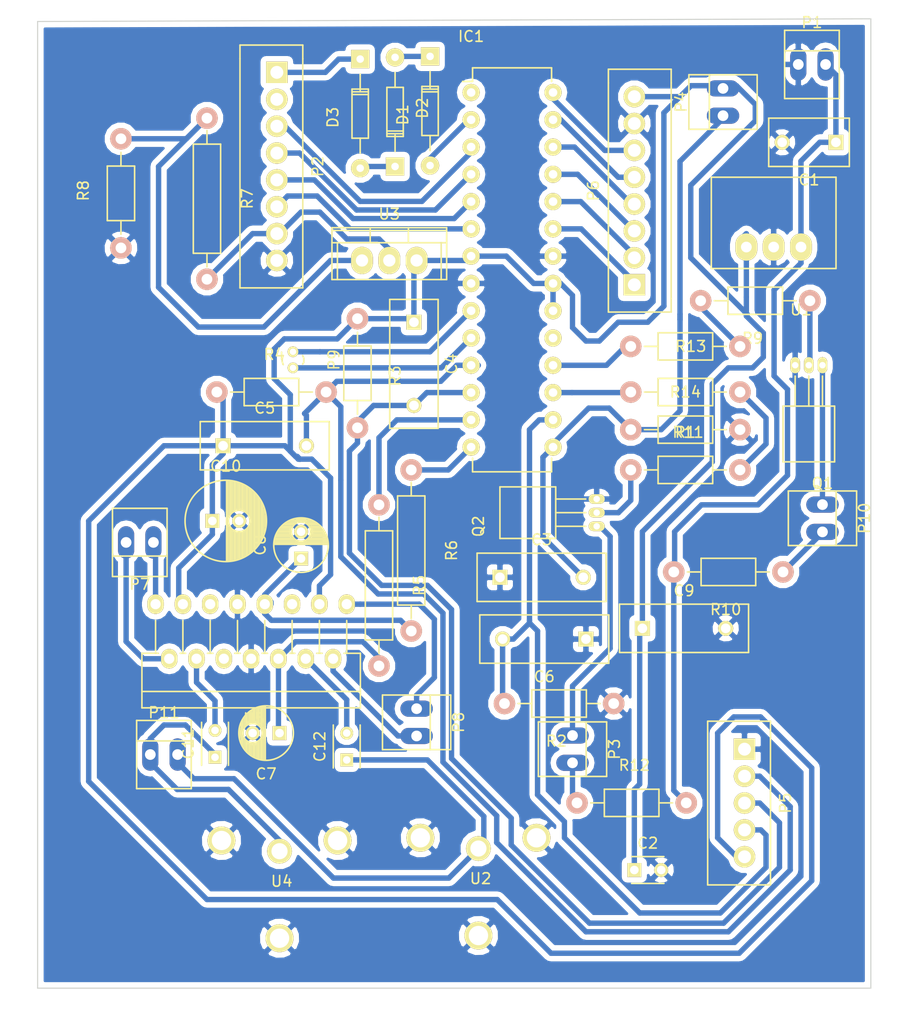
<source format=kicad_pcb>
(kicad_pcb (version 4) (host pcbnew 4.0.0-rc2-stable)

  (general
    (links 105)
    (no_connects 3)
    (area 91.5 48 176.250001 143.250001)
    (thickness 1.6)
    (drawings 4)
    (tracks 357)
    (zones 0)
    (modules 48)
    (nets 51)
  )

  (page A4)
  (layers
    (0 F.Cu signal)
    (31 B.Cu signal)
    (32 B.Adhes user)
    (33 F.Adhes user)
    (34 B.Paste user)
    (35 F.Paste user)
    (36 B.SilkS user)
    (37 F.SilkS user)
    (38 B.Mask user)
    (39 F.Mask user)
    (40 Dwgs.User user)
    (41 Cmts.User user)
    (42 Eco1.User user)
    (43 Eco2.User user)
    (44 Edge.Cuts user)
    (45 Margin user)
    (46 B.CrtYd user)
    (47 F.CrtYd user)
    (48 B.Fab user)
    (49 F.Fab user)
  )

  (setup
    (last_trace_width 0.5)
    (trace_clearance 0.3)
    (zone_clearance 0.508)
    (zone_45_only no)
    (trace_min 0.5)
    (segment_width 0.2)
    (edge_width 0.1)
    (via_size 0.6)
    (via_drill 0.4)
    (via_min_size 0.4)
    (via_min_drill 0.3)
    (uvia_size 0.3)
    (uvia_drill 0.1)
    (uvias_allowed no)
    (uvia_min_size 0.2)
    (uvia_min_drill 0.1)
    (pcb_text_width 0.3)
    (pcb_text_size 1.5 1.5)
    (mod_edge_width 0.15)
    (mod_text_size 1 1)
    (mod_text_width 0.15)
    (pad_size 2.6 2.6)
    (pad_drill 1.8)
    (pad_to_mask_clearance 0)
    (aux_axis_origin 0 0)
    (visible_elements 7FFFFFFF)
    (pcbplotparams
      (layerselection 0x00030_80000001)
      (usegerberextensions false)
      (excludeedgelayer false)
      (linewidth 0.100000)
      (plotframeref false)
      (viasonmask false)
      (mode 1)
      (useauxorigin false)
      (hpglpennumber 1)
      (hpglpenspeed 20)
      (hpglpendiameter 15)
      (hpglpenoverlay 2)
      (psnegative false)
      (psa4output false)
      (plotreference false)
      (plotvalue false)
      (plotinvisibletext false)
      (padsonsilk false)
      (subtractmaskfromsilk false)
      (outputformat 2)
      (mirror false)
      (drillshape 1)
      (scaleselection 1)
      (outputdirectory ""))
  )

  (net 0 "")
  (net 1 +5V)
  (net 2 DE-C)
  (net 3 DE-E)
  (net 4 T1.1)
  (net 5 DE-B)
  (net 6 DE-A)
  (net 7 DE-D)
  (net 8 "Net-(C7-Pad1)")
  (net 9 "Net-(C8-Pad1)")
  (net 10 MP3-L)
  (net 11 "Net-(C11-Pad2)")
  (net 12 MP3-R)
  (net 13 "Net-(C12-Pad2)")
  (net 14 MP3-ON1)
  (net 15 MP3-T3)
  (net 16 MP3-T1)
  (net 17 MP3-T4)
  (net 18 MP3-T5)
  (net 19 "Net-(IC1-Pad9)")
  (net 20 "Net-(IC1-Pad10)")
  (net 21 Amp-Mute)
  (net 22 Amp-Power)
  (net 23 LED-Bild1)
  (net 24 LED-Bild2)
  (net 25 DISP-SI)
  (net 26 DISP-SCL)
  (net 27 DISP-A0)
  (net 28 DISP-RST)
  (net 29 DISP-CS1B)
  (net 30 DISP-LED)
  (net 31 MP3-VCC)
  (net 32 "Net-(P3-Pad1)")
  (net 33 "Net-(P3-Pad2)")
  (net 34 SPK-R+)
  (net 35 SPK-R-)
  (net 36 SPK-L+)
  (net 37 SPK-L-)
  (net 38 "Net-(P10-Pad1)")
  (net 39 "Net-(P10-Pad2)")
  (net 40 "Net-(Q1-Pad2)")
  (net 41 "Net-(Q2-Pad2)")
  (net 42 "Net-(R7-Pad1)")
  (net 43 "Net-(R13-Pad1)")
  (net 44 "Net-(R11-Pad2)")
  (net 45 "Net-(IC1-Pad19)")
  (net 46 "Net-(IC1-Pad1)")
  (net 47 "Net-(P2-Pad2)")
  (net 48 "Net-(D1-Pad1)")
  (net 49 "Net-(D2-Pad1)")
  (net 50 "Net-(D3-Pad1)")

  (net_class Default "Dies ist die voreingestellte Netzklasse."
    (clearance 0.3)
    (trace_width 0.5)
    (via_dia 0.6)
    (via_drill 0.4)
    (uvia_dia 0.3)
    (uvia_drill 0.1)
    (add_net +5V)
    (add_net Amp-Mute)
    (add_net Amp-Power)
    (add_net DE-A)
    (add_net DE-B)
    (add_net DE-C)
    (add_net DE-D)
    (add_net DE-E)
    (add_net DISP-A0)
    (add_net DISP-CS1B)
    (add_net DISP-LED)
    (add_net DISP-RST)
    (add_net DISP-SCL)
    (add_net DISP-SI)
    (add_net LED-Bild1)
    (add_net LED-Bild2)
    (add_net MP3-L)
    (add_net MP3-ON1)
    (add_net MP3-R)
    (add_net MP3-T1)
    (add_net MP3-T3)
    (add_net MP3-T4)
    (add_net MP3-T5)
    (add_net MP3-VCC)
    (add_net "Net-(C11-Pad2)")
    (add_net "Net-(C12-Pad2)")
    (add_net "Net-(C7-Pad1)")
    (add_net "Net-(C8-Pad1)")
    (add_net "Net-(D1-Pad1)")
    (add_net "Net-(D2-Pad1)")
    (add_net "Net-(D3-Pad1)")
    (add_net "Net-(IC1-Pad1)")
    (add_net "Net-(IC1-Pad10)")
    (add_net "Net-(IC1-Pad19)")
    (add_net "Net-(IC1-Pad9)")
    (add_net "Net-(P10-Pad1)")
    (add_net "Net-(P10-Pad2)")
    (add_net "Net-(P2-Pad2)")
    (add_net "Net-(P3-Pad1)")
    (add_net "Net-(P3-Pad2)")
    (add_net "Net-(Q1-Pad2)")
    (add_net "Net-(Q2-Pad2)")
    (add_net "Net-(R11-Pad2)")
    (add_net "Net-(R13-Pad1)")
    (add_net "Net-(R7-Pad1)")
    (add_net SPK-L+)
    (add_net SPK-L-)
    (add_net SPK-R+)
    (add_net SPK-R-)
    (add_net T1.1)
  )

  (module Housings_DIP:DIP-28_W7.62mm (layer F.Cu) (tedit 54130A77) (tstamp 5658AF56)
    (at 135.32 56.61)
    (descr "28-lead dip package, row spacing 7.62 mm (300 mils)")
    (tags "dil dip 2.54 300")
    (path /5627CFEE)
    (fp_text reference IC1 (at 0 -5.22) (layer F.SilkS)
      (effects (font (size 1 1) (thickness 0.15)))
    )
    (fp_text value ATMEGA328P-P (at 0 -3.72) (layer F.Fab)
      (effects (font (size 1 1) (thickness 0.15)))
    )
    (fp_line (start -1.05 -2.45) (end -1.05 35.5) (layer F.CrtYd) (width 0.05))
    (fp_line (start 8.65 -2.45) (end 8.65 35.5) (layer F.CrtYd) (width 0.05))
    (fp_line (start -1.05 -2.45) (end 8.65 -2.45) (layer F.CrtYd) (width 0.05))
    (fp_line (start -1.05 35.5) (end 8.65 35.5) (layer F.CrtYd) (width 0.05))
    (fp_line (start 0.135 -2.295) (end 0.135 -1.025) (layer F.SilkS) (width 0.15))
    (fp_line (start 7.485 -2.295) (end 7.485 -1.025) (layer F.SilkS) (width 0.15))
    (fp_line (start 7.485 35.315) (end 7.485 34.045) (layer F.SilkS) (width 0.15))
    (fp_line (start 0.135 35.315) (end 0.135 34.045) (layer F.SilkS) (width 0.15))
    (fp_line (start 0.135 -2.295) (end 7.485 -2.295) (layer F.SilkS) (width 0.15))
    (fp_line (start 0.135 35.315) (end 7.485 35.315) (layer F.SilkS) (width 0.15))
    (fp_line (start 0.135 -1.025) (end -0.8 -1.025) (layer F.SilkS) (width 0.15))
    (pad 1 thru_hole oval (at 0 0) (size 1.6 1.6) (drill 0.8) (layers *.Cu *.Mask F.SilkS)
      (net 46 "Net-(IC1-Pad1)"))
    (pad 2 thru_hole oval (at 0 2.54) (size 1.6 1.6) (drill 0.8) (layers *.Cu *.Mask F.SilkS)
      (net 14 MP3-ON1))
    (pad 3 thru_hole oval (at 0 5.08) (size 1.6 1.6) (drill 0.8) (layers *.Cu *.Mask F.SilkS)
      (net 15 MP3-T3))
    (pad 4 thru_hole oval (at 0 7.62) (size 1.6 1.6) (drill 0.8) (layers *.Cu *.Mask F.SilkS)
      (net 16 MP3-T1))
    (pad 5 thru_hole oval (at 0 10.16) (size 1.6 1.6) (drill 0.8) (layers *.Cu *.Mask F.SilkS)
      (net 17 MP3-T4))
    (pad 6 thru_hole oval (at 0 12.7) (size 1.6 1.6) (drill 0.8) (layers *.Cu *.Mask F.SilkS)
      (net 18 MP3-T5))
    (pad 7 thru_hole oval (at 0 15.24) (size 1.6 1.6) (drill 0.8) (layers *.Cu *.Mask F.SilkS)
      (net 3 DE-E))
    (pad 8 thru_hole oval (at 0 17.78) (size 1.6 1.6) (drill 0.8) (layers *.Cu *.Mask F.SilkS)
      (net 2 DE-C))
    (pad 9 thru_hole oval (at 0 20.32) (size 1.6 1.6) (drill 0.8) (layers *.Cu *.Mask F.SilkS)
      (net 19 "Net-(IC1-Pad9)"))
    (pad 10 thru_hole oval (at 0 22.86) (size 1.6 1.6) (drill 0.8) (layers *.Cu *.Mask F.SilkS)
      (net 20 "Net-(IC1-Pad10)"))
    (pad 11 thru_hole oval (at 0 25.4) (size 1.6 1.6) (drill 0.8) (layers *.Cu *.Mask F.SilkS)
      (net 6 DE-A))
    (pad 12 thru_hole oval (at 0 27.94) (size 1.6 1.6) (drill 0.8) (layers *.Cu *.Mask F.SilkS)
      (net 5 DE-B))
    (pad 13 thru_hole oval (at 0 30.48) (size 1.6 1.6) (drill 0.8) (layers *.Cu *.Mask F.SilkS)
      (net 21 Amp-Mute))
    (pad 14 thru_hole oval (at 0 33.02) (size 1.6 1.6) (drill 0.8) (layers *.Cu *.Mask F.SilkS)
      (net 22 Amp-Power))
    (pad 15 thru_hole oval (at 7.62 33.02) (size 1.6 1.6) (drill 0.8) (layers *.Cu *.Mask F.SilkS)
      (net 4 T1.1))
    (pad 16 thru_hole oval (at 7.62 30.48) (size 1.6 1.6) (drill 0.8) (layers *.Cu *.Mask F.SilkS)
      (net 7 DE-D))
    (pad 17 thru_hole oval (at 7.62 27.94) (size 1.6 1.6) (drill 0.8) (layers *.Cu *.Mask F.SilkS)
      (net 23 LED-Bild1))
    (pad 18 thru_hole oval (at 7.62 25.4) (size 1.6 1.6) (drill 0.8) (layers *.Cu *.Mask F.SilkS)
      (net 24 LED-Bild2))
    (pad 19 thru_hole oval (at 7.62 22.86) (size 1.6 1.6) (drill 0.8) (layers *.Cu *.Mask F.SilkS)
      (net 45 "Net-(IC1-Pad19)"))
    (pad 20 thru_hole oval (at 7.62 20.32) (size 1.6 1.6) (drill 0.8) (layers *.Cu *.Mask F.SilkS)
      (net 3 DE-E))
    (pad 21 thru_hole oval (at 7.62 17.78) (size 1.6 1.6) (drill 0.8) (layers *.Cu *.Mask F.SilkS)
      (net 3 DE-E))
    (pad 22 thru_hole oval (at 7.62 15.24) (size 1.6 1.6) (drill 0.8) (layers *.Cu *.Mask F.SilkS)
      (net 2 DE-C))
    (pad 23 thru_hole oval (at 7.62 12.7) (size 1.6 1.6) (drill 0.8) (layers *.Cu *.Mask F.SilkS)
      (net 25 DISP-SI))
    (pad 24 thru_hole oval (at 7.62 10.16) (size 1.6 1.6) (drill 0.8) (layers *.Cu *.Mask F.SilkS)
      (net 26 DISP-SCL))
    (pad 25 thru_hole oval (at 7.62 7.62) (size 1.6 1.6) (drill 0.8) (layers *.Cu *.Mask F.SilkS)
      (net 27 DISP-A0))
    (pad 26 thru_hole oval (at 7.62 5.08) (size 1.6 1.6) (drill 0.8) (layers *.Cu *.Mask F.SilkS)
      (net 28 DISP-RST))
    (pad 27 thru_hole oval (at 7.62 2.54) (size 1.6 1.6) (drill 0.8) (layers *.Cu *.Mask F.SilkS)
      (net 29 DISP-CS1B))
    (pad 28 thru_hole oval (at 7.62 0) (size 1.6 1.6) (drill 0.8) (layers *.Cu *.Mask F.SilkS)
      (net 30 DISP-LED))
    (model Housings_DIP.3dshapes/DIP-28_W7.62mm.wrl
      (at (xyz 0 0 0))
      (scale (xyz 1 1 1))
      (rotate (xyz 0 0 0))
    )
  )

  (module Capacitors_ThroughHole:C_Disc_D7.5_P5 (layer F.Cu) (tedit 0) (tstamp 5658AE3F)
    (at 169.25 61.25 180)
    (descr "Capacitor 7.5mm Disc, Pitch 5mm")
    (tags Capacitor)
    (path /5627D475)
    (fp_text reference C1 (at 2.5 -3.5 180) (layer F.SilkS)
      (effects (font (size 1 1) (thickness 0.15)))
    )
    (fp_text value 0,47µ (at 2.5 3.5 180) (layer F.Fab)
      (effects (font (size 1 1) (thickness 0.15)))
    )
    (fp_line (start -1.5 -2.5) (end 6.5 -2.5) (layer F.CrtYd) (width 0.05))
    (fp_line (start 6.5 -2.5) (end 6.5 2.5) (layer F.CrtYd) (width 0.05))
    (fp_line (start 6.5 2.5) (end -1.5 2.5) (layer F.CrtYd) (width 0.05))
    (fp_line (start -1.5 2.5) (end -1.5 -2.5) (layer F.CrtYd) (width 0.05))
    (fp_line (start -1.25 -2.25) (end 6.25 -2.25) (layer F.SilkS) (width 0.15))
    (fp_line (start 6.25 -2.25) (end 6.25 2.25) (layer F.SilkS) (width 0.15))
    (fp_line (start 6.25 2.25) (end -1.25 2.25) (layer F.SilkS) (width 0.15))
    (fp_line (start -1.25 2.25) (end -1.25 -2.25) (layer F.SilkS) (width 0.15))
    (pad 1 thru_hole rect (at 0 0 180) (size 1.4 1.4) (drill 0.9) (layers *.Cu *.Mask F.SilkS)
      (net 1 +5V))
    (pad 2 thru_hole circle (at 5 0 180) (size 1.4 1.4) (drill 0.9) (layers *.Cu *.Mask F.SilkS)
      (net 2 DE-C))
    (model Capacitors_ThroughHole.3dshapes/C_Disc_D7.5_P5.wrl
      (at (xyz 0.0984252 0 0))
      (scale (xyz 1 1 1))
      (rotate (xyz 0 0 0))
    )
  )

  (module Capacitors_ThroughHole:C_Disc_D3_P2.5 (layer F.Cu) (tedit 0) (tstamp 5658AE4B)
    (at 150.5 129)
    (descr "Capacitor 3mm Disc, Pitch 2.5mm")
    (tags Capacitor)
    (path /5658AA18)
    (fp_text reference C2 (at 1.25 -2.5) (layer F.SilkS)
      (effects (font (size 1 1) (thickness 0.15)))
    )
    (fp_text value 100n (at 1.25 2.5) (layer F.Fab)
      (effects (font (size 1 1) (thickness 0.15)))
    )
    (fp_line (start -0.9 -1.5) (end 3.4 -1.5) (layer F.CrtYd) (width 0.05))
    (fp_line (start 3.4 -1.5) (end 3.4 1.5) (layer F.CrtYd) (width 0.05))
    (fp_line (start 3.4 1.5) (end -0.9 1.5) (layer F.CrtYd) (width 0.05))
    (fp_line (start -0.9 1.5) (end -0.9 -1.5) (layer F.CrtYd) (width 0.05))
    (fp_line (start -0.25 -1.25) (end 2.75 -1.25) (layer F.SilkS) (width 0.15))
    (fp_line (start 2.75 1.25) (end -0.25 1.25) (layer F.SilkS) (width 0.15))
    (pad 1 thru_hole rect (at 0 0) (size 1.3 1.3) (drill 0.8) (layers *.Cu *.Mask F.SilkS)
      (net 3 DE-E))
    (pad 2 thru_hole circle (at 2.5 0) (size 1.3 1.3) (drill 0.8001) (layers *.Cu *.Mask F.SilkS)
      (net 2 DE-C))
    (model Capacitors_ThroughHole.3dshapes/C_Disc_D3_P2.5.wrl
      (at (xyz 0.0492126 0 0))
      (scale (xyz 1 1 1))
      (rotate (xyz 0 0 0))
    )
  )

  (module Capacitors_ThroughHole:C_Disc_D12_P7.75 (layer F.Cu) (tedit 0) (tstamp 5658AE59)
    (at 138 101.75)
    (descr "Capacitor 12mm Disc, Pitch 7.75mm")
    (tags Capacitor)
    (path /5631636A)
    (fp_text reference C3 (at 3.875 -3.5) (layer F.SilkS)
      (effects (font (size 1 1) (thickness 0.15)))
    )
    (fp_text value 100n (at 3.875 3.5) (layer F.Fab)
      (effects (font (size 1 1) (thickness 0.15)))
    )
    (fp_line (start -2.375 -2.5) (end 10.125 -2.5) (layer F.CrtYd) (width 0.05))
    (fp_line (start 10.125 -2.5) (end 10.125 2.5) (layer F.CrtYd) (width 0.05))
    (fp_line (start 10.125 2.5) (end -2.375 2.5) (layer F.CrtYd) (width 0.05))
    (fp_line (start -2.375 2.5) (end -2.375 -2.5) (layer F.CrtYd) (width 0.05))
    (fp_line (start -2.125 -2.25) (end 9.875 -2.25) (layer F.SilkS) (width 0.15))
    (fp_line (start 9.875 -2.25) (end 9.875 2.25) (layer F.SilkS) (width 0.15))
    (fp_line (start 9.875 2.25) (end -2.125 2.25) (layer F.SilkS) (width 0.15))
    (fp_line (start -2.125 2.25) (end -2.125 -2.25) (layer F.SilkS) (width 0.15))
    (pad 1 thru_hole rect (at 0 0) (size 1.4 1.4) (drill 0.9) (layers *.Cu *.Mask F.SilkS)
      (net 2 DE-C))
    (pad 2 thru_hole circle (at 7.75 0) (size 1.4 1.4) (drill 0.9) (layers *.Cu *.Mask F.SilkS)
      (net 4 T1.1))
    (model Capacitors_ThroughHole.3dshapes/C_Disc_D12_P7.75.wrl
      (at (xyz 0.15255906 0 0))
      (scale (xyz 1 1 1))
      (rotate (xyz 0 0 0))
    )
  )

  (module Capacitors_ThroughHole:C_Disc_D12_P7.75 (layer F.Cu) (tedit 0) (tstamp 5658AE67)
    (at 130 78 270)
    (descr "Capacitor 12mm Disc, Pitch 7.75mm")
    (tags Capacitor)
    (path /56547168)
    (fp_text reference C4 (at 3.875 -3.5 270) (layer F.SilkS)
      (effects (font (size 1 1) (thickness 0.15)))
    )
    (fp_text value 100n (at 3.875 3.5 270) (layer F.Fab)
      (effects (font (size 1 1) (thickness 0.15)))
    )
    (fp_line (start -2.375 -2.5) (end 10.125 -2.5) (layer F.CrtYd) (width 0.05))
    (fp_line (start 10.125 -2.5) (end 10.125 2.5) (layer F.CrtYd) (width 0.05))
    (fp_line (start 10.125 2.5) (end -2.375 2.5) (layer F.CrtYd) (width 0.05))
    (fp_line (start -2.375 2.5) (end -2.375 -2.5) (layer F.CrtYd) (width 0.05))
    (fp_line (start -2.125 -2.25) (end 9.875 -2.25) (layer F.SilkS) (width 0.15))
    (fp_line (start 9.875 -2.25) (end 9.875 2.25) (layer F.SilkS) (width 0.15))
    (fp_line (start 9.875 2.25) (end -2.125 2.25) (layer F.SilkS) (width 0.15))
    (fp_line (start -2.125 2.25) (end -2.125 -2.25) (layer F.SilkS) (width 0.15))
    (pad 1 thru_hole rect (at 0 0 270) (size 1.4 1.4) (drill 0.9) (layers *.Cu *.Mask F.SilkS)
      (net 3 DE-E))
    (pad 2 thru_hole circle (at 7.75 0 270) (size 1.4 1.4) (drill 0.9) (layers *.Cu *.Mask F.SilkS)
      (net 5 DE-B))
    (model Capacitors_ThroughHole.3dshapes/C_Disc_D12_P7.75.wrl
      (at (xyz 0.15255906 0 0))
      (scale (xyz 1 1 1))
      (rotate (xyz 0 0 0))
    )
  )

  (module Capacitors_ThroughHole:C_Disc_D12_P7.75 (layer F.Cu) (tedit 0) (tstamp 5658AE75)
    (at 112.25 89.5)
    (descr "Capacitor 12mm Disc, Pitch 7.75mm")
    (tags Capacitor)
    (path /56316D79)
    (fp_text reference C5 (at 3.875 -3.5) (layer F.SilkS)
      (effects (font (size 1 1) (thickness 0.15)))
    )
    (fp_text value 100n (at 3.875 3.5) (layer F.Fab)
      (effects (font (size 1 1) (thickness 0.15)))
    )
    (fp_line (start -2.375 -2.5) (end 10.125 -2.5) (layer F.CrtYd) (width 0.05))
    (fp_line (start 10.125 -2.5) (end 10.125 2.5) (layer F.CrtYd) (width 0.05))
    (fp_line (start 10.125 2.5) (end -2.375 2.5) (layer F.CrtYd) (width 0.05))
    (fp_line (start -2.375 2.5) (end -2.375 -2.5) (layer F.CrtYd) (width 0.05))
    (fp_line (start -2.125 -2.25) (end 9.875 -2.25) (layer F.SilkS) (width 0.15))
    (fp_line (start 9.875 -2.25) (end 9.875 2.25) (layer F.SilkS) (width 0.15))
    (fp_line (start 9.875 2.25) (end -2.125 2.25) (layer F.SilkS) (width 0.15))
    (fp_line (start -2.125 2.25) (end -2.125 -2.25) (layer F.SilkS) (width 0.15))
    (pad 1 thru_hole rect (at 0 0) (size 1.4 1.4) (drill 0.9) (layers *.Cu *.Mask F.SilkS)
      (net 3 DE-E))
    (pad 2 thru_hole circle (at 7.75 0) (size 1.4 1.4) (drill 0.9) (layers *.Cu *.Mask F.SilkS)
      (net 6 DE-A))
    (model Capacitors_ThroughHole.3dshapes/C_Disc_D12_P7.75.wrl
      (at (xyz 0.15255906 0 0))
      (scale (xyz 1 1 1))
      (rotate (xyz 0 0 0))
    )
  )

  (module Capacitors_ThroughHole:C_Disc_D12_P7.75 (layer F.Cu) (tedit 0) (tstamp 5658AE83)
    (at 146 107.5 180)
    (descr "Capacitor 12mm Disc, Pitch 7.75mm")
    (tags Capacitor)
    (path /56316E48)
    (fp_text reference C6 (at 3.875 -3.5 180) (layer F.SilkS)
      (effects (font (size 1 1) (thickness 0.15)))
    )
    (fp_text value 100n (at 3.875 3.5 180) (layer F.Fab)
      (effects (font (size 1 1) (thickness 0.15)))
    )
    (fp_line (start -2.375 -2.5) (end 10.125 -2.5) (layer F.CrtYd) (width 0.05))
    (fp_line (start 10.125 -2.5) (end 10.125 2.5) (layer F.CrtYd) (width 0.05))
    (fp_line (start 10.125 2.5) (end -2.375 2.5) (layer F.CrtYd) (width 0.05))
    (fp_line (start -2.375 2.5) (end -2.375 -2.5) (layer F.CrtYd) (width 0.05))
    (fp_line (start -2.125 -2.25) (end 9.875 -2.25) (layer F.SilkS) (width 0.15))
    (fp_line (start 9.875 -2.25) (end 9.875 2.25) (layer F.SilkS) (width 0.15))
    (fp_line (start 9.875 2.25) (end -2.125 2.25) (layer F.SilkS) (width 0.15))
    (fp_line (start -2.125 2.25) (end -2.125 -2.25) (layer F.SilkS) (width 0.15))
    (pad 1 thru_hole rect (at 0 0 180) (size 1.4 1.4) (drill 0.9) (layers *.Cu *.Mask F.SilkS)
      (net 2 DE-C))
    (pad 2 thru_hole circle (at 7.75 0 180) (size 1.4 1.4) (drill 0.9) (layers *.Cu *.Mask F.SilkS)
      (net 7 DE-D))
    (model Capacitors_ThroughHole.3dshapes/C_Disc_D12_P7.75.wrl
      (at (xyz 0.15255906 0 0))
      (scale (xyz 1 1 1))
      (rotate (xyz 0 0 0))
    )
  )

  (module Capacitors_ThroughHole:C_Radial_D5_L6_P2.5 (layer F.Cu) (tedit 0) (tstamp 5658AEAB)
    (at 117.5 116.25 180)
    (descr "Radial Electrolytic Capacitor Diameter 5mm x Length 6mm, Pitch 2.5mm")
    (tags "Electrolytic Capacitor")
    (path /5634F502)
    (fp_text reference C7 (at 1.25 -3.8 180) (layer F.SilkS)
      (effects (font (size 1 1) (thickness 0.15)))
    )
    (fp_text value 1uF (at 1.25 3.8 180) (layer F.Fab)
      (effects (font (size 1 1) (thickness 0.15)))
    )
    (fp_line (start 1.325 -2.499) (end 1.325 2.499) (layer F.SilkS) (width 0.15))
    (fp_line (start 1.465 -2.491) (end 1.465 2.491) (layer F.SilkS) (width 0.15))
    (fp_line (start 1.605 -2.475) (end 1.605 -0.095) (layer F.SilkS) (width 0.15))
    (fp_line (start 1.605 0.095) (end 1.605 2.475) (layer F.SilkS) (width 0.15))
    (fp_line (start 1.745 -2.451) (end 1.745 -0.49) (layer F.SilkS) (width 0.15))
    (fp_line (start 1.745 0.49) (end 1.745 2.451) (layer F.SilkS) (width 0.15))
    (fp_line (start 1.885 -2.418) (end 1.885 -0.657) (layer F.SilkS) (width 0.15))
    (fp_line (start 1.885 0.657) (end 1.885 2.418) (layer F.SilkS) (width 0.15))
    (fp_line (start 2.025 -2.377) (end 2.025 -0.764) (layer F.SilkS) (width 0.15))
    (fp_line (start 2.025 0.764) (end 2.025 2.377) (layer F.SilkS) (width 0.15))
    (fp_line (start 2.165 -2.327) (end 2.165 -0.835) (layer F.SilkS) (width 0.15))
    (fp_line (start 2.165 0.835) (end 2.165 2.327) (layer F.SilkS) (width 0.15))
    (fp_line (start 2.305 -2.266) (end 2.305 -0.879) (layer F.SilkS) (width 0.15))
    (fp_line (start 2.305 0.879) (end 2.305 2.266) (layer F.SilkS) (width 0.15))
    (fp_line (start 2.445 -2.196) (end 2.445 -0.898) (layer F.SilkS) (width 0.15))
    (fp_line (start 2.445 0.898) (end 2.445 2.196) (layer F.SilkS) (width 0.15))
    (fp_line (start 2.585 -2.114) (end 2.585 -0.896) (layer F.SilkS) (width 0.15))
    (fp_line (start 2.585 0.896) (end 2.585 2.114) (layer F.SilkS) (width 0.15))
    (fp_line (start 2.725 -2.019) (end 2.725 -0.871) (layer F.SilkS) (width 0.15))
    (fp_line (start 2.725 0.871) (end 2.725 2.019) (layer F.SilkS) (width 0.15))
    (fp_line (start 2.865 -1.908) (end 2.865 -0.823) (layer F.SilkS) (width 0.15))
    (fp_line (start 2.865 0.823) (end 2.865 1.908) (layer F.SilkS) (width 0.15))
    (fp_line (start 3.005 -1.78) (end 3.005 -0.745) (layer F.SilkS) (width 0.15))
    (fp_line (start 3.005 0.745) (end 3.005 1.78) (layer F.SilkS) (width 0.15))
    (fp_line (start 3.145 -1.631) (end 3.145 -0.628) (layer F.SilkS) (width 0.15))
    (fp_line (start 3.145 0.628) (end 3.145 1.631) (layer F.SilkS) (width 0.15))
    (fp_line (start 3.285 -1.452) (end 3.285 -0.44) (layer F.SilkS) (width 0.15))
    (fp_line (start 3.285 0.44) (end 3.285 1.452) (layer F.SilkS) (width 0.15))
    (fp_line (start 3.425 -1.233) (end 3.425 1.233) (layer F.SilkS) (width 0.15))
    (fp_line (start 3.565 -0.944) (end 3.565 0.944) (layer F.SilkS) (width 0.15))
    (fp_line (start 3.705 -0.472) (end 3.705 0.472) (layer F.SilkS) (width 0.15))
    (fp_circle (center 2.5 0) (end 2.5 -0.9) (layer F.SilkS) (width 0.15))
    (fp_circle (center 1.25 0) (end 1.25 -2.5375) (layer F.SilkS) (width 0.15))
    (fp_circle (center 1.25 0) (end 1.25 -2.8) (layer F.CrtYd) (width 0.05))
    (pad 1 thru_hole rect (at 0 0 180) (size 1.3 1.3) (drill 0.8) (layers *.Cu *.Mask F.SilkS)
      (net 8 "Net-(C7-Pad1)"))
    (pad 2 thru_hole circle (at 2.5 0 180) (size 1.3 1.3) (drill 0.8) (layers *.Cu *.Mask F.SilkS)
      (net 2 DE-C))
    (model Capacitors_ThroughHole.3dshapes/C_Radial_D5_L6_P2.5.wrl
      (at (xyz 0.0492126 0 0))
      (scale (xyz 1 1 1))
      (rotate (xyz 0 0 90))
    )
  )

  (module Capacitors_ThroughHole:C_Radial_D5_L6_P2.5 (layer F.Cu) (tedit 0) (tstamp 5658AED3)
    (at 119.5 100 90)
    (descr "Radial Electrolytic Capacitor Diameter 5mm x Length 6mm, Pitch 2.5mm")
    (tags "Electrolytic Capacitor")
    (path /5634F589)
    (fp_text reference C8 (at 1.25 -3.8 90) (layer F.SilkS)
      (effects (font (size 1 1) (thickness 0.15)))
    )
    (fp_text value 10uF (at 1.25 3.8 90) (layer F.Fab)
      (effects (font (size 1 1) (thickness 0.15)))
    )
    (fp_line (start 1.325 -2.499) (end 1.325 2.499) (layer F.SilkS) (width 0.15))
    (fp_line (start 1.465 -2.491) (end 1.465 2.491) (layer F.SilkS) (width 0.15))
    (fp_line (start 1.605 -2.475) (end 1.605 -0.095) (layer F.SilkS) (width 0.15))
    (fp_line (start 1.605 0.095) (end 1.605 2.475) (layer F.SilkS) (width 0.15))
    (fp_line (start 1.745 -2.451) (end 1.745 -0.49) (layer F.SilkS) (width 0.15))
    (fp_line (start 1.745 0.49) (end 1.745 2.451) (layer F.SilkS) (width 0.15))
    (fp_line (start 1.885 -2.418) (end 1.885 -0.657) (layer F.SilkS) (width 0.15))
    (fp_line (start 1.885 0.657) (end 1.885 2.418) (layer F.SilkS) (width 0.15))
    (fp_line (start 2.025 -2.377) (end 2.025 -0.764) (layer F.SilkS) (width 0.15))
    (fp_line (start 2.025 0.764) (end 2.025 2.377) (layer F.SilkS) (width 0.15))
    (fp_line (start 2.165 -2.327) (end 2.165 -0.835) (layer F.SilkS) (width 0.15))
    (fp_line (start 2.165 0.835) (end 2.165 2.327) (layer F.SilkS) (width 0.15))
    (fp_line (start 2.305 -2.266) (end 2.305 -0.879) (layer F.SilkS) (width 0.15))
    (fp_line (start 2.305 0.879) (end 2.305 2.266) (layer F.SilkS) (width 0.15))
    (fp_line (start 2.445 -2.196) (end 2.445 -0.898) (layer F.SilkS) (width 0.15))
    (fp_line (start 2.445 0.898) (end 2.445 2.196) (layer F.SilkS) (width 0.15))
    (fp_line (start 2.585 -2.114) (end 2.585 -0.896) (layer F.SilkS) (width 0.15))
    (fp_line (start 2.585 0.896) (end 2.585 2.114) (layer F.SilkS) (width 0.15))
    (fp_line (start 2.725 -2.019) (end 2.725 -0.871) (layer F.SilkS) (width 0.15))
    (fp_line (start 2.725 0.871) (end 2.725 2.019) (layer F.SilkS) (width 0.15))
    (fp_line (start 2.865 -1.908) (end 2.865 -0.823) (layer F.SilkS) (width 0.15))
    (fp_line (start 2.865 0.823) (end 2.865 1.908) (layer F.SilkS) (width 0.15))
    (fp_line (start 3.005 -1.78) (end 3.005 -0.745) (layer F.SilkS) (width 0.15))
    (fp_line (start 3.005 0.745) (end 3.005 1.78) (layer F.SilkS) (width 0.15))
    (fp_line (start 3.145 -1.631) (end 3.145 -0.628) (layer F.SilkS) (width 0.15))
    (fp_line (start 3.145 0.628) (end 3.145 1.631) (layer F.SilkS) (width 0.15))
    (fp_line (start 3.285 -1.452) (end 3.285 -0.44) (layer F.SilkS) (width 0.15))
    (fp_line (start 3.285 0.44) (end 3.285 1.452) (layer F.SilkS) (width 0.15))
    (fp_line (start 3.425 -1.233) (end 3.425 1.233) (layer F.SilkS) (width 0.15))
    (fp_line (start 3.565 -0.944) (end 3.565 0.944) (layer F.SilkS) (width 0.15))
    (fp_line (start 3.705 -0.472) (end 3.705 0.472) (layer F.SilkS) (width 0.15))
    (fp_circle (center 2.5 0) (end 2.5 -0.9) (layer F.SilkS) (width 0.15))
    (fp_circle (center 1.25 0) (end 1.25 -2.5375) (layer F.SilkS) (width 0.15))
    (fp_circle (center 1.25 0) (end 1.25 -2.8) (layer F.CrtYd) (width 0.05))
    (pad 1 thru_hole rect (at 0 0 90) (size 1.3 1.3) (drill 0.8) (layers *.Cu *.Mask F.SilkS)
      (net 9 "Net-(C8-Pad1)"))
    (pad 2 thru_hole circle (at 2.5 0 90) (size 1.3 1.3) (drill 0.8) (layers *.Cu *.Mask F.SilkS)
      (net 2 DE-C))
    (model Capacitors_ThroughHole.3dshapes/C_Radial_D5_L6_P2.5.wrl
      (at (xyz 0.0492126 0 0))
      (scale (xyz 1 1 1))
      (rotate (xyz 0 0 90))
    )
  )

  (module Capacitors_ThroughHole:C_Disc_D12_P7.75 (layer F.Cu) (tedit 0) (tstamp 5658AEE1)
    (at 151.25 106.5)
    (descr "Capacitor 12mm Disc, Pitch 7.75mm")
    (tags Capacitor)
    (path /56350E11)
    (fp_text reference C9 (at 3.875 -3.5) (layer F.SilkS)
      (effects (font (size 1 1) (thickness 0.15)))
    )
    (fp_text value 100nF (at 3.875 3.5) (layer F.Fab)
      (effects (font (size 1 1) (thickness 0.15)))
    )
    (fp_line (start -2.375 -2.5) (end 10.125 -2.5) (layer F.CrtYd) (width 0.05))
    (fp_line (start 10.125 -2.5) (end 10.125 2.5) (layer F.CrtYd) (width 0.05))
    (fp_line (start 10.125 2.5) (end -2.375 2.5) (layer F.CrtYd) (width 0.05))
    (fp_line (start -2.375 2.5) (end -2.375 -2.5) (layer F.CrtYd) (width 0.05))
    (fp_line (start -2.125 -2.25) (end 9.875 -2.25) (layer F.SilkS) (width 0.15))
    (fp_line (start 9.875 -2.25) (end 9.875 2.25) (layer F.SilkS) (width 0.15))
    (fp_line (start 9.875 2.25) (end -2.125 2.25) (layer F.SilkS) (width 0.15))
    (fp_line (start -2.125 2.25) (end -2.125 -2.25) (layer F.SilkS) (width 0.15))
    (pad 1 thru_hole rect (at 0 0) (size 1.4 1.4) (drill 0.9) (layers *.Cu *.Mask F.SilkS)
      (net 3 DE-E))
    (pad 2 thru_hole circle (at 7.75 0) (size 1.4 1.4) (drill 0.9) (layers *.Cu *.Mask F.SilkS)
      (net 2 DE-C))
    (model Capacitors_ThroughHole.3dshapes/C_Disc_D12_P7.75.wrl
      (at (xyz 0.15255906 0 0))
      (scale (xyz 1 1 1))
      (rotate (xyz 0 0 0))
    )
  )

  (module Capacitors_ThroughHole:C_Radial_D7.5_L11.2_P2.5 (layer F.Cu) (tedit 0) (tstamp 5658AF13)
    (at 111.25 96.5)
    (descr "Radial Electrolytic Capacitor Diameter 7.5mm x Length 11.2mm, Pitch 2.5mm")
    (tags "Electrolytic Capacitor")
    (path /56350E90)
    (fp_text reference C10 (at 1.25 -5.1) (layer F.SilkS)
      (effects (font (size 1 1) (thickness 0.15)))
    )
    (fp_text value 470uF (at 1.25 5.1) (layer F.Fab)
      (effects (font (size 1 1) (thickness 0.15)))
    )
    (fp_line (start 1.325 -3.749) (end 1.325 3.749) (layer F.SilkS) (width 0.15))
    (fp_line (start 1.465 -3.744) (end 1.465 3.744) (layer F.SilkS) (width 0.15))
    (fp_line (start 1.605 -3.733) (end 1.605 -0.446) (layer F.SilkS) (width 0.15))
    (fp_line (start 1.605 0.446) (end 1.605 3.733) (layer F.SilkS) (width 0.15))
    (fp_line (start 1.745 -3.717) (end 1.745 -0.656) (layer F.SilkS) (width 0.15))
    (fp_line (start 1.745 0.656) (end 1.745 3.717) (layer F.SilkS) (width 0.15))
    (fp_line (start 1.885 -3.696) (end 1.885 -0.789) (layer F.SilkS) (width 0.15))
    (fp_line (start 1.885 0.789) (end 1.885 3.696) (layer F.SilkS) (width 0.15))
    (fp_line (start 2.025 -3.669) (end 2.025 -0.88) (layer F.SilkS) (width 0.15))
    (fp_line (start 2.025 0.88) (end 2.025 3.669) (layer F.SilkS) (width 0.15))
    (fp_line (start 2.165 -3.637) (end 2.165 -0.942) (layer F.SilkS) (width 0.15))
    (fp_line (start 2.165 0.942) (end 2.165 3.637) (layer F.SilkS) (width 0.15))
    (fp_line (start 2.305 -3.599) (end 2.305 -0.981) (layer F.SilkS) (width 0.15))
    (fp_line (start 2.305 0.981) (end 2.305 3.599) (layer F.SilkS) (width 0.15))
    (fp_line (start 2.445 -3.555) (end 2.445 -0.998) (layer F.SilkS) (width 0.15))
    (fp_line (start 2.445 0.998) (end 2.445 3.555) (layer F.SilkS) (width 0.15))
    (fp_line (start 2.585 -3.504) (end 2.585 -0.996) (layer F.SilkS) (width 0.15))
    (fp_line (start 2.585 0.996) (end 2.585 3.504) (layer F.SilkS) (width 0.15))
    (fp_line (start 2.725 -3.448) (end 2.725 -0.974) (layer F.SilkS) (width 0.15))
    (fp_line (start 2.725 0.974) (end 2.725 3.448) (layer F.SilkS) (width 0.15))
    (fp_line (start 2.865 -3.384) (end 2.865 -0.931) (layer F.SilkS) (width 0.15))
    (fp_line (start 2.865 0.931) (end 2.865 3.384) (layer F.SilkS) (width 0.15))
    (fp_line (start 3.005 -3.314) (end 3.005 -0.863) (layer F.SilkS) (width 0.15))
    (fp_line (start 3.005 0.863) (end 3.005 3.314) (layer F.SilkS) (width 0.15))
    (fp_line (start 3.145 -3.236) (end 3.145 -0.764) (layer F.SilkS) (width 0.15))
    (fp_line (start 3.145 0.764) (end 3.145 3.236) (layer F.SilkS) (width 0.15))
    (fp_line (start 3.285 -3.15) (end 3.285 -0.619) (layer F.SilkS) (width 0.15))
    (fp_line (start 3.285 0.619) (end 3.285 3.15) (layer F.SilkS) (width 0.15))
    (fp_line (start 3.425 -3.055) (end 3.425 -0.38) (layer F.SilkS) (width 0.15))
    (fp_line (start 3.425 0.38) (end 3.425 3.055) (layer F.SilkS) (width 0.15))
    (fp_line (start 3.565 -2.95) (end 3.565 2.95) (layer F.SilkS) (width 0.15))
    (fp_line (start 3.705 -2.835) (end 3.705 2.835) (layer F.SilkS) (width 0.15))
    (fp_line (start 3.845 -2.707) (end 3.845 2.707) (layer F.SilkS) (width 0.15))
    (fp_line (start 3.985 -2.566) (end 3.985 2.566) (layer F.SilkS) (width 0.15))
    (fp_line (start 4.125 -2.408) (end 4.125 2.408) (layer F.SilkS) (width 0.15))
    (fp_line (start 4.265 -2.23) (end 4.265 2.23) (layer F.SilkS) (width 0.15))
    (fp_line (start 4.405 -2.027) (end 4.405 2.027) (layer F.SilkS) (width 0.15))
    (fp_line (start 4.545 -1.79) (end 4.545 1.79) (layer F.SilkS) (width 0.15))
    (fp_line (start 4.685 -1.504) (end 4.685 1.504) (layer F.SilkS) (width 0.15))
    (fp_line (start 4.825 -1.132) (end 4.825 1.132) (layer F.SilkS) (width 0.15))
    (fp_line (start 4.965 -0.511) (end 4.965 0.511) (layer F.SilkS) (width 0.15))
    (fp_circle (center 2.5 0) (end 2.5 -1) (layer F.SilkS) (width 0.15))
    (fp_circle (center 1.25 0) (end 1.25 -3.7875) (layer F.SilkS) (width 0.15))
    (fp_circle (center 1.25 0) (end 1.25 -4.1) (layer F.CrtYd) (width 0.05))
    (pad 2 thru_hole circle (at 2.5 0) (size 1.3 1.3) (drill 0.8) (layers *.Cu *.Mask F.SilkS)
      (net 2 DE-C))
    (pad 1 thru_hole rect (at 0 0) (size 1.3 1.3) (drill 0.8) (layers *.Cu *.Mask F.SilkS)
      (net 3 DE-E))
    (model Capacitors_ThroughHole.3dshapes/C_Radial_D7.5_L11.2_P2.5.wrl
      (at (xyz 0 0 0))
      (scale (xyz 1 1 1))
      (rotate (xyz 0 0 0))
    )
  )

  (module Capacitors_ThroughHole:C_Rect_L4_W2.5_P2.5 (layer F.Cu) (tedit 0) (tstamp 5658AF1F)
    (at 111.5 118.5 90)
    (descr "Film Capacitor Length 4mm x Width 2.5mm, Pitch 2.5mm")
    (tags Capacitor)
    (path /56350304)
    (fp_text reference C11 (at 1.25 -2.5 90) (layer F.SilkS)
      (effects (font (size 1 1) (thickness 0.15)))
    )
    (fp_text value 0,22u (at 1.25 2.5 90) (layer F.Fab)
      (effects (font (size 1 1) (thickness 0.15)))
    )
    (fp_line (start -1 -1.5) (end 3.5 -1.5) (layer F.CrtYd) (width 0.05))
    (fp_line (start 3.5 -1.5) (end 3.5 1.5) (layer F.CrtYd) (width 0.05))
    (fp_line (start 3.5 1.5) (end -1 1.5) (layer F.CrtYd) (width 0.05))
    (fp_line (start -1 1.5) (end -1 -1.5) (layer F.CrtYd) (width 0.05))
    (fp_line (start -0.75 -1.25) (end 3.25 -1.25) (layer F.SilkS) (width 0.15))
    (fp_line (start -0.75 1.25) (end 3.25 1.25) (layer F.SilkS) (width 0.15))
    (pad 1 thru_hole rect (at 0 0 90) (size 1.2 1.2) (drill 0.7) (layers *.Cu *.Mask F.SilkS)
      (net 10 MP3-L))
    (pad 2 thru_hole circle (at 2.5 0 90) (size 1.2 1.2) (drill 0.7) (layers *.Cu *.Mask F.SilkS)
      (net 11 "Net-(C11-Pad2)"))
  )

  (module Capacitors_ThroughHole:C_Rect_L4_W2.5_P2.5 (layer F.Cu) (tedit 0) (tstamp 5658AF2B)
    (at 123.75 118.75 90)
    (descr "Film Capacitor Length 4mm x Width 2.5mm, Pitch 2.5mm")
    (tags Capacitor)
    (path /56350442)
    (fp_text reference C12 (at 1.25 -2.5 90) (layer F.SilkS)
      (effects (font (size 1 1) (thickness 0.15)))
    )
    (fp_text value 0,22u (at 1.25 2.5 90) (layer F.Fab)
      (effects (font (size 1 1) (thickness 0.15)))
    )
    (fp_line (start -1 -1.5) (end 3.5 -1.5) (layer F.CrtYd) (width 0.05))
    (fp_line (start 3.5 -1.5) (end 3.5 1.5) (layer F.CrtYd) (width 0.05))
    (fp_line (start 3.5 1.5) (end -1 1.5) (layer F.CrtYd) (width 0.05))
    (fp_line (start -1 1.5) (end -1 -1.5) (layer F.CrtYd) (width 0.05))
    (fp_line (start -0.75 -1.25) (end 3.25 -1.25) (layer F.SilkS) (width 0.15))
    (fp_line (start -0.75 1.25) (end 3.25 1.25) (layer F.SilkS) (width 0.15))
    (pad 1 thru_hole rect (at 0 0 90) (size 1.2 1.2) (drill 0.7) (layers *.Cu *.Mask F.SilkS)
      (net 12 MP3-R))
    (pad 2 thru_hole circle (at 2.5 0 90) (size 1.2 1.2) (drill 0.7) (layers *.Cu *.Mask F.SilkS)
      (net 13 "Net-(C12-Pad2)"))
  )

  (module Connect:PINHEAD1-2 (layer F.Cu) (tedit 0) (tstamp 5658AF61)
    (at 167.02 54)
    (path /5658A1B4)
    (attr virtual)
    (fp_text reference P1 (at 0 -3.9) (layer F.SilkS)
      (effects (font (size 1 1) (thickness 0.15)))
    )
    (fp_text value CONN_5V (at 0 3.81) (layer F.Fab)
      (effects (font (size 1 1) (thickness 0.15)))
    )
    (fp_line (start 2.54 -1.27) (end -2.54 -1.27) (layer F.SilkS) (width 0.15))
    (fp_line (start 2.54 3.175) (end -2.54 3.175) (layer F.SilkS) (width 0.15))
    (fp_line (start -2.54 -3.175) (end 2.54 -3.175) (layer F.SilkS) (width 0.15))
    (fp_line (start -2.54 -3.175) (end -2.54 3.175) (layer F.SilkS) (width 0.15))
    (fp_line (start 2.54 -3.175) (end 2.54 3.175) (layer F.SilkS) (width 0.15))
    (pad 1 thru_hole oval (at -1.27 0) (size 1.50622 3.01498) (drill 0.99822) (layers *.Cu *.Mask)
      (net 2 DE-C))
    (pad 2 thru_hole oval (at 1.27 0) (size 1.50622 3.01498) (drill 0.99822) (layers *.Cu *.Mask)
      (net 1 +5V))
  )

  (module Connect:Wafer_Vertical22.5x5.8x7RM2.5-8 (layer F.Cu) (tedit 556C2AC9) (tstamp 5658AF79)
    (at 117.25 54.737 270)
    (descr "Gold-Tek vertical wafer connector with 2.5mm pitch")
    (tags "wafer connector vertical")
    (path /563A4E2C)
    (fp_text reference P2 (at 8.763 -3.81 270) (layer F.SilkS)
      (effects (font (size 1 1) (thickness 0.15)))
    )
    (fp_text value CONN_MP3Player (at 8.763 5.08 270) (layer F.Fab)
      (effects (font (size 1 1) (thickness 0.15)))
    )
    (fp_line (start -2.75 -2.75) (end 20.3 -2.75) (layer F.CrtYd) (width 0.05))
    (fp_line (start 20.3 -2.75) (end 20.3 3.8) (layer F.CrtYd) (width 0.05))
    (fp_line (start 20.3 3.8) (end -2.75 3.8) (layer F.CrtYd) (width 0.05))
    (fp_line (start -2.75 3.8) (end -2.75 -2.75) (layer F.CrtYd) (width 0.05))
    (fp_line (start -1.27 -2.413) (end -2.54 -2.413) (layer F.SilkS) (width 0.15))
    (fp_line (start -2.54 -2.413) (end -2.54 3.429) (layer F.SilkS) (width 0.15))
    (fp_line (start -2.54 3.429) (end -1.27 3.429) (layer F.SilkS) (width 0.15))
    (fp_line (start 18.796 -2.413) (end 20.066 -2.413) (layer F.SilkS) (width 0.15))
    (fp_line (start 18.796 3.429) (end 20.066 3.429) (layer F.SilkS) (width 0.15))
    (fp_line (start 20.066 -2.413) (end 20.066 3.429) (layer F.SilkS) (width 0.15))
    (fp_line (start -1.27 3.429) (end 18.796 3.429) (layer F.SilkS) (width 0.15))
    (fp_line (start 18.796 -2.413) (end -1.27 -2.413) (layer F.SilkS) (width 0.15))
    (pad 1 thru_hole rect (at 0 0 270) (size 2 2) (drill 1.2) (layers *.Cu *.Mask F.SilkS)
      (net 50 "Net-(D3-Pad1)"))
    (pad 2 thru_hole circle (at 2.513 0 270) (size 2 2) (drill 1.2) (layers *.Cu *.Mask F.SilkS)
      (net 47 "Net-(P2-Pad2)"))
    (pad 3 thru_hole circle (at 5.013 0 270) (size 2 2) (drill 1.2) (layers *.Cu *.Mask F.SilkS)
      (net 15 MP3-T3))
    (pad 4 thru_hole circle (at 7.513 0 270) (size 2 2) (drill 1.2) (layers *.Cu *.Mask F.SilkS)
      (net 16 MP3-T1))
    (pad 5 thru_hole circle (at 10.013 0 270) (size 2 2) (drill 1.2) (layers *.Cu *.Mask F.SilkS)
      (net 17 MP3-T4))
    (pad 6 thru_hole circle (at 12.513 0 270) (size 2 2) (drill 1.2) (layers *.Cu *.Mask F.SilkS)
      (net 18 MP3-T5))
    (pad 7 thru_hole circle (at 15.013 0 270) (size 2 2) (drill 1.2) (layers *.Cu *.Mask F.SilkS)
      (net 31 MP3-VCC))
    (pad 8 thru_hole circle (at 17.513 0 270) (size 2 2) (drill 1.2) (layers *.Cu *.Mask F.SilkS)
      (net 2 DE-C))
    (model Connect.3dshapes/Wafer_Vertical22.5x5.8x7RM2.5-8.wrl
      (at (xyz 0 0 0))
      (scale (xyz 4 4 4))
      (rotate (xyz 0 0 0))
    )
  )

  (module Connect:PINHEAD1-2 (layer F.Cu) (tedit 0) (tstamp 5658AF84)
    (at 144.75 117.75 270)
    (path /565587D9)
    (attr virtual)
    (fp_text reference P3 (at 0 -3.9 270) (layer F.SilkS)
      (effects (font (size 1 1) (thickness 0.15)))
    )
    (fp_text value LED_Bild1 (at 0 3.81 270) (layer F.Fab)
      (effects (font (size 1 1) (thickness 0.15)))
    )
    (fp_line (start 2.54 -1.27) (end -2.54 -1.27) (layer F.SilkS) (width 0.15))
    (fp_line (start 2.54 3.175) (end -2.54 3.175) (layer F.SilkS) (width 0.15))
    (fp_line (start -2.54 -3.175) (end 2.54 -3.175) (layer F.SilkS) (width 0.15))
    (fp_line (start -2.54 -3.175) (end -2.54 3.175) (layer F.SilkS) (width 0.15))
    (fp_line (start 2.54 -3.175) (end 2.54 3.175) (layer F.SilkS) (width 0.15))
    (pad 1 thru_hole oval (at -1.27 0 270) (size 1.50622 3.01498) (drill 0.99822) (layers *.Cu *.Mask)
      (net 32 "Net-(P3-Pad1)"))
    (pad 2 thru_hole oval (at 1.27 0 270) (size 1.50622 3.01498) (drill 0.99822) (layers *.Cu *.Mask)
      (net 33 "Net-(P3-Pad2)"))
  )

  (module Connect:PINHEAD1-2 (layer F.Cu) (tedit 0) (tstamp 5658AF8F)
    (at 158.75 57.5 90)
    (path /56310BD8)
    (attr virtual)
    (fp_text reference P4 (at 0 -3.9 90) (layer F.SilkS)
      (effects (font (size 1 1) (thickness 0.15)))
    )
    (fp_text value CONN_TASTER (at 0 3.81 90) (layer F.Fab)
      (effects (font (size 1 1) (thickness 0.15)))
    )
    (fp_line (start 2.54 -1.27) (end -2.54 -1.27) (layer F.SilkS) (width 0.15))
    (fp_line (start 2.54 3.175) (end -2.54 3.175) (layer F.SilkS) (width 0.15))
    (fp_line (start -2.54 -3.175) (end 2.54 -3.175) (layer F.SilkS) (width 0.15))
    (fp_line (start -2.54 -3.175) (end -2.54 3.175) (layer F.SilkS) (width 0.15))
    (fp_line (start 2.54 -3.175) (end 2.54 3.175) (layer F.SilkS) (width 0.15))
    (pad 1 thru_hole oval (at -1.27 0 90) (size 1.50622 3.01498) (drill 0.99822) (layers *.Cu *.Mask)
      (net 4 T1.1))
    (pad 2 thru_hole oval (at 1.27 0 90) (size 1.50622 3.01498) (drill 0.99822) (layers *.Cu *.Mask)
      (net 3 DE-E))
  )

  (module Connect:Wafer_Vertical15x5.8x7RM2.5-5 (layer F.Cu) (tedit 556C2A98) (tstamp 5658AFA0)
    (at 160.75 117.75 270)
    (descr "Gold-Tek vertical wafer connector with 2.5mm pitch")
    (tags "wafer connector vertical")
    (path /56310C7C)
    (fp_text reference P5 (at 5.0165 -3.81 270) (layer F.SilkS)
      (effects (font (size 1 1) (thickness 0.15)))
    )
    (fp_text value CONN_DREHENCODER (at 5.0165 5.08 270) (layer F.Fab)
      (effects (font (size 1 1) (thickness 0.15)))
    )
    (fp_line (start -3 -2.75) (end 12.95 -2.75) (layer F.CrtYd) (width 0.05))
    (fp_line (start 12.95 -2.75) (end 12.95 3.8) (layer F.CrtYd) (width 0.05))
    (fp_line (start 12.95 3.8) (end -3 3.8) (layer F.CrtYd) (width 0.05))
    (fp_line (start -3 3.8) (end -3 -2.75) (layer F.CrtYd) (width 0.05))
    (fp_line (start 12.6365 3.429) (end -2.6035 3.429) (layer F.SilkS) (width 0.15))
    (fp_line (start -2.6035 -2.413) (end 12.6365 -2.413) (layer F.SilkS) (width 0.15))
    (fp_line (start 12.6365 -2.413) (end 12.6365 3.429) (layer F.SilkS) (width 0.15))
    (fp_line (start -2.6035 -2.413) (end -2.6035 3.429) (layer F.SilkS) (width 0.15))
    (pad 1 thru_hole rect (at 0 0 270) (size 2 2) (drill 1.2) (layers *.Cu *.Mask F.SilkS)
      (net 2 DE-C))
    (pad 2 thru_hole circle (at 2.5165 0 270) (size 2 2) (drill 1.2) (layers *.Cu *.Mask F.SilkS)
      (net 6 DE-A))
    (pad 3 thru_hole circle (at 5.0165 0 270) (size 2 2) (drill 1.2) (layers *.Cu *.Mask F.SilkS)
      (net 5 DE-B))
    (pad 4 thru_hole circle (at 7.5165 0 270) (size 2 2) (drill 1.2) (layers *.Cu *.Mask F.SilkS)
      (net 7 DE-D))
    (pad 5 thru_hole circle (at 10.0165 0 270) (size 2 2) (drill 1.2) (layers *.Cu *.Mask F.SilkS)
      (net 3 DE-E))
    (model Connect.3dshapes/Wafer_Vertical15x5.8x7RM2.5-5.wrl
      (at (xyz 0 0 0))
      (scale (xyz 4 4 4))
      (rotate (xyz 0 0 0))
    )
  )

  (module Connect:Wafer_Vertical22.5x5.8x7RM2.5-8 (layer F.Cu) (tedit 556C2AC9) (tstamp 5658AFB8)
    (at 150.5 74.513 90)
    (descr "Gold-Tek vertical wafer connector with 2.5mm pitch")
    (tags "wafer connector vertical")
    (path /56310CD3)
    (fp_text reference P6 (at 8.763 -3.81 90) (layer F.SilkS)
      (effects (font (size 1 1) (thickness 0.15)))
    )
    (fp_text value CONN_DISPLAY (at 8.763 5.08 90) (layer F.Fab)
      (effects (font (size 1 1) (thickness 0.15)))
    )
    (fp_line (start -2.75 -2.75) (end 20.3 -2.75) (layer F.CrtYd) (width 0.05))
    (fp_line (start 20.3 -2.75) (end 20.3 3.8) (layer F.CrtYd) (width 0.05))
    (fp_line (start 20.3 3.8) (end -2.75 3.8) (layer F.CrtYd) (width 0.05))
    (fp_line (start -2.75 3.8) (end -2.75 -2.75) (layer F.CrtYd) (width 0.05))
    (fp_line (start -1.27 -2.413) (end -2.54 -2.413) (layer F.SilkS) (width 0.15))
    (fp_line (start -2.54 -2.413) (end -2.54 3.429) (layer F.SilkS) (width 0.15))
    (fp_line (start -2.54 3.429) (end -1.27 3.429) (layer F.SilkS) (width 0.15))
    (fp_line (start 18.796 -2.413) (end 20.066 -2.413) (layer F.SilkS) (width 0.15))
    (fp_line (start 18.796 3.429) (end 20.066 3.429) (layer F.SilkS) (width 0.15))
    (fp_line (start 20.066 -2.413) (end 20.066 3.429) (layer F.SilkS) (width 0.15))
    (fp_line (start -1.27 3.429) (end 18.796 3.429) (layer F.SilkS) (width 0.15))
    (fp_line (start 18.796 -2.413) (end -1.27 -2.413) (layer F.SilkS) (width 0.15))
    (pad 1 thru_hole rect (at 0 0 90) (size 2 2) (drill 1.2) (layers *.Cu *.Mask F.SilkS)
      (net 25 DISP-SI))
    (pad 2 thru_hole circle (at 2.513 0 90) (size 2 2) (drill 1.2) (layers *.Cu *.Mask F.SilkS)
      (net 26 DISP-SCL))
    (pad 3 thru_hole circle (at 5.013 0 90) (size 2 2) (drill 1.2) (layers *.Cu *.Mask F.SilkS)
      (net 27 DISP-A0))
    (pad 4 thru_hole circle (at 7.513 0 90) (size 2 2) (drill 1.2) (layers *.Cu *.Mask F.SilkS)
      (net 28 DISP-RST))
    (pad 5 thru_hole circle (at 10.013 0 90) (size 2 2) (drill 1.2) (layers *.Cu *.Mask F.SilkS)
      (net 29 DISP-CS1B))
    (pad 6 thru_hole circle (at 12.513 0 90) (size 2 2) (drill 1.2) (layers *.Cu *.Mask F.SilkS)
      (net 30 DISP-LED))
    (pad 7 thru_hole circle (at 15.013 0 90) (size 2 2) (drill 1.2) (layers *.Cu *.Mask F.SilkS)
      (net 2 DE-C))
    (pad 8 thru_hole circle (at 17.513 0 90) (size 2 2) (drill 1.2) (layers *.Cu *.Mask F.SilkS)
      (net 3 DE-E))
    (model Connect.3dshapes/Wafer_Vertical22.5x5.8x7RM2.5-8.wrl
      (at (xyz 0 0 0))
      (scale (xyz 4 4 4))
      (rotate (xyz 0 0 0))
    )
  )

  (module Connect:PINHEAD1-2 (layer F.Cu) (tedit 0) (tstamp 5658AFC3)
    (at 104.5 98.5 180)
    (path /5634E192)
    (attr virtual)
    (fp_text reference P7 (at 0 -3.9 180) (layer F.SilkS)
      (effects (font (size 1 1) (thickness 0.15)))
    )
    (fp_text value CONN_01X02 (at 0 3.81 180) (layer F.Fab)
      (effects (font (size 1 1) (thickness 0.15)))
    )
    (fp_line (start 2.54 -1.27) (end -2.54 -1.27) (layer F.SilkS) (width 0.15))
    (fp_line (start 2.54 3.175) (end -2.54 3.175) (layer F.SilkS) (width 0.15))
    (fp_line (start -2.54 -3.175) (end 2.54 -3.175) (layer F.SilkS) (width 0.15))
    (fp_line (start -2.54 -3.175) (end -2.54 3.175) (layer F.SilkS) (width 0.15))
    (fp_line (start 2.54 -3.175) (end 2.54 3.175) (layer F.SilkS) (width 0.15))
    (pad 1 thru_hole oval (at -1.27 0 180) (size 1.50622 3.01498) (drill 0.99822) (layers *.Cu *.Mask)
      (net 34 SPK-R+))
    (pad 2 thru_hole oval (at 1.27 0 180) (size 1.50622 3.01498) (drill 0.99822) (layers *.Cu *.Mask)
      (net 35 SPK-R-))
  )

  (module Connect:PINHEAD1-2 (layer F.Cu) (tedit 0) (tstamp 5658AFCE)
    (at 130.25 115.25 270)
    (path /5634E1FB)
    (attr virtual)
    (fp_text reference P8 (at 0 -3.9 270) (layer F.SilkS)
      (effects (font (size 1 1) (thickness 0.15)))
    )
    (fp_text value CONN_01X02 (at 0 3.81 270) (layer F.Fab)
      (effects (font (size 1 1) (thickness 0.15)))
    )
    (fp_line (start 2.54 -1.27) (end -2.54 -1.27) (layer F.SilkS) (width 0.15))
    (fp_line (start 2.54 3.175) (end -2.54 3.175) (layer F.SilkS) (width 0.15))
    (fp_line (start -2.54 -3.175) (end 2.54 -3.175) (layer F.SilkS) (width 0.15))
    (fp_line (start -2.54 -3.175) (end -2.54 3.175) (layer F.SilkS) (width 0.15))
    (fp_line (start 2.54 -3.175) (end 2.54 3.175) (layer F.SilkS) (width 0.15))
    (pad 1 thru_hole oval (at -1.27 0 270) (size 1.50622 3.01498) (drill 0.99822) (layers *.Cu *.Mask)
      (net 36 SPK-L+))
    (pad 2 thru_hole oval (at 1.27 0 270) (size 1.50622 3.01498) (drill 0.99822) (layers *.Cu *.Mask)
      (net 37 SPK-L-))
  )

  (module Crystals:Crystal_Round_Vertical_2mm (layer F.Cu) (tedit 0) (tstamp 5658AFDE)
    (at 118.75 81.5 270)
    (descr "Crystal, Quarz, Rundgehaeuse, round, NC26LF, vertical, stehend, Uhrenquarz, Diam. 2mm,")
    (tags "Crystal, Quarz, Rundgehaeuse, round, NC26LF, vertical, stehend, Uhrenquarz, Diam. 2mm,")
    (path /563A56CF)
    (fp_text reference P9 (at 0 -3.81 270) (layer F.SilkS)
      (effects (font (size 1 1) (thickness 0.15)))
    )
    (fp_text value CONN_OSC (at 0 3.81 270) (layer F.Fab)
      (effects (font (size 1 1) (thickness 0.15)))
    )
    (fp_line (start 0.44958 0.89916) (end 0.35052 0.94996) (layer F.SilkS) (width 0.15))
    (fp_line (start 0.35052 0.94996) (end 0.14986 1.00076) (layer F.SilkS) (width 0.15))
    (fp_line (start 0.14986 1.00076) (end -0.0508 1.00076) (layer F.SilkS) (width 0.15))
    (fp_line (start -0.0508 1.00076) (end -0.29972 0.94996) (layer F.SilkS) (width 0.15))
    (fp_line (start -0.29972 0.94996) (end -0.39878 0.89916) (layer F.SilkS) (width 0.15))
    (fp_line (start 0.39878 -0.89916) (end 0.24892 -1.00076) (layer F.SilkS) (width 0.15))
    (fp_line (start 0.24892 -1.00076) (end 0.0508 -1.00076) (layer F.SilkS) (width 0.15))
    (fp_line (start 0.0508 -1.00076) (end -0.14986 -1.00076) (layer F.SilkS) (width 0.15))
    (fp_line (start -0.14986 -1.00076) (end -0.29972 -0.94996) (layer F.SilkS) (width 0.15))
    (fp_line (start -0.29972 -0.94996) (end -0.39878 -0.89916) (layer F.SilkS) (width 0.15))
    (pad 1 thru_hole circle (at -0.7493 0 270) (size 1.00076 1.00076) (drill 0.59944) (layers *.Cu *.Mask F.SilkS)
      (net 19 "Net-(IC1-Pad9)"))
    (pad 2 thru_hole circle (at 0.7493 0 270) (size 1.00076 1.00076) (drill 0.59944) (layers *.Cu *.Mask F.SilkS)
      (net 20 "Net-(IC1-Pad10)"))
  )

  (module Connect:PINHEAD1-2 (layer F.Cu) (tedit 0) (tstamp 5658AFE9)
    (at 168 96.25 270)
    (path /5658FE6F)
    (attr virtual)
    (fp_text reference P10 (at 0 -3.9 270) (layer F.SilkS)
      (effects (font (size 1 1) (thickness 0.15)))
    )
    (fp_text value LED_Bild2 (at 0 3.81 270) (layer F.Fab)
      (effects (font (size 1 1) (thickness 0.15)))
    )
    (fp_line (start 2.54 -1.27) (end -2.54 -1.27) (layer F.SilkS) (width 0.15))
    (fp_line (start 2.54 3.175) (end -2.54 3.175) (layer F.SilkS) (width 0.15))
    (fp_line (start -2.54 -3.175) (end 2.54 -3.175) (layer F.SilkS) (width 0.15))
    (fp_line (start -2.54 -3.175) (end -2.54 3.175) (layer F.SilkS) (width 0.15))
    (fp_line (start 2.54 -3.175) (end 2.54 3.175) (layer F.SilkS) (width 0.15))
    (pad 1 thru_hole oval (at -1.27 0 270) (size 1.50622 3.01498) (drill 0.99822) (layers *.Cu *.Mask)
      (net 38 "Net-(P10-Pad1)"))
    (pad 2 thru_hole oval (at 1.27 0 270) (size 1.50622 3.01498) (drill 0.99822) (layers *.Cu *.Mask)
      (net 39 "Net-(P10-Pad2)"))
  )

  (module Connect:PINHEAD1-2 (layer F.Cu) (tedit 0) (tstamp 5658AFF4)
    (at 106.75 118.25)
    (path /5658AEEA)
    (attr virtual)
    (fp_text reference P11 (at 0 -3.9) (layer F.SilkS)
      (effects (font (size 1 1) (thickness 0.15)))
    )
    (fp_text value CONN_MP3 (at 0 3.81) (layer F.Fab)
      (effects (font (size 1 1) (thickness 0.15)))
    )
    (fp_line (start 2.54 -1.27) (end -2.54 -1.27) (layer F.SilkS) (width 0.15))
    (fp_line (start 2.54 3.175) (end -2.54 3.175) (layer F.SilkS) (width 0.15))
    (fp_line (start -2.54 -3.175) (end 2.54 -3.175) (layer F.SilkS) (width 0.15))
    (fp_line (start -2.54 -3.175) (end -2.54 3.175) (layer F.SilkS) (width 0.15))
    (fp_line (start 2.54 -3.175) (end 2.54 3.175) (layer F.SilkS) (width 0.15))
    (pad 1 thru_hole oval (at -1.27 0) (size 1.50622 3.01498) (drill 0.99822) (layers *.Cu *.Mask)
      (net 10 MP3-L))
    (pad 2 thru_hole oval (at 1.27 0) (size 1.50622 3.01498) (drill 0.99822) (layers *.Cu *.Mask)
      (net 12 MP3-R))
  )

  (module TO_SOT_Packages_THT:TO-92_Horizontal2_Inline_Narrow_Oval (layer F.Cu) (tedit 54F241C4) (tstamp 5658AFFB)
    (at 168 82 180)
    (descr "TO-92 horizontal, leads in-line, narrow, oval pads, drill 0.6mm (see NXP sot054_po.pdf)")
    (tags "to-92 sc-43 sc-43a sot54 PA33 transistor")
    (path /5658FE75)
    (fp_text reference Q1 (at 0 -11 360) (layer F.SilkS)
      (effects (font (size 1 1) (thickness 0.15)))
    )
    (fp_text value BC547 (at 0 3 180) (layer F.Fab)
      (effects (font (size 1 1) (thickness 0.15)))
    )
    (fp_line (start 2.54 -1.016) (end 2.54 -3.81) (layer F.SilkS) (width 0.15))
    (fp_line (start 1.27 -1.016) (end 1.27 -3.81) (layer F.SilkS) (width 0.15))
    (fp_line (start 0 -1.016) (end 0 -3.81) (layer F.SilkS) (width 0.15))
    (fp_line (start 3.67 -3.81) (end -1.13 -3.81) (layer F.SilkS) (width 0.15))
    (fp_line (start -1.13 -3.81) (end -1.13 -9) (layer F.SilkS) (width 0.15))
    (fp_line (start -1.13 -9) (end 3.67 -9) (layer F.SilkS) (width 0.15))
    (fp_line (start 3.67 -9) (end 3.67 -3.81) (layer F.SilkS) (width 0.15))
    (fp_line (start 3.95 -9.25) (end 3.95 1) (layer F.CrtYd) (width 0.05))
    (fp_line (start 3.95 -9.25) (end -1.4 -9.25) (layer F.CrtYd) (width 0.05))
    (fp_line (start -1.4 -9.25) (end -1.4 1) (layer F.CrtYd) (width 0.05))
    (fp_line (start 3.95 1) (end -1.4 1) (layer F.CrtYd) (width 0.05))
    (pad 2 thru_hole oval (at 1.27 0 180) (size 0.89916 1.50114) (drill 0.6) (layers *.Cu *.Mask F.SilkS)
      (net 40 "Net-(Q1-Pad2)"))
    (pad 1 thru_hole oval (at 0 0 180) (size 0.89916 1.50114) (drill 0.6) (layers *.Cu *.Mask F.SilkS)
      (net 38 "Net-(P10-Pad1)"))
    (pad 3 thru_hole oval (at 2.54 0 180) (size 0.89916 1.50114) (drill 0.6) (layers *.Cu *.Mask F.SilkS)
      (net 2 DE-C))
    (model TO_SOT_Packages_THT.3dshapes/TO-92_Horizontal2_Inline_Narrow_Oval.wrl
      (at (xyz 0.05 0 0))
      (scale (xyz 1 1 1))
      (rotate (xyz 0 0 90))
    )
  )

  (module TO_SOT_Packages_THT:TO-92_Horizontal2_Inline_Narrow_Oval (layer F.Cu) (tedit 54F241C4) (tstamp 5658B002)
    (at 147 97 90)
    (descr "TO-92 horizontal, leads in-line, narrow, oval pads, drill 0.6mm (see NXP sot054_po.pdf)")
    (tags "to-92 sc-43 sc-43a sot54 PA33 transistor")
    (path /5658D027)
    (fp_text reference Q2 (at 0 -11 270) (layer F.SilkS)
      (effects (font (size 1 1) (thickness 0.15)))
    )
    (fp_text value BC547 (at 0 3 90) (layer F.Fab)
      (effects (font (size 1 1) (thickness 0.15)))
    )
    (fp_line (start 2.54 -1.016) (end 2.54 -3.81) (layer F.SilkS) (width 0.15))
    (fp_line (start 1.27 -1.016) (end 1.27 -3.81) (layer F.SilkS) (width 0.15))
    (fp_line (start 0 -1.016) (end 0 -3.81) (layer F.SilkS) (width 0.15))
    (fp_line (start 3.67 -3.81) (end -1.13 -3.81) (layer F.SilkS) (width 0.15))
    (fp_line (start -1.13 -3.81) (end -1.13 -9) (layer F.SilkS) (width 0.15))
    (fp_line (start -1.13 -9) (end 3.67 -9) (layer F.SilkS) (width 0.15))
    (fp_line (start 3.67 -9) (end 3.67 -3.81) (layer F.SilkS) (width 0.15))
    (fp_line (start 3.95 -9.25) (end 3.95 1) (layer F.CrtYd) (width 0.05))
    (fp_line (start 3.95 -9.25) (end -1.4 -9.25) (layer F.CrtYd) (width 0.05))
    (fp_line (start -1.4 -9.25) (end -1.4 1) (layer F.CrtYd) (width 0.05))
    (fp_line (start 3.95 1) (end -1.4 1) (layer F.CrtYd) (width 0.05))
    (pad 2 thru_hole oval (at 1.27 0 90) (size 0.89916 1.50114) (drill 0.6) (layers *.Cu *.Mask F.SilkS)
      (net 41 "Net-(Q2-Pad2)"))
    (pad 1 thru_hole oval (at 0 0 90) (size 0.89916 1.50114) (drill 0.6) (layers *.Cu *.Mask F.SilkS)
      (net 32 "Net-(P3-Pad1)"))
    (pad 3 thru_hole oval (at 2.54 0 90) (size 0.89916 1.50114) (drill 0.6) (layers *.Cu *.Mask F.SilkS)
      (net 2 DE-C))
    (model TO_SOT_Packages_THT.3dshapes/TO-92_Horizontal2_Inline_Narrow_Oval.wrl
      (at (xyz 0.05 0 0))
      (scale (xyz 1 1 1))
      (rotate (xyz 0 0 90))
    )
  )

  (module Resistors_ThroughHole:Resistor_Horizontal_RM10mm (layer F.Cu) (tedit 5659A09A) (tstamp 5658B00E)
    (at 155.25 88 180)
    (descr "Resistor, Axial,  RM 10mm, 1/3W,")
    (tags "Resistor, Axial, RM 10mm, 1/3W,")
    (path /563164A4)
    (fp_text reference R1 (at 0 -0.25 180) (layer F.SilkS)
      (effects (font (size 1 1) (thickness 0.15)))
    )
    (fp_text value 39 (at 3.5 -2.25 180) (layer F.Fab)
      (effects (font (size 1 1) (thickness 0.15)))
    )
    (fp_line (start -2.54 -1.27) (end 2.54 -1.27) (layer F.SilkS) (width 0.15))
    (fp_line (start 2.54 -1.27) (end 2.54 1.27) (layer F.SilkS) (width 0.15))
    (fp_line (start 2.54 1.27) (end -2.54 1.27) (layer F.SilkS) (width 0.15))
    (fp_line (start -2.54 1.27) (end -2.54 -1.27) (layer F.SilkS) (width 0.15))
    (fp_line (start -2.54 0) (end -3.81 0) (layer F.SilkS) (width 0.15))
    (fp_line (start 2.54 0) (end 3.81 0) (layer F.SilkS) (width 0.15))
    (pad 1 thru_hole circle (at -5.08 0 180) (size 1.99898 1.99898) (drill 1.00076) (layers *.Cu *.SilkS *.Mask)
      (net 2 DE-C))
    (pad 2 thru_hole circle (at 5.08 0 180) (size 1.99898 1.99898) (drill 1.00076) (layers *.Cu *.SilkS *.Mask)
      (net 4 T1.1))
    (model Resistors_ThroughHole.3dshapes/Resistor_Horizontal_RM10mm.wrl
      (at (xyz 0 0 0))
      (scale (xyz 0.4 0.4 0.4))
      (rotate (xyz 0 0 0))
    )
  )

  (module Resistors_ThroughHole:Resistor_Horizontal_RM10mm (layer F.Cu) (tedit 53F56209) (tstamp 5658B01A)
    (at 143.5 113.5 180)
    (descr "Resistor, Axial,  RM 10mm, 1/3W,")
    (tags "Resistor, Axial, RM 10mm, 1/3W,")
    (path /56316E51)
    (fp_text reference R2 (at 0.24892 -3.50012 180) (layer F.SilkS)
      (effects (font (size 1 1) (thickness 0.15)))
    )
    (fp_text value 39 (at 3.81 3.81 180) (layer F.Fab)
      (effects (font (size 1 1) (thickness 0.15)))
    )
    (fp_line (start -2.54 -1.27) (end 2.54 -1.27) (layer F.SilkS) (width 0.15))
    (fp_line (start 2.54 -1.27) (end 2.54 1.27) (layer F.SilkS) (width 0.15))
    (fp_line (start 2.54 1.27) (end -2.54 1.27) (layer F.SilkS) (width 0.15))
    (fp_line (start -2.54 1.27) (end -2.54 -1.27) (layer F.SilkS) (width 0.15))
    (fp_line (start -2.54 0) (end -3.81 0) (layer F.SilkS) (width 0.15))
    (fp_line (start 2.54 0) (end 3.81 0) (layer F.SilkS) (width 0.15))
    (pad 1 thru_hole circle (at -5.08 0 180) (size 1.99898 1.99898) (drill 1.00076) (layers *.Cu *.SilkS *.Mask)
      (net 2 DE-C))
    (pad 2 thru_hole circle (at 5.08 0 180) (size 1.99898 1.99898) (drill 1.00076) (layers *.Cu *.SilkS *.Mask)
      (net 7 DE-D))
    (model Resistors_ThroughHole.3dshapes/Resistor_Horizontal_RM10mm.wrl
      (at (xyz 0 0 0))
      (scale (xyz 0.4 0.4 0.4))
      (rotate (xyz 0 0 0))
    )
  )

  (module Resistors_ThroughHole:Resistor_Horizontal_RM10mm (layer F.Cu) (tedit 53F56209) (tstamp 5658B026)
    (at 124.75 82.75 270)
    (descr "Resistor, Axial,  RM 10mm, 1/3W,")
    (tags "Resistor, Axial, RM 10mm, 1/3W,")
    (path /56547170)
    (fp_text reference R3 (at 0.24892 -3.50012 270) (layer F.SilkS)
      (effects (font (size 1 1) (thickness 0.15)))
    )
    (fp_text value 39 (at 3.81 3.81 270) (layer F.Fab)
      (effects (font (size 1 1) (thickness 0.15)))
    )
    (fp_line (start -2.54 -1.27) (end 2.54 -1.27) (layer F.SilkS) (width 0.15))
    (fp_line (start 2.54 -1.27) (end 2.54 1.27) (layer F.SilkS) (width 0.15))
    (fp_line (start 2.54 1.27) (end -2.54 1.27) (layer F.SilkS) (width 0.15))
    (fp_line (start -2.54 1.27) (end -2.54 -1.27) (layer F.SilkS) (width 0.15))
    (fp_line (start -2.54 0) (end -3.81 0) (layer F.SilkS) (width 0.15))
    (fp_line (start 2.54 0) (end 3.81 0) (layer F.SilkS) (width 0.15))
    (pad 1 thru_hole circle (at -5.08 0 270) (size 1.99898 1.99898) (drill 1.00076) (layers *.Cu *.SilkS *.Mask)
      (net 3 DE-E))
    (pad 2 thru_hole circle (at 5.08 0 270) (size 1.99898 1.99898) (drill 1.00076) (layers *.Cu *.SilkS *.Mask)
      (net 5 DE-B))
    (model Resistors_ThroughHole.3dshapes/Resistor_Horizontal_RM10mm.wrl
      (at (xyz 0 0 0))
      (scale (xyz 0.4 0.4 0.4))
      (rotate (xyz 0 0 0))
    )
  )

  (module Resistors_ThroughHole:Resistor_Horizontal_RM10mm (layer F.Cu) (tedit 53F56209) (tstamp 5658B032)
    (at 116.75 84.5)
    (descr "Resistor, Axial,  RM 10mm, 1/3W,")
    (tags "Resistor, Axial, RM 10mm, 1/3W,")
    (path /56316D82)
    (fp_text reference R4 (at 0.24892 -3.50012) (layer F.SilkS)
      (effects (font (size 1 1) (thickness 0.15)))
    )
    (fp_text value 39 (at 3.81 3.81) (layer F.Fab)
      (effects (font (size 1 1) (thickness 0.15)))
    )
    (fp_line (start -2.54 -1.27) (end 2.54 -1.27) (layer F.SilkS) (width 0.15))
    (fp_line (start 2.54 -1.27) (end 2.54 1.27) (layer F.SilkS) (width 0.15))
    (fp_line (start 2.54 1.27) (end -2.54 1.27) (layer F.SilkS) (width 0.15))
    (fp_line (start -2.54 1.27) (end -2.54 -1.27) (layer F.SilkS) (width 0.15))
    (fp_line (start -2.54 0) (end -3.81 0) (layer F.SilkS) (width 0.15))
    (fp_line (start 2.54 0) (end 3.81 0) (layer F.SilkS) (width 0.15))
    (pad 1 thru_hole circle (at -5.08 0) (size 1.99898 1.99898) (drill 1.00076) (layers *.Cu *.SilkS *.Mask)
      (net 3 DE-E))
    (pad 2 thru_hole circle (at 5.08 0) (size 1.99898 1.99898) (drill 1.00076) (layers *.Cu *.SilkS *.Mask)
      (net 6 DE-A))
    (model Resistors_ThroughHole.3dshapes/Resistor_Horizontal_RM10mm.wrl
      (at (xyz 0 0 0))
      (scale (xyz 0.4 0.4 0.4))
      (rotate (xyz 0 0 0))
    )
  )

  (module Resistors_ThroughHole:Resistor_Horizontal_RM15mm (layer F.Cu) (tedit 53F56292) (tstamp 5658B03E)
    (at 126.75 102.5 270)
    (descr "Resistor, Axial, RM 15mm,")
    (tags "Resistor, Axial, RM 15mm,")
    (path /5634F30F)
    (fp_text reference R5 (at 0 -3.74904 270) (layer F.SilkS)
      (effects (font (size 1 1) (thickness 0.15)))
    )
    (fp_text value 10k (at 0 4.0005 270) (layer F.Fab)
      (effects (font (size 1 1) (thickness 0.15)))
    )
    (fp_line (start -5.08 -1.27) (end -5.08 1.27) (layer F.SilkS) (width 0.15))
    (fp_line (start -5.08 1.27) (end 5.08 1.27) (layer F.SilkS) (width 0.15))
    (fp_line (start 5.08 1.27) (end 5.08 -1.27) (layer F.SilkS) (width 0.15))
    (fp_line (start 5.08 -1.27) (end -5.08 -1.27) (layer F.SilkS) (width 0.15))
    (fp_line (start 6.35 0) (end 5.08 0) (layer F.SilkS) (width 0.15))
    (fp_line (start -6.35 0) (end -5.08 0) (layer F.SilkS) (width 0.15))
    (pad 1 thru_hole circle (at -7.5 0 270) (size 1.99898 1.99898) (drill 1.00076) (layers *.Cu *.SilkS *.Mask)
      (net 21 Amp-Mute))
    (pad 2 thru_hole circle (at 7.5 0 270) (size 1.99898 1.99898) (drill 1.00076) (layers *.Cu *.SilkS *.Mask)
      (net 8 "Net-(C7-Pad1)"))
    (model Resistors_ThroughHole.3dshapes/Resistor_Horizontal_RM15mm.wrl
      (at (xyz 0 0 0))
      (scale (xyz 0.4 0.4 0.4))
      (rotate (xyz 0 0 0))
    )
  )

  (module Resistors_ThroughHole:Resistor_Horizontal_RM15mm (layer F.Cu) (tedit 53F56292) (tstamp 5658B04A)
    (at 129.75 99.25 270)
    (descr "Resistor, Axial, RM 15mm,")
    (tags "Resistor, Axial, RM 15mm,")
    (path /5634F3A8)
    (fp_text reference R6 (at 0 -3.74904 270) (layer F.SilkS)
      (effects (font (size 1 1) (thickness 0.15)))
    )
    (fp_text value 10k (at 0 4.0005 270) (layer F.Fab)
      (effects (font (size 1 1) (thickness 0.15)))
    )
    (fp_line (start -5.08 -1.27) (end -5.08 1.27) (layer F.SilkS) (width 0.15))
    (fp_line (start -5.08 1.27) (end 5.08 1.27) (layer F.SilkS) (width 0.15))
    (fp_line (start 5.08 1.27) (end 5.08 -1.27) (layer F.SilkS) (width 0.15))
    (fp_line (start 5.08 -1.27) (end -5.08 -1.27) (layer F.SilkS) (width 0.15))
    (fp_line (start 6.35 0) (end 5.08 0) (layer F.SilkS) (width 0.15))
    (fp_line (start -6.35 0) (end -5.08 0) (layer F.SilkS) (width 0.15))
    (pad 1 thru_hole circle (at -7.5 0 270) (size 1.99898 1.99898) (drill 1.00076) (layers *.Cu *.SilkS *.Mask)
      (net 22 Amp-Power))
    (pad 2 thru_hole circle (at 7.5 0 270) (size 1.99898 1.99898) (drill 1.00076) (layers *.Cu *.SilkS *.Mask)
      (net 9 "Net-(C8-Pad1)"))
    (model Resistors_ThroughHole.3dshapes/Resistor_Horizontal_RM15mm.wrl
      (at (xyz 0 0 0))
      (scale (xyz 0.4 0.4 0.4))
      (rotate (xyz 0 0 0))
    )
  )

  (module Resistors_ThroughHole:Resistor_Horizontal_RM15mm (layer F.Cu) (tedit 53F56292) (tstamp 5658B056)
    (at 110.75 66.5 270)
    (descr "Resistor, Axial, RM 15mm,")
    (tags "Resistor, Axial, RM 15mm,")
    (path /56577AD5)
    (fp_text reference R7 (at 0 -3.74904 270) (layer F.SilkS)
      (effects (font (size 1 1) (thickness 0.15)))
    )
    (fp_text value 10k (at 0 4.0005 270) (layer F.Fab)
      (effects (font (size 1 1) (thickness 0.15)))
    )
    (fp_line (start -5.08 -1.27) (end -5.08 1.27) (layer F.SilkS) (width 0.15))
    (fp_line (start -5.08 1.27) (end 5.08 1.27) (layer F.SilkS) (width 0.15))
    (fp_line (start 5.08 1.27) (end 5.08 -1.27) (layer F.SilkS) (width 0.15))
    (fp_line (start 5.08 -1.27) (end -5.08 -1.27) (layer F.SilkS) (width 0.15))
    (fp_line (start 6.35 0) (end 5.08 0) (layer F.SilkS) (width 0.15))
    (fp_line (start -6.35 0) (end -5.08 0) (layer F.SilkS) (width 0.15))
    (pad 1 thru_hole circle (at -7.5 0 270) (size 1.99898 1.99898) (drill 1.00076) (layers *.Cu *.SilkS *.Mask)
      (net 42 "Net-(R7-Pad1)"))
    (pad 2 thru_hole circle (at 7.5 0 270) (size 1.99898 1.99898) (drill 1.00076) (layers *.Cu *.SilkS *.Mask)
      (net 31 MP3-VCC))
    (model Resistors_ThroughHole.3dshapes/Resistor_Horizontal_RM15mm.wrl
      (at (xyz 0 0 0))
      (scale (xyz 0.4 0.4 0.4))
      (rotate (xyz 0 0 0))
    )
  )

  (module Resistors_ThroughHole:Resistor_Horizontal_RM10mm (layer F.Cu) (tedit 53F56209) (tstamp 5658B062)
    (at 102.75 66 90)
    (descr "Resistor, Axial,  RM 10mm, 1/3W,")
    (tags "Resistor, Axial, RM 10mm, 1/3W,")
    (path /56577B87)
    (fp_text reference R8 (at 0.24892 -3.50012 90) (layer F.SilkS)
      (effects (font (size 1 1) (thickness 0.15)))
    )
    (fp_text value 220 (at 3.81 3.81 90) (layer F.Fab)
      (effects (font (size 1 1) (thickness 0.15)))
    )
    (fp_line (start -2.54 -1.27) (end 2.54 -1.27) (layer F.SilkS) (width 0.15))
    (fp_line (start 2.54 -1.27) (end 2.54 1.27) (layer F.SilkS) (width 0.15))
    (fp_line (start 2.54 1.27) (end -2.54 1.27) (layer F.SilkS) (width 0.15))
    (fp_line (start -2.54 1.27) (end -2.54 -1.27) (layer F.SilkS) (width 0.15))
    (fp_line (start -2.54 0) (end -3.81 0) (layer F.SilkS) (width 0.15))
    (fp_line (start 2.54 0) (end 3.81 0) (layer F.SilkS) (width 0.15))
    (pad 1 thru_hole circle (at -5.08 0 90) (size 1.99898 1.99898) (drill 1.00076) (layers *.Cu *.SilkS *.Mask)
      (net 2 DE-C))
    (pad 2 thru_hole circle (at 5.08 0 90) (size 1.99898 1.99898) (drill 1.00076) (layers *.Cu *.SilkS *.Mask)
      (net 42 "Net-(R7-Pad1)"))
    (model Resistors_ThroughHole.3dshapes/Resistor_Horizontal_RM10mm.wrl
      (at (xyz 0 0 0))
      (scale (xyz 0.4 0.4 0.4))
      (rotate (xyz 0 0 0))
    )
  )

  (module Resistors_ThroughHole:Resistor_Horizontal_RM10mm (layer F.Cu) (tedit 53F56209) (tstamp 5658B06E)
    (at 161.75 76 180)
    (descr "Resistor, Axial,  RM 10mm, 1/3W,")
    (tags "Resistor, Axial, RM 10mm, 1/3W,")
    (path /5658FE7B)
    (fp_text reference R9 (at 0.24892 -3.50012 180) (layer F.SilkS)
      (effects (font (size 1 1) (thickness 0.15)))
    )
    (fp_text value 220 (at 3.81 3.81 180) (layer F.Fab)
      (effects (font (size 1 1) (thickness 0.15)))
    )
    (fp_line (start -2.54 -1.27) (end 2.54 -1.27) (layer F.SilkS) (width 0.15))
    (fp_line (start 2.54 -1.27) (end 2.54 1.27) (layer F.SilkS) (width 0.15))
    (fp_line (start 2.54 1.27) (end -2.54 1.27) (layer F.SilkS) (width 0.15))
    (fp_line (start -2.54 1.27) (end -2.54 -1.27) (layer F.SilkS) (width 0.15))
    (fp_line (start -2.54 0) (end -3.81 0) (layer F.SilkS) (width 0.15))
    (fp_line (start 2.54 0) (end 3.81 0) (layer F.SilkS) (width 0.15))
    (pad 1 thru_hole circle (at -5.08 0 180) (size 1.99898 1.99898) (drill 1.00076) (layers *.Cu *.SilkS *.Mask)
      (net 40 "Net-(Q1-Pad2)"))
    (pad 2 thru_hole circle (at 5.08 0 180) (size 1.99898 1.99898) (drill 1.00076) (layers *.Cu *.SilkS *.Mask)
      (net 43 "Net-(R13-Pad1)"))
    (model Resistors_ThroughHole.3dshapes/Resistor_Horizontal_RM10mm.wrl
      (at (xyz 0 0 0))
      (scale (xyz 0.4 0.4 0.4))
      (rotate (xyz 0 0 0))
    )
  )

  (module Resistors_ThroughHole:Resistor_Horizontal_RM10mm (layer F.Cu) (tedit 53F56209) (tstamp 5658B07A)
    (at 159.25 101.25 180)
    (descr "Resistor, Axial,  RM 10mm, 1/3W,")
    (tags "Resistor, Axial, RM 10mm, 1/3W,")
    (path /5658FE88)
    (fp_text reference R10 (at 0.24892 -3.50012 180) (layer F.SilkS)
      (effects (font (size 1 1) (thickness 0.15)))
    )
    (fp_text value R (at 3.81 3.81 180) (layer F.Fab)
      (effects (font (size 1 1) (thickness 0.15)))
    )
    (fp_line (start -2.54 -1.27) (end 2.54 -1.27) (layer F.SilkS) (width 0.15))
    (fp_line (start 2.54 -1.27) (end 2.54 1.27) (layer F.SilkS) (width 0.15))
    (fp_line (start 2.54 1.27) (end -2.54 1.27) (layer F.SilkS) (width 0.15))
    (fp_line (start -2.54 1.27) (end -2.54 -1.27) (layer F.SilkS) (width 0.15))
    (fp_line (start -2.54 0) (end -3.81 0) (layer F.SilkS) (width 0.15))
    (fp_line (start 2.54 0) (end 3.81 0) (layer F.SilkS) (width 0.15))
    (pad 1 thru_hole circle (at -5.08 0 180) (size 1.99898 1.99898) (drill 1.00076) (layers *.Cu *.SilkS *.Mask)
      (net 39 "Net-(P10-Pad2)"))
    (pad 2 thru_hole circle (at 5.08 0 180) (size 1.99898 1.99898) (drill 1.00076) (layers *.Cu *.SilkS *.Mask)
      (net 1 +5V))
    (model Resistors_ThroughHole.3dshapes/Resistor_Horizontal_RM10mm.wrl
      (at (xyz 0 0 0))
      (scale (xyz 0.4 0.4 0.4))
      (rotate (xyz 0 0 0))
    )
  )

  (module Resistors_ThroughHole:Resistor_Horizontal_RM10mm (layer F.Cu) (tedit 53F56209) (tstamp 5658B086)
    (at 155.25 91.75)
    (descr "Resistor, Axial,  RM 10mm, 1/3W,")
    (tags "Resistor, Axial, RM 10mm, 1/3W,")
    (path /5658D266)
    (fp_text reference R11 (at 0.24892 -3.50012) (layer F.SilkS)
      (effects (font (size 1 1) (thickness 0.15)))
    )
    (fp_text value 220 (at 3.81 3.81) (layer F.Fab)
      (effects (font (size 1 1) (thickness 0.15)))
    )
    (fp_line (start -2.54 -1.27) (end 2.54 -1.27) (layer F.SilkS) (width 0.15))
    (fp_line (start 2.54 -1.27) (end 2.54 1.27) (layer F.SilkS) (width 0.15))
    (fp_line (start 2.54 1.27) (end -2.54 1.27) (layer F.SilkS) (width 0.15))
    (fp_line (start -2.54 1.27) (end -2.54 -1.27) (layer F.SilkS) (width 0.15))
    (fp_line (start -2.54 0) (end -3.81 0) (layer F.SilkS) (width 0.15))
    (fp_line (start 2.54 0) (end 3.81 0) (layer F.SilkS) (width 0.15))
    (pad 1 thru_hole circle (at -5.08 0) (size 1.99898 1.99898) (drill 1.00076) (layers *.Cu *.SilkS *.Mask)
      (net 41 "Net-(Q2-Pad2)"))
    (pad 2 thru_hole circle (at 5.08 0) (size 1.99898 1.99898) (drill 1.00076) (layers *.Cu *.SilkS *.Mask)
      (net 44 "Net-(R11-Pad2)"))
    (model Resistors_ThroughHole.3dshapes/Resistor_Horizontal_RM10mm.wrl
      (at (xyz 0 0 0))
      (scale (xyz 0.4 0.4 0.4))
      (rotate (xyz 0 0 0))
    )
  )

  (module Resistors_ThroughHole:Resistor_Horizontal_RM10mm (layer F.Cu) (tedit 53F56209) (tstamp 5658B092)
    (at 150.25 122.75)
    (descr "Resistor, Axial,  RM 10mm, 1/3W,")
    (tags "Resistor, Axial, RM 10mm, 1/3W,")
    (path /5658E742)
    (fp_text reference R12 (at 0.24892 -3.50012) (layer F.SilkS)
      (effects (font (size 1 1) (thickness 0.15)))
    )
    (fp_text value R (at 3.81 3.81) (layer F.Fab)
      (effects (font (size 1 1) (thickness 0.15)))
    )
    (fp_line (start -2.54 -1.27) (end 2.54 -1.27) (layer F.SilkS) (width 0.15))
    (fp_line (start 2.54 -1.27) (end 2.54 1.27) (layer F.SilkS) (width 0.15))
    (fp_line (start 2.54 1.27) (end -2.54 1.27) (layer F.SilkS) (width 0.15))
    (fp_line (start -2.54 1.27) (end -2.54 -1.27) (layer F.SilkS) (width 0.15))
    (fp_line (start -2.54 0) (end -3.81 0) (layer F.SilkS) (width 0.15))
    (fp_line (start 2.54 0) (end 3.81 0) (layer F.SilkS) (width 0.15))
    (pad 1 thru_hole circle (at -5.08 0) (size 1.99898 1.99898) (drill 1.00076) (layers *.Cu *.SilkS *.Mask)
      (net 33 "Net-(P3-Pad2)"))
    (pad 2 thru_hole circle (at 5.08 0) (size 1.99898 1.99898) (drill 1.00076) (layers *.Cu *.SilkS *.Mask)
      (net 1 +5V))
    (model Resistors_ThroughHole.3dshapes/Resistor_Horizontal_RM10mm.wrl
      (at (xyz 0 0 0))
      (scale (xyz 0.4 0.4 0.4))
      (rotate (xyz 0 0 0))
    )
  )

  (module Resistors_ThroughHole:Resistor_Horizontal_RM10mm (layer F.Cu) (tedit 5659A0A1) (tstamp 5658B09E)
    (at 155.25 80.25 180)
    (descr "Resistor, Axial,  RM 10mm, 1/3W,")
    (tags "Resistor, Axial, RM 10mm, 1/3W,")
    (path /5658CDDA)
    (fp_text reference R13 (at -0.5 0 180) (layer F.SilkS)
      (effects (font (size 1 1) (thickness 0.15)))
    )
    (fp_text value 220 (at 3 -1.5 180) (layer F.Fab)
      (effects (font (size 1 1) (thickness 0.15)))
    )
    (fp_line (start -2.54 -1.27) (end 2.54 -1.27) (layer F.SilkS) (width 0.15))
    (fp_line (start 2.54 -1.27) (end 2.54 1.27) (layer F.SilkS) (width 0.15))
    (fp_line (start 2.54 1.27) (end -2.54 1.27) (layer F.SilkS) (width 0.15))
    (fp_line (start -2.54 1.27) (end -2.54 -1.27) (layer F.SilkS) (width 0.15))
    (fp_line (start -2.54 0) (end -3.81 0) (layer F.SilkS) (width 0.15))
    (fp_line (start 2.54 0) (end 3.81 0) (layer F.SilkS) (width 0.15))
    (pad 1 thru_hole circle (at -5.08 0 180) (size 1.99898 1.99898) (drill 1.00076) (layers *.Cu *.SilkS *.Mask)
      (net 43 "Net-(R13-Pad1)"))
    (pad 2 thru_hole circle (at 5.08 0 180) (size 1.99898 1.99898) (drill 1.00076) (layers *.Cu *.SilkS *.Mask)
      (net 24 LED-Bild2))
    (model Resistors_ThroughHole.3dshapes/Resistor_Horizontal_RM10mm.wrl
      (at (xyz 0 0 0))
      (scale (xyz 0.4 0.4 0.4))
      (rotate (xyz 0 0 0))
    )
  )

  (module Resistors_ThroughHole:Resistor_Horizontal_RM10mm (layer F.Cu) (tedit 5659A09E) (tstamp 5658B0AA)
    (at 155.25 84.5 180)
    (descr "Resistor, Axial,  RM 10mm, 1/3W,")
    (tags "Resistor, Axial, RM 10mm, 1/3W,")
    (path /5658D058)
    (fp_text reference R14 (at 0 0 180) (layer F.SilkS)
      (effects (font (size 1 1) (thickness 0.15)))
    )
    (fp_text value 220 (at 3 -1.5 180) (layer F.Fab)
      (effects (font (size 1 1) (thickness 0.15)))
    )
    (fp_line (start -2.54 -1.27) (end 2.54 -1.27) (layer F.SilkS) (width 0.15))
    (fp_line (start 2.54 -1.27) (end 2.54 1.27) (layer F.SilkS) (width 0.15))
    (fp_line (start 2.54 1.27) (end -2.54 1.27) (layer F.SilkS) (width 0.15))
    (fp_line (start -2.54 1.27) (end -2.54 -1.27) (layer F.SilkS) (width 0.15))
    (fp_line (start -2.54 0) (end -3.81 0) (layer F.SilkS) (width 0.15))
    (fp_line (start 2.54 0) (end 3.81 0) (layer F.SilkS) (width 0.15))
    (pad 1 thru_hole circle (at -5.08 0 180) (size 1.99898 1.99898) (drill 1.00076) (layers *.Cu *.SilkS *.Mask)
      (net 44 "Net-(R11-Pad2)"))
    (pad 2 thru_hole circle (at 5.08 0 180) (size 1.99898 1.99898) (drill 1.00076) (layers *.Cu *.SilkS *.Mask)
      (net 23 LED-Bild1))
    (model Resistors_ThroughHole.3dshapes/Resistor_Horizontal_RM10mm.wrl
      (at (xyz 0 0 0))
      (scale (xyz 0.4 0.4 0.4))
      (rotate (xyz 0 0 0))
    )
  )

  (module Converters_DCDC_ACDC:DCDC-Conv_Recom_R-78HBxx-0.5 (layer F.Cu) (tedit 54AF95A7) (tstamp 5658B0B9)
    (at 166 71 180)
    (descr "Recom R-78HBxx.0.5")
    (tags "Recom DCDC R-78")
    (path /5658EC07)
    (fp_text reference U1 (at 0 -5.85 180) (layer F.SilkS)
      (effects (font (size 1 1) (thickness 0.15)))
    )
    (fp_text value LM3940 (at 0 -3.85 180) (layer F.Fab)
      (effects (font (size 1 1) (thickness 0.15)))
    )
    (fp_line (start -3.5 -2.25) (end -3.5 6.75) (layer F.CrtYd) (width 0.05))
    (fp_line (start 8.6 -2.25) (end 8.6 6.75) (layer F.CrtYd) (width 0.05))
    (fp_line (start -3.5 -2.25) (end 8.6 -2.25) (layer F.CrtYd) (width 0.05))
    (fp_line (start -3.5 6.75) (end 8.6 6.75) (layer F.CrtYd) (width 0.05))
    (fp_line (start 8.34 -2) (end 8.34 6.5) (layer F.SilkS) (width 0.15))
    (fp_line (start 8.34 6.5) (end -3.26 6.5) (layer F.SilkS) (width 0.15))
    (fp_line (start -3.26 6.5) (end -3.26 -2) (layer F.SilkS) (width 0.15))
    (fp_line (start -3.26 -2) (end 8.34 -2) (layer F.SilkS) (width 0.15))
    (pad 2 thru_hole oval (at 2.54 0 180) (size 2.032 2.54) (drill 1) (layers *.Cu *.Mask F.SilkS)
      (net 2 DE-C))
    (pad 3 thru_hole oval (at 5.08 0 180) (size 2.032 2.54) (drill 1) (layers *.Cu *.Mask F.SilkS)
      (net 3 DE-E))
    (pad 1 thru_hole oval (at 0 0 180) (size 2.032 2.54) (drill 1) (layers *.Cu *.Mask F.SilkS)
      (net 1 +5V))
  )

  (module CBP:CBP (layer F.Cu) (tedit 56598A11) (tstamp 5658B0C1)
    (at 136 127)
    (path /5659CACE)
    (fp_text reference U2 (at 0.2 2.8) (layer F.SilkS)
      (effects (font (size 1 1) (thickness 0.15)))
    )
    (fp_text value CBP (at 0.1 -4.7) (layer F.Fab)
      (effects (font (size 1 1) (thickness 0.15)))
    )
    (pad 2 thru_hole circle (at -5.4 -1) (size 2.6 2.6) (drill 1.8) (layers *.Cu *.Mask F.SilkS)
      (net 2 DE-C))
    (pad 2 thru_hole circle (at 5.4 -1) (size 2.6 2.6) (drill 1.8) (layers *.Cu *.Mask F.SilkS)
      (net 2 DE-C))
    (pad 1 thru_hole circle (at 0 0) (size 2.3 2.3) (drill 1.5) (layers *.Cu *.Mask F.SilkS)
      (net 12 MP3-R))
    (pad 2 thru_hole circle (at 0 8.1) (size 2.6 2.6) (drill 1.8) (layers *.Cu *.Mask F.SilkS)
      (net 2 DE-C))
  )

  (module Power_Integrations:TO-220 (layer F.Cu) (tedit 0) (tstamp 5658B0C8)
    (at 127.71 72.25)
    (descr "Non Isolated JEDEC TO-220 Package")
    (tags "Power Integration YN Package")
    (path /56577675)
    (fp_text reference U3 (at 0 -4.318) (layer F.SilkS)
      (effects (font (size 1 1) (thickness 0.15)))
    )
    (fp_text value LM317T (at 0 -4.318) (layer F.Fab)
      (effects (font (size 1 1) (thickness 0.15)))
    )
    (fp_line (start 4.826 -1.651) (end 4.826 1.778) (layer F.SilkS) (width 0.15))
    (fp_line (start -4.826 -1.651) (end -4.826 1.778) (layer F.SilkS) (width 0.15))
    (fp_line (start 5.334 -2.794) (end -5.334 -2.794) (layer F.SilkS) (width 0.15))
    (fp_line (start 1.778 -1.778) (end 1.778 -3.048) (layer F.SilkS) (width 0.15))
    (fp_line (start -1.778 -1.778) (end -1.778 -3.048) (layer F.SilkS) (width 0.15))
    (fp_line (start -5.334 -1.651) (end 5.334 -1.651) (layer F.SilkS) (width 0.15))
    (fp_line (start 5.334 1.778) (end -5.334 1.778) (layer F.SilkS) (width 0.15))
    (fp_line (start -5.334 -3.048) (end -5.334 1.778) (layer F.SilkS) (width 0.15))
    (fp_line (start 5.334 -3.048) (end 5.334 1.778) (layer F.SilkS) (width 0.15))
    (fp_line (start 5.334 -3.048) (end -5.334 -3.048) (layer F.SilkS) (width 0.15))
    (pad 2 thru_hole oval (at 0 0) (size 2.032 2.54) (drill 1.143) (layers *.Cu *.Mask F.SilkS)
      (net 31 MP3-VCC))
    (pad 3 thru_hole oval (at 2.54 0) (size 2.032 2.54) (drill 1.143) (layers *.Cu *.Mask F.SilkS)
      (net 3 DE-E))
    (pad 1 thru_hole oval (at -2.54 0) (size 2.032 2.54) (drill 1.143) (layers *.Cu *.Mask F.SilkS)
      (net 42 "Net-(R7-Pad1)"))
  )

  (module TO_SOT_Packages_THT:Multiwatt_15_Vertical (layer F.Cu) (tedit 54C4A846) (tstamp 5658B0E3)
    (at 123.75 104.25 180)
    (descr http://www.icbuy.com/education/package/mode_name/upload/education/package/061106/1737460368586001162805866.pdf)
    (path /5658879D)
    (fp_text reference U5 (at 8.636 -10.668 180) (layer F.SilkS)
      (effects (font (size 1 1) (thickness 0.15)))
    )
    (fp_text value TDA7266_v4 (at 21.844 -3.048 180) (layer F.Fab)
      (effects (font (size 1 1) (thickness 0.15)))
    )
    (fp_line (start 19.4 1.15) (end -1.6 1.15) (layer F.CrtYd) (width 0.05))
    (fp_line (start -1.6 1.15) (end -1.6 -10) (layer F.CrtYd) (width 0.05))
    (fp_line (start -1.6 -10) (end 19.4 -10) (layer F.CrtYd) (width 0.05))
    (fp_line (start 19.4 -10) (end 19.4 1.15) (layer F.CrtYd) (width 0.05))
    (fp_line (start 17.78 -1.524) (end 17.78 -4.572) (layer F.SilkS) (width 0.15))
    (fp_line (start 15.24 -1.524) (end 15.24 -4.572) (layer F.SilkS) (width 0.15))
    (fp_line (start 12.7 -1.524) (end 12.7 -4.572) (layer F.SilkS) (width 0.15))
    (fp_line (start 10.16 -1.524) (end 10.16 -4.572) (layer F.SilkS) (width 0.15))
    (fp_line (start 7.62 -1.524) (end 7.62 -4.572) (layer F.SilkS) (width 0.15))
    (fp_line (start 5.08 -1.524) (end 5.08 -4.572) (layer F.SilkS) (width 0.15))
    (fp_line (start 2.54 -1.524) (end 2.54 -4.572) (layer F.SilkS) (width 0.15))
    (fp_line (start 0 -1.524) (end 0 -4.572) (layer F.SilkS) (width 0.15))
    (fp_line (start 19.05 -8.128) (end -1.27 -8.128) (layer F.SilkS) (width 0.15))
    (fp_line (start -1.27 -9.652) (end -1.27 -4.572) (layer F.SilkS) (width 0.15))
    (fp_line (start -1.27 -4.572) (end 0.254 -4.572) (layer F.SilkS) (width 0.15))
    (fp_line (start 2.794 -4.572) (end 2.286 -4.572) (layer F.SilkS) (width 0.15))
    (fp_line (start 5.334 -4.572) (end 4.826 -4.572) (layer F.SilkS) (width 0.15))
    (fp_line (start 7.874 -4.572) (end 7.366 -4.572) (layer F.SilkS) (width 0.15))
    (fp_line (start 10.414 -4.572) (end 9.906 -4.572) (layer F.SilkS) (width 0.15))
    (fp_line (start 12.954 -4.572) (end 12.446 -4.572) (layer F.SilkS) (width 0.15))
    (fp_line (start 15.494 -4.572) (end 14.986 -4.572) (layer F.SilkS) (width 0.15))
    (fp_line (start -1.27 -9.652) (end 19.05 -9.652) (layer F.SilkS) (width 0.15))
    (fp_line (start 19.05 -9.652) (end 19.05 -4.572) (layer F.SilkS) (width 0.15))
    (fp_line (start 19.05 -4.572) (end 17.526 -4.572) (layer F.SilkS) (width 0.15))
    (pad 1 thru_hole oval (at 0 0 180) (size 1.524 1.824) (drill 0.95) (layers *.Cu *.Mask F.SilkS)
      (net 36 SPK-L+))
    (pad 2 thru_hole oval (at 1.27 -5.08 180) (size 1.524 1.824) (drill 0.95) (layers *.Cu *.Mask F.SilkS)
      (net 37 SPK-L-))
    (pad 3 thru_hole oval (at 2.54 0 180) (size 1.524 1.824) (drill 0.95) (layers *.Cu *.Mask F.SilkS)
      (net 3 DE-E))
    (pad 4 thru_hole oval (at 3.81 -5.08 180) (size 1.524 1.824) (drill 0.95) (layers *.Cu *.Mask F.SilkS)
      (net 13 "Net-(C12-Pad2)"))
    (pad 5 thru_hole oval (at 5.08 0 180) (size 1.524 1.824) (drill 0.95) (layers *.Cu *.Mask F.SilkS))
    (pad 6 thru_hole oval (at 6.35 -5.08 180) (size 1.524 1.824) (drill 0.95) (layers *.Cu *.Mask F.SilkS)
      (net 8 "Net-(C7-Pad1)"))
    (pad 7 thru_hole oval (at 7.62 0 180) (size 1.524 1.824) (drill 0.95) (layers *.Cu *.Mask F.SilkS)
      (net 9 "Net-(C8-Pad1)"))
    (pad 8 thru_hole oval (at 8.89 -5.08 180) (size 1.524 1.824) (drill 0.95) (layers *.Cu *.Mask F.SilkS)
      (net 2 DE-C))
    (pad 9 thru_hole oval (at 10.16 0 180) (size 1.524 1.824) (drill 0.95) (layers *.Cu *.Mask F.SilkS)
      (net 2 DE-C))
    (pad 10 thru_hole oval (at 11.43 -5.08 180) (size 1.524 1.824) (drill 0.95) (layers *.Cu *.Mask F.SilkS))
    (pad 11 thru_hole oval (at 12.7 0 180) (size 1.524 1.824) (drill 0.95) (layers *.Cu *.Mask F.SilkS))
    (pad 12 thru_hole oval (at 13.97 -5.08 180) (size 1.524 1.824) (drill 0.95) (layers *.Cu *.Mask F.SilkS)
      (net 11 "Net-(C11-Pad2)"))
    (pad 13 thru_hole oval (at 15.24 0 180) (size 1.524 1.824) (drill 0.95) (layers *.Cu *.Mask F.SilkS)
      (net 3 DE-E))
    (pad 14 thru_hole oval (at 16.51 -5.08 180) (size 1.524 1.824) (drill 0.95) (layers *.Cu *.Mask F.SilkS)
      (net 35 SPK-R-))
    (pad 15 thru_hole oval (at 17.78 0 180) (size 1.524 1.824) (drill 0.95) (layers *.Cu *.Mask F.SilkS)
      (net 34 SPK-R+))
    (model TO_SOT_Packages_THT.3dshapes/Multiwatt_15_Vertical.wrl
      (at (xyz 0 0 0))
      (scale (xyz 1 1 1))
      (rotate (xyz 0 0 0))
    )
  )

  (module Diodes_ThroughHole:Diode_DO-35_SOD27_Horizontal_RM10 (layer F.Cu) (tedit 552FFC30) (tstamp 565987DD)
    (at 131.5 53.25 270)
    (descr "Diode, DO-35,  SOD27, Horizontal, RM 10mm")
    (tags "Diode, DO-35, SOD27, Horizontal, RM 10mm, 1N4148,")
    (path /56598FFA)
    (fp_text reference D1 (at 5.43052 2.53746 270) (layer F.SilkS)
      (effects (font (size 1 1) (thickness 0.15)))
    )
    (fp_text value D (at 4.41452 -3.55854 270) (layer F.Fab)
      (effects (font (size 1 1) (thickness 0.15)))
    )
    (fp_line (start 7.36652 -0.00254) (end 8.76352 -0.00254) (layer F.SilkS) (width 0.15))
    (fp_line (start 2.92152 -0.00254) (end 1.39752 -0.00254) (layer F.SilkS) (width 0.15))
    (fp_line (start 3.30252 -0.76454) (end 3.30252 0.75946) (layer F.SilkS) (width 0.15))
    (fp_line (start 3.04852 -0.76454) (end 3.04852 0.75946) (layer F.SilkS) (width 0.15))
    (fp_line (start 2.79452 -0.00254) (end 2.79452 0.75946) (layer F.SilkS) (width 0.15))
    (fp_line (start 2.79452 0.75946) (end 7.36652 0.75946) (layer F.SilkS) (width 0.15))
    (fp_line (start 7.36652 0.75946) (end 7.36652 -0.76454) (layer F.SilkS) (width 0.15))
    (fp_line (start 7.36652 -0.76454) (end 2.79452 -0.76454) (layer F.SilkS) (width 0.15))
    (fp_line (start 2.79452 -0.76454) (end 2.79452 -0.00254) (layer F.SilkS) (width 0.15))
    (pad 2 thru_hole circle (at 10.16052 -0.00254 90) (size 1.69926 1.69926) (drill 0.70104) (layers *.Cu *.Mask F.SilkS)
      (net 14 MP3-ON1))
    (pad 1 thru_hole rect (at 0.00052 -0.00254 90) (size 1.69926 1.69926) (drill 0.70104) (layers *.Cu *.Mask F.SilkS)
      (net 48 "Net-(D1-Pad1)"))
    (model Diodes_ThroughHole.3dshapes/Diode_DO-35_SOD27_Horizontal_RM10.wrl
      (at (xyz 0.2 0 0))
      (scale (xyz 0.4 0.4 0.4))
      (rotate (xyz 0 0 180))
    )
  )

  (module Diodes_ThroughHole:Diode_DO-35_SOD27_Horizontal_RM10 (layer F.Cu) (tedit 552FFC30) (tstamp 565987E3)
    (at 128.25 63.5 90)
    (descr "Diode, DO-35,  SOD27, Horizontal, RM 10mm")
    (tags "Diode, DO-35, SOD27, Horizontal, RM 10mm, 1N4148,")
    (path /565990C1)
    (fp_text reference D2 (at 5.43052 2.53746 90) (layer F.SilkS)
      (effects (font (size 1 1) (thickness 0.15)))
    )
    (fp_text value D (at 4.41452 -3.55854 90) (layer F.Fab)
      (effects (font (size 1 1) (thickness 0.15)))
    )
    (fp_line (start 7.36652 -0.00254) (end 8.76352 -0.00254) (layer F.SilkS) (width 0.15))
    (fp_line (start 2.92152 -0.00254) (end 1.39752 -0.00254) (layer F.SilkS) (width 0.15))
    (fp_line (start 3.30252 -0.76454) (end 3.30252 0.75946) (layer F.SilkS) (width 0.15))
    (fp_line (start 3.04852 -0.76454) (end 3.04852 0.75946) (layer F.SilkS) (width 0.15))
    (fp_line (start 2.79452 -0.00254) (end 2.79452 0.75946) (layer F.SilkS) (width 0.15))
    (fp_line (start 2.79452 0.75946) (end 7.36652 0.75946) (layer F.SilkS) (width 0.15))
    (fp_line (start 7.36652 0.75946) (end 7.36652 -0.76454) (layer F.SilkS) (width 0.15))
    (fp_line (start 7.36652 -0.76454) (end 2.79452 -0.76454) (layer F.SilkS) (width 0.15))
    (fp_line (start 2.79452 -0.76454) (end 2.79452 -0.00254) (layer F.SilkS) (width 0.15))
    (pad 2 thru_hole circle (at 10.16052 -0.00254 270) (size 1.69926 1.69926) (drill 0.70104) (layers *.Cu *.Mask F.SilkS)
      (net 48 "Net-(D1-Pad1)"))
    (pad 1 thru_hole rect (at 0.00052 -0.00254 270) (size 1.69926 1.69926) (drill 0.70104) (layers *.Cu *.Mask F.SilkS)
      (net 49 "Net-(D2-Pad1)"))
    (model Diodes_ThroughHole.3dshapes/Diode_DO-35_SOD27_Horizontal_RM10.wrl
      (at (xyz 0.2 0 0))
      (scale (xyz 0.4 0.4 0.4))
      (rotate (xyz 0 0 180))
    )
  )

  (module Diodes_ThroughHole:Diode_DO-35_SOD27_Horizontal_RM10 (layer F.Cu) (tedit 552FFC30) (tstamp 565987E9)
    (at 125 53.5 270)
    (descr "Diode, DO-35,  SOD27, Horizontal, RM 10mm")
    (tags "Diode, DO-35, SOD27, Horizontal, RM 10mm, 1N4148,")
    (path /56599168)
    (fp_text reference D3 (at 5.43052 2.53746 270) (layer F.SilkS)
      (effects (font (size 1 1) (thickness 0.15)))
    )
    (fp_text value D (at 4.41452 -3.55854 270) (layer F.Fab)
      (effects (font (size 1 1) (thickness 0.15)))
    )
    (fp_line (start 7.36652 -0.00254) (end 8.76352 -0.00254) (layer F.SilkS) (width 0.15))
    (fp_line (start 2.92152 -0.00254) (end 1.39752 -0.00254) (layer F.SilkS) (width 0.15))
    (fp_line (start 3.30252 -0.76454) (end 3.30252 0.75946) (layer F.SilkS) (width 0.15))
    (fp_line (start 3.04852 -0.76454) (end 3.04852 0.75946) (layer F.SilkS) (width 0.15))
    (fp_line (start 2.79452 -0.00254) (end 2.79452 0.75946) (layer F.SilkS) (width 0.15))
    (fp_line (start 2.79452 0.75946) (end 7.36652 0.75946) (layer F.SilkS) (width 0.15))
    (fp_line (start 7.36652 0.75946) (end 7.36652 -0.76454) (layer F.SilkS) (width 0.15))
    (fp_line (start 7.36652 -0.76454) (end 2.79452 -0.76454) (layer F.SilkS) (width 0.15))
    (fp_line (start 2.79452 -0.76454) (end 2.79452 -0.00254) (layer F.SilkS) (width 0.15))
    (pad 2 thru_hole circle (at 10.16052 -0.00254 90) (size 1.69926 1.69926) (drill 0.70104) (layers *.Cu *.Mask F.SilkS)
      (net 49 "Net-(D2-Pad1)"))
    (pad 1 thru_hole rect (at 0.00052 -0.00254 90) (size 1.69926 1.69926) (drill 0.70104) (layers *.Cu *.Mask F.SilkS)
      (net 50 "Net-(D3-Pad1)"))
    (model Diodes_ThroughHole.3dshapes/Diode_DO-35_SOD27_Horizontal_RM10.wrl
      (at (xyz 0.2 0 0))
      (scale (xyz 0.4 0.4 0.4))
      (rotate (xyz 0 0 180))
    )
  )

  (module CBP:CBP (layer F.Cu) (tedit 565989D5) (tstamp 5658B0D0)
    (at 117.5 127.25)
    (path /5659CA12)
    (fp_text reference U4 (at 0.2 2.8) (layer F.SilkS)
      (effects (font (size 1 1) (thickness 0.15)))
    )
    (fp_text value CBP (at 0.1 -4.7) (layer F.Fab)
      (effects (font (size 1 1) (thickness 0.15)))
    )
    (pad 2 thru_hole circle (at -5.4 -1) (size 2.6 2.6) (drill 1.8) (layers *.Cu *.Mask F.SilkS)
      (net 2 DE-C))
    (pad 2 thru_hole circle (at 5.4 -1) (size 2.6 2.6) (drill 1.8) (layers *.Cu *.Mask F.SilkS)
      (net 2 DE-C))
    (pad 1 thru_hole circle (at 0 0) (size 2.3 2.3) (drill 1.5) (layers *.Cu *.Mask F.SilkS)
      (net 10 MP3-L))
    (pad 2 thru_hole circle (at 0 8.1) (size 2.6 2.6) (drill 1.8) (layers *.Cu *.Mask F.SilkS)
      (net 2 DE-C))
  )

  (gr_line (start 172.5 49.75) (end 95 50) (layer Edge.Cuts) (width 0.1))
  (gr_line (start 172.5 140) (end 172.5 49.75) (layer Edge.Cuts) (width 0.1))
  (gr_line (start 95 140) (end 172.5 140) (angle 90) (layer Edge.Cuts) (width 0.1))
  (gr_line (start 95 50) (end 95 140) (angle 90) (layer Edge.Cuts) (width 0.1))

  (segment (start 169.25 61.25) (end 169.25 54.96) (width 0.5) (layer B.Cu) (net 1))
  (segment (start 169.25 54.96) (end 168.29 54) (width 0.5) (layer B.Cu) (net 1))
  (segment (start 169.25 61.25) (end 167.75 61.25) (width 0.5) (layer B.Cu) (net 1))
  (segment (start 167.75 61.25) (end 166 63) (width 0.5) (layer B.Cu) (net 1) (tstamp 5659C1D8))
  (segment (start 166 69.75) (end 166 72.5) (width 0.5) (layer B.Cu) (net 1))
  (segment (start 166 72.5) (end 163.5 75) (width 0.5) (layer B.Cu) (net 1))
  (segment (start 163.5 75) (end 163.5 83) (width 0.5) (layer B.Cu) (net 1))
  (segment (start 164.75 92.25) (end 162 95) (width 0.5) (layer B.Cu) (net 1))
  (segment (start 154.25 101.25) (end 154.17 101.25) (width 0.5) (layer B.Cu) (net 1))
  (segment (start 163.5 83) (end 164.75 84.25) (width 0.5) (layer B.Cu) (net 1))
  (segment (start 164.75 84.25) (end 164.75 92.25) (width 0.5) (layer B.Cu) (net 1))
  (segment (start 162 95) (end 156.75 95) (width 0.5) (layer B.Cu) (net 1))
  (segment (start 156.75 95) (end 154.25 97.5) (width 0.5) (layer B.Cu) (net 1))
  (segment (start 154.25 97.5) (end 154.25 101.25) (width 0.5) (layer B.Cu) (net 1))
  (segment (start 154.17 101.25) (end 154.17 121.59) (width 0.5) (layer B.Cu) (net 1))
  (segment (start 154.17 121.59) (end 155.33 122.75) (width 0.5) (layer B.Cu) (net 1))
  (segment (start 166 69.75) (end 166 63) (width 0.5) (layer B.Cu) (net 1))
  (segment (start 122.5 125.5) (end 122.5 126.5) (width 0.5) (layer B.Cu) (net 2))
  (segment (start 149 78) (end 151.75 78) (width 0.5) (layer B.Cu) (net 3))
  (segment (start 146 79.75) (end 147.25 79.75) (width 0.5) (layer B.Cu) (net 3))
  (segment (start 147.25 79.75) (end 149 78) (width 0.5) (layer B.Cu) (net 3))
  (segment (start 144.75 78.5) (end 146 79.75) (width 0.5) (layer B.Cu) (net 3))
  (segment (start 143.64 74.39) (end 144.75 75.5) (width 0.5) (layer B.Cu) (net 3))
  (segment (start 144.75 75.5) (end 144.75 78.5) (width 0.5) (layer B.Cu) (net 3))
  (segment (start 142.94 74.39) (end 143.64 74.39) (width 0.5) (layer B.Cu) (net 3))
  (segment (start 151.75 78) (end 153.25 76.5) (width 0.5) (layer B.Cu) (net 3))
  (segment (start 153.25 76.5) (end 153.25 58.5) (width 0.5) (layer B.Cu) (net 3))
  (segment (start 153.25 58.5) (end 154.75 57) (width 0.5) (layer B.Cu) (net 3))
  (segment (start 119 90.5) (end 119.149998 90.5) (width 0.5) (layer B.Cu) (net 3))
  (segment (start 119.149998 90.5) (end 119.399999 90.750001) (width 0.5) (layer B.Cu) (net 3))
  (segment (start 119.399999 90.750001) (end 120.500001 90.750001) (width 0.5) (layer B.Cu) (net 3))
  (segment (start 122.25 92.5) (end 122.25 101.5) (width 0.5) (layer B.Cu) (net 3))
  (segment (start 120.500001 90.750001) (end 122.25 92.5) (width 0.5) (layer B.Cu) (net 3))
  (segment (start 122.25 101.5) (end 121.21 102.54) (width 0.5) (layer B.Cu) (net 3))
  (segment (start 121.21 102.54) (end 121.21 104.25) (width 0.5) (layer B.Cu) (net 3))
  (segment (start 151 121) (end 151 106.75) (width 0.5) (layer B.Cu) (net 3))
  (segment (start 150.5 129) (end 150.5 121.5) (width 0.5) (layer B.Cu) (net 3))
  (segment (start 150.5 121.5) (end 151 121) (width 0.5) (layer B.Cu) (net 3))
  (segment (start 161 77.25) (end 155.75 72) (width 0.5) (layer B.Cu) (net 3))
  (segment (start 155.75 72) (end 155.75 65.25) (width 0.5) (layer B.Cu) (net 3))
  (segment (start 155.75 65.25) (end 161.75 59.25) (width 0.5) (layer B.Cu) (net 3))
  (segment (start 161.75 59.25) (end 161.75 57.72562) (width 0.5) (layer B.Cu) (net 3))
  (segment (start 161.75 57.72562) (end 160.00438 55.98) (width 0.5) (layer B.Cu) (net 3))
  (segment (start 160.00438 55.98) (end 155.77 55.98) (width 0.5) (layer B.Cu) (net 3))
  (segment (start 155.77 55.98) (end 154.75 57) (width 0.5) (layer B.Cu) (net 3))
  (segment (start 151.25 106.5) (end 151.25 97.5) (width 0.5) (layer B.Cu) (net 3))
  (segment (start 151.25 97.5) (end 157.75 91) (width 0.5) (layer B.Cu) (net 3))
  (segment (start 157.75 91) (end 157.75 83.75) (width 0.5) (layer B.Cu) (net 3))
  (segment (start 162.5 79) (end 160.92 77.42) (width 0.5) (layer B.Cu) (net 3))
  (segment (start 157.75 83.75) (end 159.25 82.25) (width 0.5) (layer B.Cu) (net 3))
  (segment (start 159.25 82.25) (end 161.5 82.25) (width 0.5) (layer B.Cu) (net 3))
  (segment (start 161.5 82.25) (end 162.5 81.25) (width 0.5) (layer B.Cu) (net 3))
  (segment (start 160.92 77.42) (end 160.92 75.67) (width 0.5) (layer B.Cu) (net 3))
  (segment (start 162.5 81.25) (end 162.5 79) (width 0.5) (layer B.Cu) (net 3))
  (segment (start 160.75 127.7665) (end 160.0165 127.7665) (width 0.5) (layer B.Cu) (net 3))
  (segment (start 167 119.5) (end 167 130) (width 0.5) (layer B.Cu) (net 3))
  (segment (start 160.25 136.75) (end 142.75 136.75) (width 0.5) (layer B.Cu) (net 3))
  (segment (start 160.0165 127.7665) (end 158.25 126) (width 0.5) (layer B.Cu) (net 3))
  (segment (start 158.25 126) (end 158.25 116.25) (width 0.5) (layer B.Cu) (net 3))
  (segment (start 158.25 116.25) (end 159.75 114.75) (width 0.5) (layer B.Cu) (net 3))
  (segment (start 137.75 131.75) (end 110.75 131.75) (width 0.5) (layer B.Cu) (net 3))
  (segment (start 159.75 114.75) (end 162.25 114.75) (width 0.5) (layer B.Cu) (net 3))
  (segment (start 162.25 114.75) (end 167 119.5) (width 0.5) (layer B.Cu) (net 3))
  (segment (start 167 130) (end 160.25 136.75) (width 0.5) (layer B.Cu) (net 3))
  (segment (start 142.75 136.75) (end 137.75 131.75) (width 0.5) (layer B.Cu) (net 3))
  (segment (start 110.75 131.75) (end 99.75 120.75) (width 0.5) (layer B.Cu) (net 3))
  (segment (start 99.75 120.75) (end 99.75 96.5) (width 0.5) (layer B.Cu) (net 3))
  (segment (start 99.75 96.5) (end 106.75 89.5) (width 0.5) (layer B.Cu) (net 3))
  (segment (start 106.75 89.5) (end 112.25 89.5) (width 0.5) (layer B.Cu) (net 3))
  (segment (start 160.92 71) (end 160.92 75.67) (width 0.5) (layer B.Cu) (net 3))
  (segment (start 112.25 89.5) (end 118 89.5) (width 0.5) (layer B.Cu) (net 3))
  (segment (start 118 89.5) (end 119.250001 90.750001) (width 0.5) (layer B.Cu) (net 3))
  (segment (start 119.250001 90.750001) (end 119.399999 90.750001) (width 0.5) (layer B.Cu) (net 3))
  (segment (start 119.399999 90.750001) (end 119 90.5) (width 0.5) (layer B.Cu) (net 3))
  (segment (start 119 90.5) (end 118.5 90) (width 0.5) (layer B.Cu) (net 3))
  (segment (start 118.5 84.75) (end 117 83.25) (width 0.5) (layer B.Cu) (net 3))
  (segment (start 118.5 90) (end 118.5 84.75) (width 0.5) (layer B.Cu) (net 3))
  (segment (start 117 83.25) (end 117 80.5) (width 0.5) (layer B.Cu) (net 3))
  (segment (start 117 80.5) (end 117.949989 79.550011) (width 0.5) (layer B.Cu) (net 3))
  (segment (start 117.949989 79.550011) (end 122.869989 79.550011) (width 0.5) (layer B.Cu) (net 3))
  (segment (start 122.869989 79.550011) (end 123.750511 78.669489) (width 0.5) (layer B.Cu) (net 3))
  (segment (start 123.750511 78.669489) (end 124.75 77.67) (width 0.5) (layer B.Cu) (net 3))
  (segment (start 111.67 84.5) (end 111.75 84.42) (width 0.5) (layer B.Cu) (net 3))
  (segment (start 111.67 84.58) (end 111.67 84.5) (width 0.5) (layer B.Cu) (net 3))
  (segment (start 142.94 74.39) (end 141.14 74.39) (width 0.5) (layer B.Cu) (net 3))
  (segment (start 138.6 71.85) (end 135.32 71.85) (width 0.5) (layer B.Cu) (net 3) (tstamp 5659C7A6))
  (segment (start 141.14 74.39) (end 138.6 71.85) (width 0.5) (layer B.Cu) (net 3) (tstamp 5659C7A4))
  (segment (start 112.25 89.5) (end 112.25 85.08) (width 0.5) (layer B.Cu) (net 3))
  (segment (start 112.25 85.08) (end 111.67 84.5) (width 0.5) (layer B.Cu) (net 3) (tstamp 5659C527))
  (segment (start 112.25 89.5) (end 112.25 90.25) (width 0.5) (layer B.Cu) (net 3))
  (segment (start 111.25 91.25) (end 111.25 96.5) (width 0.5) (layer B.Cu) (net 3) (tstamp 5659C50F))
  (segment (start 112.25 90.25) (end 111.25 91.25) (width 0.5) (layer B.Cu) (net 3) (tstamp 5659C50C))
  (segment (start 151 106.75) (end 151.25 106.5) (width 0.5) (layer B.Cu) (net 3))
  (segment (start 160.5 70.17) (end 160.92 69.75) (width 0.5) (layer B.Cu) (net 3))
  (segment (start 121.25 104.21) (end 121.21 104.25) (width 0.5) (layer B.Cu) (net 3) (tstamp 5659AE9F))
  (segment (start 108.125 100.875) (end 108.125 103.865) (width 0.5) (layer B.Cu) (net 3))
  (segment (start 111.25 97.75) (end 108.125 100.875) (width 0.5) (layer B.Cu) (net 3))
  (segment (start 111.25 96.5) (end 111.25 97.75) (width 0.5) (layer B.Cu) (net 3))
  (segment (start 108.125 103.865) (end 108.51 104.25) (width 0.5) (layer B.Cu) (net 3) (tstamp 5659AE5C))
  (segment (start 111.25 84.92) (end 111.67 84.5) (width 0.5) (layer B.Cu) (net 3) (tstamp 5659AB3B))
  (segment (start 130 78) (end 130 72.5) (width 0.5) (layer B.Cu) (net 3))
  (segment (start 130 72.5) (end 130.25 72.25) (width 0.5) (layer B.Cu) (net 3) (tstamp 5659A688))
  (segment (start 154.75 57) (end 150.5 57) (width 0.5) (layer B.Cu) (net 3) (tstamp 56599F71))
  (segment (start 130.25 72.25) (end 134.92 72.25) (width 0.5) (layer B.Cu) (net 3))
  (segment (start 134.92 72.25) (end 135.32 71.85) (width 0.5) (layer B.Cu) (net 3))
  (segment (start 124.75 77.67) (end 124.75 77.5) (width 0.5) (layer B.Cu) (net 3))
  (segment (start 135.32 71.85) (end 135.32 71.82) (width 0.5) (layer B.Cu) (net 3))
  (segment (start 125.25 77.17) (end 124.75 77.67) (width 0.5) (layer B.Cu) (net 3) (tstamp 5658CBC3))
  (segment (start 142.94 74.39) (end 142.94 76.93) (width 0.5) (layer B.Cu) (net 3))
  (segment (start 124.75 77.67) (end 129.67 77.67) (width 0.5) (layer B.Cu) (net 3))
  (segment (start 129.67 77.67) (end 130 78) (width 0.5) (layer B.Cu) (net 3) (tstamp 5658BFDF))
  (segment (start 145.75 101.75) (end 142 98) (width 0.5) (layer B.Cu) (net 4))
  (segment (start 142 98) (end 142 90.57) (width 0.5) (layer B.Cu) (net 4))
  (segment (start 142 90.57) (end 142.94 89.63) (width 0.5) (layer B.Cu) (net 4))
  (segment (start 142.94 89.63) (end 142.94 89.31) (width 0.5) (layer B.Cu) (net 4))
  (segment (start 142.94 89.31) (end 146.25 86) (width 0.5) (layer B.Cu) (net 4))
  (segment (start 146.25 86) (end 148.17 86) (width 0.5) (layer B.Cu) (net 4))
  (segment (start 148.17 86) (end 150.17 88) (width 0.5) (layer B.Cu) (net 4))
  (segment (start 150.17 88) (end 153 88) (width 0.5) (layer B.Cu) (net 4))
  (segment (start 154.75 86.25) (end 154.75 77.25) (width 0.5) (layer B.Cu) (net 4) (tstamp 5659A062))
  (segment (start 153 88) (end 154.75 86.25) (width 0.5) (layer B.Cu) (net 4) (tstamp 5659A05D))
  (segment (start 159.25 58.52) (end 154.75 63.02) (width 0.5) (layer B.Cu) (net 4))
  (segment (start 154.75 63.02) (end 154.75 77.25) (width 0.5) (layer B.Cu) (net 4))
  (segment (start 154.75 77.25) (end 154.75 77.75) (width 0.5) (layer B.Cu) (net 4) (tstamp 5659A065))
  (segment (start 154.75 77.75) (end 154.75 77.75) (width 0.5) (layer B.Cu) (net 4))
  (segment (start 139.050011 126.668625) (end 139.050011 124.168625) (width 0.5) (layer B.Cu) (net 5))
  (segment (start 133.5 104.75) (end 131.25 102.5) (width 0.5) (layer B.Cu) (net 5))
  (segment (start 162.164213 122.7665) (end 164 124.602287) (width 0.5) (layer B.Cu) (net 5))
  (segment (start 124 89.993492) (end 124.75 89.243492) (width 0.5) (layer B.Cu) (net 5))
  (segment (start 164 128.75) (end 158.800011 133.949989) (width 0.5) (layer B.Cu) (net 5))
  (segment (start 160.75 122.7665) (end 162.164213 122.7665) (width 0.5) (layer B.Cu) (net 5))
  (segment (start 164 124.602287) (end 164 128.75) (width 0.5) (layer B.Cu) (net 5))
  (segment (start 158.800011 133.949989) (end 146.331375 133.949989) (width 0.5) (layer B.Cu) (net 5))
  (segment (start 146.331375 133.949989) (end 139.050011 126.668625) (width 0.5) (layer B.Cu) (net 5))
  (segment (start 139.050011 124.168625) (end 133.5 118.618614) (width 0.5) (layer B.Cu) (net 5))
  (segment (start 133.5 118.618614) (end 133.5 104.75) (width 0.5) (layer B.Cu) (net 5))
  (segment (start 131.25 102.5) (end 127 102.5) (width 0.5) (layer B.Cu) (net 5))
  (segment (start 127 102.5) (end 124 99.5) (width 0.5) (layer B.Cu) (net 5))
  (segment (start 124 99.5) (end 124 89.993492) (width 0.5) (layer B.Cu) (net 5))
  (segment (start 124.75 89.243492) (end 124.75 87.83) (width 0.5) (layer B.Cu) (net 5))
  (segment (start 124.75 87.83) (end 124.75 87.25) (width 0.5) (layer B.Cu) (net 5))
  (segment (start 124.75 87.25) (end 126.25 85.75) (width 0.5) (layer B.Cu) (net 5))
  (segment (start 126.25 85.75) (end 130 85.75) (width 0.5) (layer B.Cu) (net 5))
  (segment (start 135.32 84.55) (end 131.2 84.55) (width 0.5) (layer B.Cu) (net 5))
  (segment (start 131.2 84.55) (end 130 85.75) (width 0.5) (layer B.Cu) (net 5) (tstamp 5658BFD8))
  (segment (start 135.2565 84.4865) (end 135.32 84.55) (width 0.5) (layer B.Cu) (net 5) (tstamp 5658BAEB))
  (segment (start 123.199989 92.699989) (end 123.199989 85.869989) (width 0.5) (layer B.Cu) (net 6))
  (segment (start 123.199989 85.869989) (end 121.83 84.5) (width 0.5) (layer B.Cu) (net 6))
  (segment (start 137.700001 126.450001) (end 137.700001 123.950001) (width 0.5) (layer B.Cu) (net 6))
  (segment (start 145.999999 134.749999) (end 137.700001 126.450001) (width 0.5) (layer B.Cu) (net 6))
  (segment (start 159.25 134.75) (end 145.999999 134.749999) (width 0.5) (layer B.Cu) (net 6))
  (segment (start 165 123.102287) (end 165 129) (width 0.5) (layer B.Cu) (net 6))
  (segment (start 165 129) (end 159.25 134.75) (width 0.5) (layer B.Cu) (net 6))
  (segment (start 160.75 120.2665) (end 162.164213 120.2665) (width 0.5) (layer B.Cu) (net 6))
  (segment (start 130.918625 103.300011) (end 126.668624 103.30001) (width 0.5) (layer B.Cu) (net 6))
  (segment (start 132.699989 118.949989) (end 132.699989 105.081375) (width 0.5) (layer B.Cu) (net 6))
  (segment (start 132.699989 105.081375) (end 130.918625 103.300011) (width 0.5) (layer B.Cu) (net 6))
  (segment (start 126.668624 103.30001) (end 123.199989 99.831375) (width 0.5) (layer B.Cu) (net 6))
  (segment (start 123.199989 99.831375) (end 123.199989 92.699989) (width 0.5) (layer B.Cu) (net 6))
  (segment (start 162.164213 120.2665) (end 165 123.102287) (width 0.5) (layer B.Cu) (net 6))
  (segment (start 137.700001 123.950001) (end 132.699989 118.949989) (width 0.5) (layer B.Cu) (net 6))
  (segment (start 119.83 86.5) (end 121.83 84.5) (width 0.5) (layer B.Cu) (net 6))
  (segment (start 120 89.5) (end 120 86.67) (width 0.5) (layer B.Cu) (net 6))
  (segment (start 120 86.67) (end 119.83 86.5) (width 0.5) (layer B.Cu) (net 6))
  (segment (start 135.32 82.01) (end 133.99 82.01) (width 0.5) (layer B.Cu) (net 6))
  (segment (start 122.83 83.5) (end 121.83 84.5) (width 0.5) (layer B.Cu) (net 6) (tstamp 5658CE87))
  (segment (start 132.5 83.5) (end 122.83 83.5) (width 0.5) (layer B.Cu) (net 6) (tstamp 5658CE86))
  (segment (start 133.99 82.01) (end 132.5 83.5) (width 0.5) (layer B.Cu) (net 6) (tstamp 5658CE85))
  (segment (start 135.32 82.01) (end 135.99 82.01) (width 0.5) (layer B.Cu) (net 6))
  (segment (start 160.75 125.2665) (end 162.2665 125.2665) (width 0.5) (layer B.Cu) (net 7))
  (segment (start 162.2665 125.2665) (end 162.75 125.75) (width 0.5) (layer B.Cu) (net 7))
  (segment (start 162.75 125.75) (end 162.75 128.75) (width 0.5) (layer B.Cu) (net 7))
  (segment (start 141.5 122) (end 141.5 106.75) (width 0.5) (layer B.Cu) (net 7))
  (segment (start 162.75 128.75) (end 158.5 133) (width 0.5) (layer B.Cu) (net 7))
  (segment (start 158.5 133) (end 151 133) (width 0.5) (layer B.Cu) (net 7))
  (segment (start 151 133) (end 144 126) (width 0.5) (layer B.Cu) (net 7))
  (segment (start 141.5 106.75) (end 140.75 106) (width 0.5) (layer B.Cu) (net 7))
  (segment (start 144 126) (end 144 124.5) (width 0.5) (layer B.Cu) (net 7))
  (segment (start 144 124.5) (end 141.5 122) (width 0.5) (layer B.Cu) (net 7))
  (segment (start 138.25 107.5) (end 138.25 113.33) (width 0.5) (layer B.Cu) (net 7))
  (segment (start 138.25 113.33) (end 138.42 113.5) (width 0.5) (layer B.Cu) (net 7))
  (segment (start 138.25 107.5) (end 138.25 112.67) (width 0.5) (layer B.Cu) (net 7))
  (segment (start 141.66 87.09) (end 142.94 87.09) (width 0.5) (layer B.Cu) (net 7))
  (segment (start 140.75 88) (end 141.66 87.09) (width 0.5) (layer B.Cu) (net 7))
  (segment (start 140.75 106) (end 140.75 105.75) (width 0.5) (layer B.Cu) (net 7) (tstamp 5659A3E2))
  (segment (start 140.75 105.75) (end 140.75 88) (width 0.5) (layer B.Cu) (net 7) (tstamp 5659A77B))
  (segment (start 139.25 107.5) (end 140.75 106) (width 0.5) (layer B.Cu) (net 7) (tstamp 5659A3DE))
  (segment (start 138.25 107.5) (end 139.25 107.5) (width 0.5) (layer B.Cu) (net 7))
  (segment (start 126.75 110) (end 126.75 109.25) (width 0.5) (layer B.Cu) (net 8))
  (segment (start 126.75 109.25) (end 125.25 107.75) (width 0.5) (layer B.Cu) (net 8))
  (segment (start 125.25 107.75) (end 118.98 107.75) (width 0.5) (layer B.Cu) (net 8))
  (segment (start 118.98 107.75) (end 117.4 109.33) (width 0.5) (layer B.Cu) (net 8))
  (segment (start 117.4 109.33) (end 117.4 116.15) (width 0.5) (layer B.Cu) (net 8))
  (segment (start 117.4 116.15) (end 117.5 116.25) (width 0.5) (layer B.Cu) (net 8) (tstamp 5659AEB8))
  (segment (start 117.4 116.15) (end 117.5 116.25) (width 0.5) (layer B.Cu) (net 8) (tstamp 5659AE92))
  (segment (start 117.5 109.43) (end 117.4 109.33) (width 0.5) (layer B.Cu) (net 8) (tstamp 5659AE8F))
  (segment (start 116.13 104.25) (end 116.13 105.13) (width 0.5) (layer B.Cu) (net 9))
  (segment (start 116.13 105.13) (end 116.75 105.75) (width 0.5) (layer B.Cu) (net 9))
  (segment (start 116.75 105.75) (end 128.75 105.75) (width 0.5) (layer B.Cu) (net 9))
  (segment (start 128.75 105.75) (end 129.75 106.75) (width 0.5) (layer B.Cu) (net 9))
  (segment (start 116.13 104.25) (end 116.13 103.37) (width 0.5) (layer B.Cu) (net 9))
  (segment (start 116.13 103.37) (end 119.5 100) (width 0.5) (layer B.Cu) (net 9) (tstamp 5659AEA3))
  (segment (start 116.71 104.25) (end 116.71 104.04) (width 0.5) (layer B.Cu) (net 9))
  (segment (start 117.5 127.25) (end 117.5 126.25) (width 0.5) (layer B.Cu) (net 10))
  (segment (start 112.75 121.5) (end 107.97562 121.5) (width 0.5) (layer B.Cu) (net 10))
  (segment (start 117.5 126.25) (end 112.75 121.5) (width 0.5) (layer B.Cu) (net 10))
  (segment (start 107.97562 121.5) (end 105.48 119.00438) (width 0.5) (layer B.Cu) (net 10))
  (segment (start 105.48 119.00438) (end 105.48 118.25) (width 0.5) (layer B.Cu) (net 10))
  (segment (start 111.5 118.5) (end 111.5 118.25) (width 0.5) (layer B.Cu) (net 10))
  (segment (start 111.5 118.25) (end 108.75 115.5) (width 0.5) (layer B.Cu) (net 10) (tstamp 5659AEFF))
  (segment (start 108.75 115.5) (end 106.75 115.5) (width 0.5) (layer B.Cu) (net 10) (tstamp 5659AF02))
  (segment (start 106.75 115.5) (end 105.48 116.77) (width 0.5) (layer B.Cu) (net 10) (tstamp 5659AF04))
  (segment (start 105.48 116.77) (end 105.48 118.25) (width 0.5) (layer B.Cu) (net 10) (tstamp 5659AF05))
  (segment (start 111.5 116) (end 111.5 113.25) (width 0.5) (layer B.Cu) (net 11))
  (segment (start 109.78 111.53) (end 109.78 109.33) (width 0.5) (layer B.Cu) (net 11) (tstamp 5659AE89))
  (segment (start 111.5 113.25) (end 109.78 111.53) (width 0.5) (layer B.Cu) (net 11) (tstamp 5659AE88))
  (segment (start 123.75 118.75) (end 131.25 118.75) (width 0.5) (layer B.Cu) (net 12))
  (segment (start 131.25 118.75) (end 136.5 124) (width 0.5) (layer B.Cu) (net 12))
  (segment (start 136.5 124) (end 136.5 127.25) (width 0.5) (layer B.Cu) (net 12))
  (segment (start 108.02 118.25) (end 108.02 119.00438) (width 0.5) (layer B.Cu) (net 12))
  (segment (start 108.02 119.00438) (end 109.51562 120.5) (width 0.5) (layer B.Cu) (net 12))
  (segment (start 109.51562 120.5) (end 113.266002 120.5) (width 0.5) (layer B.Cu) (net 12))
  (segment (start 113.266002 120.5) (end 122.516002 129.75) (width 0.5) (layer B.Cu) (net 12))
  (segment (start 122.516002 129.75) (end 133.25 129.75) (width 0.5) (layer B.Cu) (net 12))
  (segment (start 133.25 129.75) (end 136 127) (width 0.5) (layer B.Cu) (net 12))
  (segment (start 123.75 116.25) (end 123.75 113.14) (width 0.5) (layer B.Cu) (net 13))
  (segment (start 123.75 113.14) (end 119.94 109.33) (width 0.5) (layer B.Cu) (net 13) (tstamp 5659AECE))
  (segment (start 135.32 59.15) (end 135.1 59.15) (width 0.5) (layer B.Cu) (net 14))
  (segment (start 135.1 59.15) (end 131.50254 62.74746) (width 0.5) (layer B.Cu) (net 14) (tstamp 56599CEB))
  (segment (start 131.50254 62.74746) (end 131.50254 63.41052) (width 0.5) (layer B.Cu) (net 14) (tstamp 56599CEF))
  (segment (start 117.25 59.75) (end 118 59.75) (width 0.5) (layer B.Cu) (net 15))
  (segment (start 118 59.75) (end 125 66.75) (width 0.5) (layer B.Cu) (net 15))
  (segment (start 125 66.75) (end 130.75 66.75) (width 0.5) (layer B.Cu) (net 15))
  (segment (start 135.32 62.18) (end 135.32 61.69) (width 0.5) (layer B.Cu) (net 15))
  (segment (start 130.75 66.75) (end 135.32 62.18) (width 0.5) (layer B.Cu) (net 15))
  (segment (start 131.999989 67.550011) (end 134.520001 65.029999) (width 0.5) (layer B.Cu) (net 16))
  (segment (start 119.368614 62.25) (end 124.668625 67.550011) (width 0.5) (layer B.Cu) (net 16))
  (segment (start 117.25 62.25) (end 119.368614 62.25) (width 0.5) (layer B.Cu) (net 16))
  (segment (start 124.668625 67.550011) (end 131.999989 67.550011) (width 0.5) (layer B.Cu) (net 16))
  (segment (start 134.520001 65.029999) (end 135.32 64.23) (width 0.5) (layer B.Cu) (net 16))
  (segment (start 133.739978 68.350022) (end 134.520001 67.569999) (width 0.5) (layer B.Cu) (net 17))
  (segment (start 117.25 64.75) (end 120.737228 64.75) (width 0.5) (layer B.Cu) (net 17))
  (segment (start 120.737228 64.75) (end 124.33725 68.350022) (width 0.5) (layer B.Cu) (net 17))
  (segment (start 124.33725 68.350022) (end 133.739978 68.350022) (width 0.5) (layer B.Cu) (net 17))
  (segment (start 134.520001 67.569999) (end 135.32 66.77) (width 0.5) (layer B.Cu) (net 17))
  (segment (start 135.32 66.228002) (end 135.32 66.77) (width 0.5) (layer B.Cu) (net 17))
  (segment (start 124.06 69.31) (end 134.18863 69.31) (width 0.5) (layer B.Cu) (net 18))
  (segment (start 121.000001 66.250001) (end 124.06 69.31) (width 0.5) (layer B.Cu) (net 18))
  (segment (start 118.249999 66.250001) (end 121.000001 66.250001) (width 0.5) (layer B.Cu) (net 18))
  (segment (start 117.25 67.25) (end 118.249999 66.250001) (width 0.5) (layer B.Cu) (net 18))
  (segment (start 134.18863 69.31) (end 135.32 69.31) (width 0.5) (layer B.Cu) (net 18))
  (segment (start 121.25 80.75) (end 118.7507 80.75) (width 0.5) (layer B.Cu) (net 19))
  (segment (start 118.7507 80.75) (end 118.75 80.7507) (width 0.5) (layer B.Cu) (net 19) (tstamp 5659A672))
  (segment (start 131.5 80.75) (end 135.32 76.93) (width 0.5) (layer B.Cu) (net 19) (tstamp 5658C079))
  (segment (start 121.25 80.75) (end 131.5 80.75) (width 0.5) (layer B.Cu) (net 19) (tstamp 5658C077))
  (segment (start 135.32 76.93) (end 135.07 76.93) (width 0.5) (layer B.Cu) (net 19))
  (segment (start 118.75 82.2493) (end 132.5407 82.2493) (width 0.5) (layer B.Cu) (net 20))
  (segment (start 132.5407 82.2493) (end 135.32 79.47) (width 0.5) (layer B.Cu) (net 20) (tstamp 5659A677))
  (segment (start 135.32 79.47) (end 134.78 79.47) (width 0.5) (layer B.Cu) (net 20))
  (segment (start 135.32 87.09) (end 128.41 87.09) (width 0.5) (layer B.Cu) (net 21))
  (segment (start 128.41 87.09) (end 126.75 88.75) (width 0.5) (layer B.Cu) (net 21))
  (segment (start 126.75 88.75) (end 126.75 91) (width 0.5) (layer B.Cu) (net 21))
  (segment (start 126.75 91) (end 126.75 95) (width 0.5) (layer B.Cu) (net 21))
  (segment (start 129.75 91.75) (end 133.2 91.75) (width 0.5) (layer B.Cu) (net 22))
  (segment (start 133.2 91.75) (end 135.32 89.63) (width 0.5) (layer B.Cu) (net 22) (tstamp 5658D0A5))
  (segment (start 144.7 84.55) (end 150.12 84.55) (width 0.5) (layer B.Cu) (net 23))
  (segment (start 150.12 84.55) (end 150.17 84.5) (width 0.5) (layer B.Cu) (net 23) (tstamp 5659A02C))
  (segment (start 142.94 84.55) (end 144.7 84.55) (width 0.5) (layer B.Cu) (net 23))
  (segment (start 142.94 82.01) (end 147.91 82.01) (width 0.5) (layer B.Cu) (net 24))
  (segment (start 147.91 82.01) (end 150.17 79.75) (width 0.5) (layer B.Cu) (net 24) (tstamp 5658DAA0))
  (segment (start 150.5 74.513) (end 150.5 74.25) (width 0.5) (layer B.Cu) (net 25))
  (segment (start 150.5 74.25) (end 145.56 69.31) (width 0.5) (layer B.Cu) (net 25))
  (segment (start 145.56 69.31) (end 142.94 69.31) (width 0.5) (layer B.Cu) (net 25))
  (segment (start 142.94 66.77) (end 145.52 66.77) (width 0.5) (layer B.Cu) (net 26))
  (segment (start 145.52 66.77) (end 150.5 71.75) (width 0.5) (layer B.Cu) (net 26))
  (segment (start 150.5 71.75) (end 150.5 72) (width 0.5) (layer B.Cu) (net 26))
  (segment (start 142.967 66.797) (end 142.94 66.77) (width 0.5) (layer B.Cu) (net 26) (tstamp 5658B663))
  (segment (start 142.94 64.23) (end 145.23 64.23) (width 0.5) (layer B.Cu) (net 27))
  (segment (start 145.23 64.23) (end 150.5 69.5) (width 0.5) (layer B.Cu) (net 27))
  (segment (start 143.007 64.297) (end 142.94 64.23) (width 0.5) (layer B.Cu) (net 27) (tstamp 5658B666))
  (segment (start 142.94 61.69) (end 144.94 61.69) (width 0.5) (layer B.Cu) (net 28))
  (segment (start 144.94 61.69) (end 150.25 67) (width 0.5) (layer B.Cu) (net 28))
  (segment (start 150.25 67) (end 150.5 67) (width 0.5) (layer B.Cu) (net 28))
  (segment (start 143.047 61.797) (end 142.94 61.69) (width 0.5) (layer B.Cu) (net 28) (tstamp 5658B669))
  (segment (start 142.94 59.15) (end 143.65 59.15) (width 0.5) (layer B.Cu) (net 29))
  (segment (start 143.65 59.15) (end 149 64.5) (width 0.5) (layer B.Cu) (net 29) (tstamp 56599D77))
  (segment (start 149 64.5) (end 150.5 64.5) (width 0.5) (layer B.Cu) (net 29) (tstamp 56599D78))
  (segment (start 143.087 59.297) (end 142.94 59.15) (width 0.5) (layer B.Cu) (net 29) (tstamp 5658B66C))
  (segment (start 142.94 56.61) (end 142.94 57.19) (width 0.5) (layer B.Cu) (net 30))
  (segment (start 142.94 57.19) (end 147.75 62) (width 0.5) (layer B.Cu) (net 30))
  (segment (start 147.75 62) (end 150.5 62) (width 0.5) (layer B.Cu) (net 30))
  (segment (start 143.127 56.797) (end 142.94 56.61) (width 0.5) (layer B.Cu) (net 30) (tstamp 5658B66F))
  (segment (start 110.75 74.75) (end 110.75 74) (width 0.5) (layer B.Cu) (net 31))
  (segment (start 110.75 74) (end 115 69.75) (width 0.5) (layer B.Cu) (net 31) (tstamp 5659A839))
  (segment (start 115 69.75) (end 117.25 69.75) (width 0.5) (layer B.Cu) (net 31) (tstamp 5659A83B))
  (segment (start 119.5 67.75) (end 121.25 67.75) (width 0.5) (layer B.Cu) (net 31))
  (segment (start 117.25 69.75) (end 117.5 69.75) (width 0.5) (layer B.Cu) (net 31))
  (segment (start 117.5 69.75) (end 119.5 67.75) (width 0.5) (layer B.Cu) (net 31))
  (segment (start 121.25 67.75) (end 123.75 70.25) (width 0.5) (layer B.Cu) (net 31))
  (segment (start 123.75 70.25) (end 124 70.25) (width 0.5) (layer B.Cu) (net 31))
  (segment (start 124 70.25) (end 126.75 70.25) (width 0.5) (layer B.Cu) (net 31))
  (segment (start 126.75 70.25) (end 127.71 71.21) (width 0.5) (layer B.Cu) (net 31) (tstamp 56599AA0))
  (segment (start 127.71 71.21) (end 127.71 72.25) (width 0.5) (layer B.Cu) (net 31) (tstamp 56599AA3))
  (segment (start 148.25057 97.94958) (end 147.30099 97) (width 0.5) (layer B.Cu) (net 32))
  (segment (start 148.25057 108.368044) (end 148.25057 97.94958) (width 0.5) (layer B.Cu) (net 32))
  (segment (start 144.75 111.868614) (end 148.25057 108.368044) (width 0.5) (layer B.Cu) (net 32))
  (segment (start 144.75 116.48) (end 144.75 111.868614) (width 0.5) (layer B.Cu) (net 32))
  (segment (start 147.30099 97) (end 147 97) (width 0.5) (layer B.Cu) (net 32))
  (segment (start 144.75 119.02) (end 144.75 122.33) (width 0.5) (layer B.Cu) (net 33))
  (segment (start 144.75 122.33) (end 145.17 122.75) (width 0.5) (layer B.Cu) (net 33) (tstamp 5659BE52))
  (segment (start 145.50438 119.02) (end 144.75 119.02) (width 0.5) (layer B.Cu) (net 33))
  (segment (start 105.97 104.25) (end 105.97 98.7) (width 0.5) (layer B.Cu) (net 34))
  (segment (start 105.97 98.7) (end 105.77 98.5) (width 0.5) (layer B.Cu) (net 34) (tstamp 5659B311))
  (segment (start 105.95 104.23) (end 105.97 104.25) (width 0.5) (layer B.Cu) (net 34) (tstamp 5659AE73))
  (segment (start 107.24 109.33) (end 104.83 109.33) (width 0.5) (layer B.Cu) (net 35))
  (segment (start 103.23 107.73) (end 103.23 98.5) (width 0.5) (layer B.Cu) (net 35) (tstamp 5659B30E))
  (segment (start 104.83 109.33) (end 103.23 107.73) (width 0.5) (layer B.Cu) (net 35) (tstamp 5659B30C))
  (segment (start 125.012 104.25) (end 123.75 104.25) (width 0.5) (layer B.Cu) (net 36))
  (segment (start 130.5 104.25) (end 125.012 104.25) (width 0.5) (layer B.Cu) (net 36))
  (segment (start 131.899978 105.649978) (end 130.5 104.25) (width 0.5) (layer B.Cu) (net 36))
  (segment (start 131.899978 111.076912) (end 131.899978 105.649978) (width 0.5) (layer B.Cu) (net 36))
  (segment (start 130.25 113.98) (end 130.25 112.72689) (width 0.5) (layer B.Cu) (net 36))
  (segment (start 130.25 112.72689) (end 131.899978 111.076912) (width 0.5) (layer B.Cu) (net 36))
  (segment (start 130.25 116.52) (end 128.52 116.52) (width 0.5) (layer B.Cu) (net 37))
  (segment (start 122.48 110.48) (end 122.48 109.33) (width 0.5) (layer B.Cu) (net 37) (tstamp 5659AEC0))
  (segment (start 128.52 116.52) (end 122.48 110.48) (width 0.5) (layer B.Cu) (net 37) (tstamp 5659AEBF))
  (segment (start 168 82) (end 168 84.5) (width 0.5) (layer B.Cu) (net 38))
  (segment (start 168 84.5) (end 168 94.98) (width 0.5) (layer B.Cu) (net 38))
  (segment (start 164.33 101.25) (end 168 97.58) (width 0.5) (layer B.Cu) (net 39))
  (segment (start 168 97.58) (end 168 97.52) (width 0.5) (layer B.Cu) (net 39))
  (segment (start 166.83 76) (end 166.83 81.9) (width 0.5) (layer B.Cu) (net 40))
  (segment (start 166.83 81.9) (end 166.73 82) (width 0.5) (layer B.Cu) (net 40) (tstamp 5659A2F4))
  (segment (start 147 95.73) (end 149.02 95.73) (width 0.5) (layer B.Cu) (net 41))
  (segment (start 150.17 94.58) (end 150.17 91.75) (width 0.5) (layer B.Cu) (net 41) (tstamp 5659A371))
  (segment (start 149.02 95.73) (end 150.17 94.58) (width 0.5) (layer B.Cu) (net 41) (tstamp 5659A370))
  (segment (start 125.17 72.25) (end 122.25 72.25) (width 0.5) (layer B.Cu) (net 42))
  (segment (start 122.25 72.25) (end 116.050011 78.449989) (width 0.5) (layer B.Cu) (net 42))
  (segment (start 106.25 63.5) (end 109.750511 59.999489) (width 0.5) (layer B.Cu) (net 42))
  (segment (start 116.050011 78.449989) (end 109.949989 78.449989) (width 0.5) (layer B.Cu) (net 42))
  (segment (start 109.949989 78.449989) (end 106.25 74.75) (width 0.5) (layer B.Cu) (net 42))
  (segment (start 106.25 74.75) (end 106.25 63.5) (width 0.5) (layer B.Cu) (net 42))
  (segment (start 109.750511 59.999489) (end 110.75 59) (width 0.5) (layer B.Cu) (net 42))
  (segment (start 102.75 60.92) (end 108.83 60.92) (width 0.5) (layer B.Cu) (net 42))
  (segment (start 108.83 60.92) (end 110.75 59) (width 0.5) (layer B.Cu) (net 42) (tstamp 5659A8B9))
  (segment (start 160.33 80.25) (end 156.67 76.59) (width 0.5) (layer B.Cu) (net 43))
  (segment (start 156.67 76.59) (end 156.67 76) (width 0.5) (layer B.Cu) (net 43))
  (segment (start 162.75 89.33) (end 162.75 86.92) (width 0.5) (layer B.Cu) (net 44))
  (segment (start 160.33 91.75) (end 162.75 89.33) (width 0.5) (layer B.Cu) (net 44))
  (segment (start 161.329489 85.499489) (end 160.33 84.5) (width 0.5) (layer B.Cu) (net 44))
  (segment (start 162.75 86.92) (end 161.329489 85.499489) (width 0.5) (layer B.Cu) (net 44))
  (segment (start 131.50254 53.25052) (end 128.33642 53.25052) (width 0.5) (layer B.Cu) (net 48))
  (segment (start 128.33642 53.25052) (end 128.24746 53.33948) (width 0.5) (layer B.Cu) (net 48) (tstamp 56599D08))
  (segment (start 128.24746 63.49948) (end 125.16358 63.49948) (width 0.5) (layer B.Cu) (net 49))
  (segment (start 125.16358 63.49948) (end 125.00254 63.66052) (width 0.5) (layer B.Cu) (net 49) (tstamp 56599D0B))
  (segment (start 125.00254 53.50052) (end 122.99948 53.50052) (width 0.5) (layer B.Cu) (net 50))
  (segment (start 121.763 54.737) (end 117.25 54.737) (width 0.5) (layer B.Cu) (net 50) (tstamp 56599D0F))
  (segment (start 122.99948 53.50052) (end 121.763 54.737) (width 0.5) (layer B.Cu) (net 50) (tstamp 56599D0E))

  (zone (net 2) (net_name DE-C) (layer B.Cu) (tstamp 5659CCC7) (hatch edge 0.508)
    (connect_pads (clearance 0.508))
    (min_thickness 0.254)
    (fill yes (arc_segments 16) (thermal_gap 0.508) (thermal_bridge_width 0.508))
    (polygon
      (pts
        (xy 93.25 48) (xy 176.25 48) (xy 175.75 143.25) (xy 91.5 143.25) (xy 93.25 48)
      )
    )
    (filled_polygon
      (pts
        (xy 171.815 139.315) (xy 95.685 139.315) (xy 95.685 136.719459) (xy 116.310146 136.719459) (xy 116.445504 137.017455)
        (xy 117.16388 137.294066) (xy 117.933427 137.27471) (xy 118.554496 137.017455) (xy 118.689854 136.719459) (xy 117.5 135.529605)
        (xy 116.310146 136.719459) (xy 95.685 136.719459) (xy 95.685 135.01388) (xy 115.555934 135.01388) (xy 115.57529 135.783427)
        (xy 115.832545 136.404496) (xy 116.130541 136.539854) (xy 117.320395 135.35) (xy 117.679605 135.35) (xy 118.869459 136.539854)
        (xy 119.024436 136.469459) (xy 134.810146 136.469459) (xy 134.945504 136.767455) (xy 135.66388 137.044066) (xy 136.433427 137.02471)
        (xy 137.054496 136.767455) (xy 137.189854 136.469459) (xy 136 135.279605) (xy 134.810146 136.469459) (xy 119.024436 136.469459)
        (xy 119.167455 136.404496) (xy 119.444066 135.68612) (xy 119.42471 134.916573) (xy 119.361463 134.76388) (xy 134.055934 134.76388)
        (xy 134.07529 135.533427) (xy 134.332545 136.154496) (xy 134.630541 136.289854) (xy 135.820395 135.1) (xy 136.179605 135.1)
        (xy 137.369459 136.289854) (xy 137.667455 136.154496) (xy 137.944066 135.43612) (xy 137.92471 134.666573) (xy 137.667455 134.045504)
        (xy 137.369459 133.910146) (xy 136.179605 135.1) (xy 135.820395 135.1) (xy 134.630541 133.910146) (xy 134.332545 134.045504)
        (xy 134.055934 134.76388) (xy 119.361463 134.76388) (xy 119.167455 134.295504) (xy 118.869459 134.160146) (xy 117.679605 135.35)
        (xy 117.320395 135.35) (xy 116.130541 134.160146) (xy 115.832545 134.295504) (xy 115.555934 135.01388) (xy 95.685 135.01388)
        (xy 95.685 133.980541) (xy 116.310146 133.980541) (xy 117.5 135.170395) (xy 118.689854 133.980541) (xy 118.576298 133.730541)
        (xy 134.810146 133.730541) (xy 136 134.920395) (xy 137.189854 133.730541) (xy 137.054496 133.432545) (xy 136.33612 133.155934)
        (xy 135.566573 133.17529) (xy 134.945504 133.432545) (xy 134.810146 133.730541) (xy 118.576298 133.730541) (xy 118.554496 133.682545)
        (xy 117.83612 133.405934) (xy 117.066573 133.42529) (xy 116.445504 133.682545) (xy 116.310146 133.980541) (xy 95.685 133.980541)
        (xy 95.685 96.5) (xy 98.864999 96.5) (xy 98.865 96.500005) (xy 98.865 120.749995) (xy 98.864999 120.75)
        (xy 98.889707 120.874211) (xy 98.932367 121.088675) (xy 99.085351 121.317633) (xy 99.12421 121.37579) (xy 110.124208 132.375787)
        (xy 110.12421 132.37579) (xy 110.411325 132.567633) (xy 110.75 132.635001) (xy 110.750005 132.635) (xy 137.38342 132.635)
        (xy 142.124208 137.375787) (xy 142.12421 137.37579) (xy 142.411325 137.567633) (xy 142.467516 137.57881) (xy 142.75 137.635001)
        (xy 142.750005 137.635) (xy 160.249995 137.635) (xy 160.25 137.635001) (xy 160.532484 137.57881) (xy 160.588675 137.567633)
        (xy 160.87579 137.37579) (xy 167.625787 130.625792) (xy 167.62579 130.62579) (xy 167.792834 130.37579) (xy 167.817634 130.338674)
        (xy 167.885001 130) (xy 167.885 129.999995) (xy 167.885 119.5) (xy 167.817633 119.161325) (xy 167.62579 118.87421)
        (xy 167.625787 118.874208) (xy 162.87579 114.12421) (xy 162.727312 114.025001) (xy 162.588675 113.932367) (xy 162.532484 113.92119)
        (xy 162.25 113.864999) (xy 162.249995 113.865) (xy 159.75 113.865) (xy 159.411325 113.932367) (xy 159.12421 114.12421)
        (xy 159.124208 114.124213) (xy 157.62421 115.62421) (xy 157.432367 115.911325) (xy 157.432367 115.911326) (xy 157.364999 116.25)
        (xy 157.365 116.250005) (xy 157.365 125.999995) (xy 157.364999 126) (xy 157.403562 126.193863) (xy 157.432367 126.338675)
        (xy 157.585351 126.567633) (xy 157.62421 126.62579) (xy 159.133024 128.134603) (xy 159.363106 128.691443) (xy 159.822637 129.151778)
        (xy 160.423352 129.401216) (xy 160.846835 129.401586) (xy 158.13342 132.115) (xy 151.366579 132.115) (xy 144.885 125.63342)
        (xy 144.885 124.500005) (xy 144.885001 124.5) (xy 144.861971 124.384222) (xy 145.493694 124.384774) (xy 146.094655 124.136462)
        (xy 146.554846 123.677073) (xy 146.804206 123.076547) (xy 146.804774 122.426306) (xy 146.556462 121.825345) (xy 146.097073 121.365154)
        (xy 145.635 121.173285) (xy 145.635 120.390477) (xy 146.077561 120.302446) (xy 146.527896 120.001542) (xy 146.8288 119.551207)
        (xy 146.934464 119.02) (xy 146.8288 118.488793) (xy 146.527896 118.038458) (xy 146.096188 117.75) (xy 146.527896 117.461542)
        (xy 146.8288 117.011207) (xy 146.934464 116.48) (xy 146.8288 115.948793) (xy 146.527896 115.498458) (xy 146.077561 115.197554)
        (xy 145.635 115.109523) (xy 145.635 114.652163) (xy 147.607443 114.652163) (xy 147.706042 114.918965) (xy 148.315582 115.145401)
        (xy 148.965377 115.121341) (xy 149.453958 114.918965) (xy 149.552557 114.652163) (xy 148.58 113.679605) (xy 147.607443 114.652163)
        (xy 145.635 114.652163) (xy 145.635 113.235582) (xy 146.934599 113.235582) (xy 146.958659 113.885377) (xy 147.161035 114.373958)
        (xy 147.427837 114.472557) (xy 148.400395 113.5) (xy 147.427837 112.527443) (xy 147.161035 112.626042) (xy 146.934599 113.235582)
        (xy 145.635 113.235582) (xy 145.635 112.347837) (xy 147.607443 112.347837) (xy 148.58 113.320395) (xy 149.552557 112.347837)
        (xy 149.453958 112.081035) (xy 148.844418 111.854599) (xy 148.194623 111.878659) (xy 147.706042 112.081035) (xy 147.607443 112.347837)
        (xy 145.635 112.347837) (xy 145.635 112.235194) (xy 148.876357 108.993836) (xy 148.87636 108.993834) (xy 149.004545 108.80199)
        (xy 149.068204 108.706718) (xy 149.135571 108.368044) (xy 149.13557 108.368039) (xy 149.13557 97.949585) (xy 149.135571 97.94958)
        (xy 149.071164 97.62579) (xy 149.068203 97.610905) (xy 148.87636 97.32379) (xy 148.876357 97.323788) (xy 148.377989 96.825419)
        (xy 148.336134 96.615) (xy 149.019995 96.615) (xy 149.02 96.615001) (xy 149.302484 96.55881) (xy 149.358675 96.547633)
        (xy 149.64579 96.35579) (xy 150.795787 95.205792) (xy 150.79579 95.20579) (xy 150.987633 94.918675) (xy 150.987634 94.918674)
        (xy 151.055001 94.58) (xy 151.055 94.579995) (xy 151.055 93.152847) (xy 151.094655 93.136462) (xy 151.554846 92.677073)
        (xy 151.804206 92.076547) (xy 151.804774 91.426306) (xy 151.556462 90.825345) (xy 151.097073 90.365154) (xy 150.496547 90.115794)
        (xy 149.846306 90.115226) (xy 149.245345 90.363538) (xy 148.785154 90.822927) (xy 148.535794 91.423453) (xy 148.535226 92.073694)
        (xy 148.783538 92.674655) (xy 149.242927 93.134846) (xy 149.285 93.152316) (xy 149.285 94.213421) (xy 148.65342 94.845)
        (xy 148.300474 94.845) (xy 148.344981 94.753935) (xy 148.218068 94.587) (xy 147.127 94.587) (xy 147.127 94.607)
        (xy 146.873 94.607) (xy 146.873 94.587) (xy 145.781932 94.587) (xy 145.655019 94.753935) (xy 145.819641 95.090762)
        (xy 145.669844 95.314949) (xy 145.587285 95.73) (xy 145.669844 96.145051) (xy 145.816809 96.365) (xy 145.669844 96.584949)
        (xy 145.587285 97) (xy 145.669844 97.415051) (xy 145.904951 97.766914) (xy 146.256814 98.002021) (xy 146.671865 98.08458)
        (xy 147.13399 98.08458) (xy 147.36557 98.316159) (xy 147.36557 108.001465) (xy 147.335 108.032035) (xy 147.335 107.78575)
        (xy 147.17625 107.627) (xy 146.127 107.627) (xy 146.127 108.67625) (xy 146.28575 108.835) (xy 146.532035 108.835)
        (xy 144.12421 111.242824) (xy 143.932367 111.529939) (xy 143.932367 111.52994) (xy 143.864999 111.868614) (xy 143.865 111.868619)
        (xy 143.865 115.109523) (xy 143.422439 115.197554) (xy 142.972104 115.498458) (xy 142.6712 115.948793) (xy 142.565536 116.48)
        (xy 142.6712 117.011207) (xy 142.972104 117.461542) (xy 143.403812 117.75) (xy 142.972104 118.038458) (xy 142.6712 118.488793)
        (xy 142.565536 119.02) (xy 142.6712 119.551207) (xy 142.972104 120.001542) (xy 143.422439 120.302446) (xy 143.865 120.390477)
        (xy 143.865 121.74322) (xy 143.785154 121.822927) (xy 143.535794 122.423453) (xy 143.535479 122.7839) (xy 142.385 121.63342)
        (xy 142.385 107.78575) (xy 144.665 107.78575) (xy 144.665 108.32631) (xy 144.761673 108.559699) (xy 144.940302 108.738327)
        (xy 145.173691 108.835) (xy 145.71425 108.835) (xy 145.873 108.67625) (xy 145.873 107.627) (xy 144.82375 107.627)
        (xy 144.665 107.78575) (xy 142.385 107.78575) (xy 142.385 106.750005) (xy 142.385001 106.75) (xy 142.369822 106.67369)
        (xy 144.665 106.67369) (xy 144.665 107.21425) (xy 144.82375 107.373) (xy 145.873 107.373) (xy 145.873 106.32375)
        (xy 146.127 106.32375) (xy 146.127 107.373) (xy 147.17625 107.373) (xy 147.335 107.21425) (xy 147.335 106.67369)
        (xy 147.238327 106.440301) (xy 147.059698 106.261673) (xy 146.826309 106.165) (xy 146.28575 106.165) (xy 146.127 106.32375)
        (xy 145.873 106.32375) (xy 145.71425 106.165) (xy 145.173691 106.165) (xy 144.940302 106.261673) (xy 144.761673 106.440301)
        (xy 144.665 106.67369) (xy 142.369822 106.67369) (xy 142.317633 106.411325) (xy 142.269089 106.338674) (xy 142.12579 106.12421)
        (xy 142.125787 106.124208) (xy 141.635 105.63342) (xy 141.635 98.88658) (xy 144.415072 101.666651) (xy 144.414769 102.014383)
        (xy 144.617582 102.505229) (xy 144.992796 102.881098) (xy 145.483287 103.084768) (xy 146.014383 103.085231) (xy 146.505229 102.882418)
        (xy 146.881098 102.507204) (xy 147.084768 102.016713) (xy 147.085231 101.485617) (xy 146.882418 100.994771) (xy 146.507204 100.618902)
        (xy 146.016713 100.415232) (xy 145.666506 100.414927) (xy 142.885 97.63342) (xy 142.885 94.166065) (xy 145.655019 94.166065)
        (xy 145.781932 94.333) (xy 146.873 94.333) (xy 146.873 93.37542) (xy 147.127 93.37542) (xy 147.127 94.333)
        (xy 148.218068 94.333) (xy 148.344981 94.166065) (xy 148.157706 93.782889) (xy 147.833373 93.50658) (xy 147.42799 93.37542)
        (xy 147.127 93.37542) (xy 146.873 93.37542) (xy 146.57201 93.37542) (xy 146.166627 93.50658) (xy 145.842294 93.782889)
        (xy 145.655019 94.166065) (xy 142.885 94.166065) (xy 142.885 91.059652) (xy 142.911887 91.065) (xy 142.968113 91.065)
        (xy 143.517264 90.955767) (xy 143.982811 90.644698) (xy 144.29388 90.179151) (xy 144.403113 89.63) (xy 144.314926 89.186654)
        (xy 146.616579 86.885) (xy 147.80342 86.885) (xy 148.552248 87.633827) (xy 148.535794 87.673453) (xy 148.535226 88.323694)
        (xy 148.783538 88.924655) (xy 149.242927 89.384846) (xy 149.843453 89.634206) (xy 150.493694 89.634774) (xy 151.094655 89.386462)
        (xy 151.554846 88.927073) (xy 151.572316 88.885) (xy 152.999995 88.885) (xy 153 88.885001) (xy 153.282484 88.82881)
        (xy 153.338675 88.817633) (xy 153.62579 88.62579) (xy 153.625791 88.625789) (xy 155.375787 86.875792) (xy 155.37579 86.87579)
        (xy 155.567633 86.588675) (xy 155.585272 86.5) (xy 155.635001 86.25) (xy 155.635 86.249995) (xy 155.635 77.276731)
        (xy 155.742927 77.384846) (xy 156.343453 77.634206) (xy 156.46273 77.63431) (xy 158.712248 79.883827) (xy 158.695794 79.923453)
        (xy 158.695226 80.573694) (xy 158.943538 81.174655) (xy 159.152843 81.384326) (xy 158.911325 81.432367) (xy 158.62421 81.62421)
        (xy 158.624208 81.624213) (xy 157.12421 83.12421) (xy 156.932367 83.411325) (xy 156.925669 83.445) (xy 156.864999 83.75)
        (xy 156.865 83.750005) (xy 156.865 90.633421) (xy 150.62421 96.87421) (xy 150.432367 97.161325) (xy 150.42119 97.217516)
        (xy 150.364999 97.5) (xy 150.365 97.500005) (xy 150.365 105.18737) (xy 150.314683 105.196838) (xy 150.098559 105.33591)
        (xy 149.953569 105.54811) (xy 149.90256 105.8) (xy 149.90256 107.2) (xy 149.946838 107.435317) (xy 150.08591 107.651441)
        (xy 150.115 107.671317) (xy 150.115 112.906176) (xy 149.998965 112.626042) (xy 149.732163 112.527443) (xy 148.759605 113.5)
        (xy 149.732163 114.472557) (xy 149.998965 114.373958) (xy 150.115 114.061605) (xy 150.115 120.63342) (xy 149.87421 120.87421)
        (xy 149.682367 121.161325) (xy 149.676376 121.191443) (xy 149.614999 121.5) (xy 149.615 121.500005) (xy 149.615 127.746778)
        (xy 149.614683 127.746838) (xy 149.398559 127.88591) (xy 149.253569 128.09811) (xy 149.20256 128.35) (xy 149.20256 129.65)
        (xy 149.246838 129.885317) (xy 149.38591 130.101441) (xy 149.59811 130.246431) (xy 149.85 130.29744) (xy 151.15 130.29744)
        (xy 151.385317 130.253162) (xy 151.601441 130.11409) (xy 151.746431 129.90189) (xy 151.747012 129.899016) (xy 152.28059 129.899016)
        (xy 152.336271 130.129611) (xy 152.819078 130.297622) (xy 153.329428 130.268083) (xy 153.663729 130.129611) (xy 153.71941 129.899016)
        (xy 153 129.179605) (xy 152.28059 129.899016) (xy 151.747012 129.899016) (xy 151.79744 129.65) (xy 151.79744 129.487615)
        (xy 151.870389 129.663729) (xy 152.100984 129.71941) (xy 152.820395 129) (xy 153.179605 129) (xy 153.899016 129.71941)
        (xy 154.129611 129.663729) (xy 154.297622 129.180922) (xy 154.268083 128.670572) (xy 154.129611 128.336271) (xy 153.899016 128.28059)
        (xy 153.179605 129) (xy 152.820395 129) (xy 152.100984 128.28059) (xy 151.870389 128.336271) (xy 151.79744 128.545902)
        (xy 151.79744 128.35) (xy 151.753162 128.114683) (xy 151.744347 128.100984) (xy 152.28059 128.100984) (xy 153 128.820395)
        (xy 153.71941 128.100984) (xy 153.663729 127.870389) (xy 153.180922 127.702378) (xy 152.670572 127.731917) (xy 152.336271 127.870389)
        (xy 152.28059 128.100984) (xy 151.744347 128.100984) (xy 151.61409 127.898559) (xy 151.40189 127.753569) (xy 151.385 127.750149)
        (xy 151.385 121.866579) (xy 151.625787 121.625792) (xy 151.62579 121.62579) (xy 151.817633 121.338675) (xy 151.846438 121.193863)
        (xy 151.885001 121) (xy 151.885 120.999995) (xy 151.885 107.84744) (xy 151.95 107.84744) (xy 152.185317 107.803162)
        (xy 152.401441 107.66409) (xy 152.546431 107.45189) (xy 152.59744 107.2) (xy 152.59744 105.8) (xy 152.553162 105.564683)
        (xy 152.41409 105.348559) (xy 152.20189 105.203569) (xy 152.135 105.190023) (xy 152.135 97.86658) (xy 158.375787 91.625792)
        (xy 158.37579 91.62579) (xy 158.567633 91.338675) (xy 158.609979 91.12579) (xy 158.635001 91) (xy 158.635 90.999995)
        (xy 158.635 89.152163) (xy 159.357443 89.152163) (xy 159.456042 89.418965) (xy 160.065582 89.645401) (xy 160.715377 89.621341)
        (xy 161.203958 89.418965) (xy 161.302557 89.152163) (xy 160.33 88.179605) (xy 159.357443 89.152163) (xy 158.635 89.152163)
        (xy 158.635 87.735582) (xy 158.684599 87.735582) (xy 158.708659 88.385377) (xy 158.911035 88.873958) (xy 159.177837 88.972557)
        (xy 160.150395 88) (xy 159.177837 87.027443) (xy 158.911035 87.126042) (xy 158.684599 87.735582) (xy 158.635 87.735582)
        (xy 158.635 84.11658) (xy 158.779349 83.972231) (xy 158.695794 84.173453) (xy 158.695226 84.823694) (xy 158.943538 85.424655)
        (xy 159.402927 85.884846) (xy 160.003453 86.134206) (xy 160.653694 86.134774) (xy 160.695798 86.117377) (xy 160.703697 86.125276)
        (xy 160.703699 86.125279) (xy 161.133152 86.554731) (xy 160.594418 86.354599) (xy 159.944623 86.378659) (xy 159.456042 86.581035)
        (xy 159.357443 86.847837) (xy 160.33 87.820395) (xy 160.344142 87.806252) (xy 160.523748 87.985858) (xy 160.509605 88)
        (xy 161.482163 88.972557) (xy 161.748965 88.873958) (xy 161.865 88.561605) (xy 161.865 88.963421) (xy 160.696172 90.132248)
        (xy 160.656547 90.115794) (xy 160.006306 90.115226) (xy 159.405345 90.363538) (xy 158.945154 90.822927) (xy 158.695794 91.423453)
        (xy 158.695226 92.073694) (xy 158.943538 92.674655) (xy 159.402927 93.134846) (xy 160.003453 93.384206) (xy 160.653694 93.384774)
        (xy 161.254655 93.136462) (xy 161.714846 92.677073) (xy 161.964206 92.076547) (xy 161.964774 91.426306) (xy 161.947377 91.384202)
        (xy 163.375787 89.955792) (xy 163.37579 89.95579) (xy 163.567633 89.668675) (xy 163.608305 89.464206) (xy 163.635001 89.33)
        (xy 163.635 89.329995) (xy 163.635 86.920005) (xy 163.635001 86.92) (xy 163.567633 86.581326) (xy 163.567633 86.581325)
        (xy 163.37579 86.29421) (xy 163.375787 86.294208) (xy 161.955279 84.873699) (xy 161.955276 84.873697) (xy 161.947752 84.866173)
        (xy 161.964206 84.826547) (xy 161.964774 84.176306) (xy 161.716462 83.575345) (xy 161.276884 83.135) (xy 161.499995 83.135)
        (xy 161.5 83.135001) (xy 161.782484 83.07881) (xy 161.838675 83.067633) (xy 162.12579 82.87579) (xy 162.615 82.38658)
        (xy 162.615 82.999995) (xy 162.614999 83) (xy 162.659603 83.224233) (xy 162.682367 83.338675) (xy 162.813546 83.534999)
        (xy 162.87421 83.62579) (xy 163.865 84.616579) (xy 163.865 91.883421) (xy 161.63342 94.115) (xy 156.750005 94.115)
        (xy 156.75 94.114999) (xy 156.49328 94.166065) (xy 156.411325 94.182367) (xy 156.12421 94.37421) (xy 156.124208 94.374213)
        (xy 153.62421 96.87421) (xy 153.432367 97.161325) (xy 153.42119 97.217516) (xy 153.364999 97.5) (xy 153.365 97.500005)
        (xy 153.365 99.814098) (xy 153.245345 99.863538) (xy 152.785154 100.322927) (xy 152.535794 100.923453) (xy 152.535226 101.573694)
        (xy 152.783538 102.174655) (xy 153.242927 102.634846) (xy 153.285 102.652316) (xy 153.285 121.589995) (xy 153.284999 121.59)
        (xy 153.334465 121.838675) (xy 153.352367 121.928675) (xy 153.54421 122.21579) (xy 153.712248 122.383828) (xy 153.695794 122.423453)
        (xy 153.695226 123.073694) (xy 153.943538 123.674655) (xy 154.402927 124.134846) (xy 155.003453 124.384206) (xy 155.653694 124.384774)
        (xy 156.254655 124.136462) (xy 156.714846 123.677073) (xy 156.964206 123.076547) (xy 156.964774 122.426306) (xy 156.716462 121.825345)
        (xy 156.257073 121.365154) (xy 155.656547 121.115794) (xy 155.055 121.115269) (xy 155.055 107.435275) (xy 158.244331 107.435275)
        (xy 158.306169 107.671042) (xy 158.807122 107.847419) (xy 159.33744 107.818664) (xy 159.693831 107.671042) (xy 159.755669 107.435275)
        (xy 159 106.679605) (xy 158.244331 107.435275) (xy 155.055 107.435275) (xy 155.055 106.307122) (xy 157.652581 106.307122)
        (xy 157.681336 106.83744) (xy 157.828958 107.193831) (xy 158.064725 107.255669) (xy 158.820395 106.5) (xy 159.179605 106.5)
        (xy 159.935275 107.255669) (xy 160.171042 107.193831) (xy 160.347419 106.692878) (xy 160.318664 106.16256) (xy 160.171042 105.806169)
        (xy 159.935275 105.744331) (xy 159.179605 106.5) (xy 158.820395 106.5) (xy 158.064725 105.744331) (xy 157.828958 105.806169)
        (xy 157.652581 106.307122) (xy 155.055 106.307122) (xy 155.055 105.564725) (xy 158.244331 105.564725) (xy 159 106.320395)
        (xy 159.755669 105.564725) (xy 159.693831 105.328958) (xy 159.192878 105.152581) (xy 158.66256 105.181336) (xy 158.306169 105.328958)
        (xy 158.244331 105.564725) (xy 155.055 105.564725) (xy 155.055 102.652847) (xy 155.094655 102.636462) (xy 155.554846 102.177073)
        (xy 155.804206 101.576547) (xy 155.804208 101.573694) (xy 162.695226 101.573694) (xy 162.943538 102.174655) (xy 163.402927 102.634846)
        (xy 164.003453 102.884206) (xy 164.653694 102.884774) (xy 165.254655 102.636462) (xy 165.714846 102.177073) (xy 165.964206 101.576547)
        (xy 165.964774 100.926306) (xy 165.947377 100.884203) (xy 167.923469 98.90811) (xy 168.796354 98.90811) (xy 169.327561 98.802446)
        (xy 169.777896 98.501542) (xy 170.0788 98.051207) (xy 170.184464 97.52) (xy 170.0788 96.988793) (xy 169.777896 96.538458)
        (xy 169.346188 96.25) (xy 169.777896 95.961542) (xy 170.0788 95.511207) (xy 170.184464 94.98) (xy 170.0788 94.448793)
        (xy 169.777896 93.998458) (xy 169.327561 93.697554) (xy 168.885 93.609523) (xy 168.885 82.918321) (xy 169.002021 82.743186)
        (xy 169.08458 82.328135) (xy 169.08458 81.671865) (xy 169.002021 81.256814) (xy 168.766914 80.904951) (xy 168.415051 80.669844)
        (xy 168 80.587285) (xy 167.715 80.643975) (xy 167.715 77.402847) (xy 167.754655 77.386462) (xy 168.214846 76.927073)
        (xy 168.464206 76.326547) (xy 168.464774 75.676306) (xy 168.216462 75.075345) (xy 167.757073 74.615154) (xy 167.156547 74.365794)
        (xy 166.506306 74.365226) (xy 165.905345 74.613538) (xy 165.445154 75.072927) (xy 165.195794 75.673453) (xy 165.195226 76.323694)
        (xy 165.443538 76.924655) (xy 165.902927 77.384846) (xy 165.945 77.402316) (xy 165.945 80.748401) (xy 165.753935 80.655019)
        (xy 165.587 80.781932) (xy 165.587 81.873) (xy 165.607 81.873) (xy 165.607 82.127) (xy 165.587 82.127)
        (xy 165.587 83.218068) (xy 165.753935 83.344981) (xy 166.090762 83.180359) (xy 166.314949 83.330156) (xy 166.73 83.412715)
        (xy 167.115 83.336134) (xy 167.115 93.609523) (xy 166.672439 93.697554) (xy 166.222104 93.998458) (xy 165.9212 94.448793)
        (xy 165.815536 94.98) (xy 165.9212 95.511207) (xy 166.222104 95.961542) (xy 166.653812 96.25) (xy 166.222104 96.538458)
        (xy 165.9212 96.988793) (xy 165.815536 97.52) (xy 165.9212 98.051207) (xy 166.063799 98.264622) (xy 164.696172 99.632248)
        (xy 164.656547 99.615794) (xy 164.006306 99.615226) (xy 163.405345 99.863538) (xy 162.945154 100.322927) (xy 162.695794 100.923453)
        (xy 162.695226 101.573694) (xy 155.804208 101.573694) (xy 155.804774 100.926306) (xy 155.556462 100.325345) (xy 155.135 99.903147)
        (xy 155.135 97.86658) (xy 157.116579 95.885) (xy 161.999995 95.885) (xy 162 95.885001) (xy 162.282484 95.82881)
        (xy 162.338675 95.817633) (xy 162.62579 95.62579) (xy 162.625791 95.625789) (xy 165.375787 92.875792) (xy 165.37579 92.87579)
        (xy 165.567633 92.588675) (xy 165.635 92.25) (xy 165.635 84.250005) (xy 165.635001 84.25) (xy 165.57881 83.967516)
        (xy 165.567633 83.911325) (xy 165.37579 83.62421) (xy 165.375787 83.624208) (xy 165.030116 83.278537) (xy 165.166065 83.344981)
        (xy 165.333 83.218068) (xy 165.333 82.127) (xy 165.313 82.127) (xy 165.313 81.873) (xy 165.333 81.873)
        (xy 165.333 80.781932) (xy 165.166065 80.655019) (xy 164.782889 80.842294) (xy 164.50658 81.166627) (xy 164.385 81.542401)
        (xy 164.385 75.36658) (xy 166.625787 73.125792) (xy 166.62579 73.12579) (xy 166.817633 72.838675) (xy 166.82881 72.782484)
        (xy 166.85117 72.670074) (xy 167.167433 72.458754) (xy 167.525325 71.923131) (xy 167.651 71.291321) (xy 167.651 70.708679)
        (xy 167.525325 70.076869) (xy 167.167433 69.541246) (xy 166.885 69.35253) (xy 166.885 63.36658) (xy 167.993597 62.257982)
        (xy 168.08591 62.401441) (xy 168.29811 62.546431) (xy 168.55 62.59744) (xy 169.95 62.59744) (xy 170.185317 62.553162)
        (xy 170.401441 62.41409) (xy 170.546431 62.20189) (xy 170.59744 61.95) (xy 170.59744 60.55) (xy 170.553162 60.314683)
        (xy 170.41409 60.098559) (xy 170.20189 59.953569) (xy 170.135 59.940023) (xy 170.135 54.960005) (xy 170.135001 54.96)
        (xy 170.067633 54.621326) (xy 170.067633 54.621325) (xy 169.87579 54.33421) (xy 169.875787 54.334208) (xy 169.67811 54.136531)
        (xy 169.67811 53.203646) (xy 169.572446 52.672439) (xy 169.271542 52.222104) (xy 168.821207 51.9212) (xy 168.29 51.815536)
        (xy 167.758793 51.9212) (xy 167.308458 52.222104) (xy 167.007554 52.672439) (xy 167.006984 52.675306) (xy 166.983846 52.597081)
        (xy 166.64174 52.174276) (xy 166.163875 51.914573) (xy 166.091674 51.900217) (xy 165.877 52.022838) (xy 165.877 53.873)
        (xy 165.897 53.873) (xy 165.897 54.127) (xy 165.877 54.127) (xy 165.877 55.977162) (xy 166.091674 56.099783)
        (xy 166.163875 56.085427) (xy 166.64174 55.825724) (xy 166.983846 55.402919) (xy 167.006984 55.324694) (xy 167.007554 55.327561)
        (xy 167.308458 55.777896) (xy 167.758793 56.0788) (xy 168.29 56.184464) (xy 168.365 56.169546) (xy 168.365 59.93737)
        (xy 168.314683 59.946838) (xy 168.098559 60.08591) (xy 167.953569 60.29811) (xy 167.940023 60.365) (xy 167.750005 60.365)
        (xy 167.75 60.364999) (xy 167.467516 60.42119) (xy 167.411325 60.432367) (xy 167.12421 60.62421) (xy 167.124208 60.624213)
        (xy 165.37421 62.37421) (xy 165.182367 62.661325) (xy 165.17374 62.704698) (xy 165.114999 63) (xy 165.115 63.000005)
        (xy 165.115 69.35253) (xy 164.832567 69.541246) (xy 164.715946 69.715781) (xy 164.53763 69.488764) (xy 163.974477 69.172074)
        (xy 163.842944 69.140025) (xy 163.587 69.259164) (xy 163.587 70.873) (xy 163.607 70.873) (xy 163.607 71.127)
        (xy 163.587 71.127) (xy 163.587 72.740836) (xy 163.842944 72.859975) (xy 163.974477 72.827926) (xy 164.53763 72.511236)
        (xy 164.715946 72.284219) (xy 164.815384 72.433037) (xy 162.87421 74.37421) (xy 162.682367 74.661325) (xy 162.67119 74.717516)
        (xy 162.614999 75) (xy 162.615 75.000005) (xy 162.615 77.863421) (xy 161.856053 77.104474) (xy 161.817633 76.911325)
        (xy 161.805 76.892418) (xy 161.805 72.64747) (xy 162.087433 72.458754) (xy 162.204054 72.284219) (xy 162.38237 72.511236)
        (xy 162.945523 72.827926) (xy 163.077056 72.859975) (xy 163.333 72.740836) (xy 163.333 71.127) (xy 163.313 71.127)
        (xy 163.313 70.873) (xy 163.333 70.873) (xy 163.333 69.259164) (xy 163.077056 69.140025) (xy 162.945523 69.172074)
        (xy 162.38237 69.488764) (xy 162.204054 69.715781) (xy 162.087433 69.541246) (xy 161.612327 69.22379) (xy 161.54579 69.12421)
        (xy 161.258675 68.932367) (xy 160.92 68.864999) (xy 160.581326 68.932367) (xy 160.294211 69.12421) (xy 160.128093 69.290327)
        (xy 159.752567 69.541246) (xy 159.394675 70.076869) (xy 159.269 70.708679) (xy 159.269 71.291321) (xy 159.394675 71.923131)
        (xy 159.752567 72.458754) (xy 160.035 72.64747) (xy 160.035 75.033421) (xy 156.635 71.63342) (xy 156.635 65.61658)
        (xy 160.066304 62.185275) (xy 163.494331 62.185275) (xy 163.556169 62.421042) (xy 164.057122 62.597419) (xy 164.58744 62.568664)
        (xy 164.943831 62.421042) (xy 165.005669 62.185275) (xy 164.25 61.429605) (xy 163.494331 62.185275) (xy 160.066304 62.185275)
        (xy 161.194457 61.057122) (xy 162.902581 61.057122) (xy 162.931336 61.58744) (xy 163.078958 61.943831) (xy 163.314725 62.005669)
        (xy 164.070395 61.25) (xy 164.429605 61.25) (xy 165.185275 62.005669) (xy 165.421042 61.943831) (xy 165.597419 61.442878)
        (xy 165.568664 60.91256) (xy 165.421042 60.556169) (xy 165.185275 60.494331) (xy 164.429605 61.25) (xy 164.070395 61.25)
        (xy 163.314725 60.494331) (xy 163.078958 60.556169) (xy 162.902581 61.057122) (xy 161.194457 61.057122) (xy 161.936854 60.314725)
        (xy 163.494331 60.314725) (xy 164.25 61.070395) (xy 165.005669 60.314725) (xy 164.943831 60.078958) (xy 164.442878 59.902581)
        (xy 163.91256 59.931336) (xy 163.556169 60.078958) (xy 163.494331 60.314725) (xy 161.936854 60.314725) (xy 162.375787 59.875792)
        (xy 162.37579 59.87579) (xy 162.567633 59.588675) (xy 162.635 59.25) (xy 162.635 57.72562) (xy 162.567633 57.386945)
        (xy 162.37579 57.09983) (xy 162.375787 57.099828) (xy 160.63017 55.35421) (xy 160.57306 55.316051) (xy 160.527896 55.248458)
        (xy 160.077561 54.947554) (xy 159.546354 54.84189) (xy 157.953646 54.84189) (xy 157.422439 54.947554) (xy 157.20177 55.095)
        (xy 155.770005 55.095) (xy 155.77 55.094999) (xy 155.487516 55.15119) (xy 155.431325 55.162367) (xy 155.14421 55.35421)
        (xy 155.144208 55.354213) (xy 154.38342 56.115) (xy 151.903398 56.115) (xy 151.886894 56.075057) (xy 151.427363 55.614722)
        (xy 150.826648 55.365284) (xy 150.176205 55.364716) (xy 149.575057 55.613106) (xy 149.114722 56.072637) (xy 148.865284 56.673352)
        (xy 148.864716 57.323795) (xy 149.113106 57.924943) (xy 149.529187 58.341752) (xy 149.527073 58.347468) (xy 150.5 59.320395)
        (xy 151.472927 58.347468) (xy 151.470639 58.341278) (xy 151.885278 57.927363) (xy 151.902869 57.885) (xy 152.617 57.885)
        (xy 152.432367 58.161325) (xy 152.42119 58.217516) (xy 152.364999 58.5) (xy 152.365 58.500005) (xy 152.365 76.133421)
        (xy 151.38342 77.115) (xy 149.000005 77.115) (xy 149 77.114999) (xy 148.723498 77.17) (xy 148.661325 77.182367)
        (xy 148.37421 77.37421) (xy 148.374208 77.374213) (xy 146.88342 78.865) (xy 146.366579 78.865) (xy 145.635 78.13342)
        (xy 145.635 75.500005) (xy 145.635001 75.5) (xy 145.576844 75.207633) (xy 145.567633 75.161325) (xy 145.37579 74.87421)
        (xy 145.375787 74.874208) (xy 144.26579 73.76421) (xy 144.224025 73.736304) (xy 143.982811 73.375302) (xy 143.578297 73.105014)
        (xy 143.795134 73.002389) (xy 144.171041 72.587423) (xy 144.331904 72.199039) (xy 144.209915 71.977) (xy 143.067 71.977)
        (xy 143.067 71.997) (xy 142.813 71.997) (xy 142.813 71.977) (xy 141.670085 71.977) (xy 141.548096 72.199039)
        (xy 141.708959 72.587423) (xy 142.084866 73.002389) (xy 142.301703 73.105014) (xy 141.897189 73.375302) (xy 141.810527 73.505)
        (xy 141.506579 73.505) (xy 139.22579 71.22421) (xy 139.204523 71.21) (xy 138.938675 71.032367) (xy 138.882484 71.02119)
        (xy 138.6 70.964999) (xy 138.599995 70.965) (xy 136.449473 70.965) (xy 136.362811 70.835302) (xy 135.980725 70.58)
        (xy 136.362811 70.324698) (xy 136.67388 69.859151) (xy 136.783113 69.31) (xy 136.67388 68.760849) (xy 136.362811 68.295302)
        (xy 135.980725 68.04) (xy 136.362811 67.784698) (xy 136.67388 67.319151) (xy 136.783113 66.77) (xy 136.67388 66.220849)
        (xy 136.362811 65.755302) (xy 135.980725 65.5) (xy 136.362811 65.244698) (xy 136.67388 64.779151) (xy 136.783113 64.23)
        (xy 136.67388 63.680849) (xy 136.362811 63.215302) (xy 135.980725 62.96) (xy 136.362811 62.704698) (xy 136.67388 62.239151)
        (xy 136.783113 61.69) (xy 136.67388 61.140849) (xy 136.362811 60.675302) (xy 135.980725 60.42) (xy 136.362811 60.164698)
        (xy 136.67388 59.699151) (xy 136.783113 59.15) (xy 136.67388 58.600849) (xy 136.362811 58.135302) (xy 135.980725 57.88)
        (xy 136.362811 57.624698) (xy 136.67388 57.159151) (xy 136.783113 56.61) (xy 141.476887 56.61) (xy 141.58612 57.159151)
        (xy 141.897189 57.624698) (xy 142.279275 57.88) (xy 141.897189 58.135302) (xy 141.58612 58.600849) (xy 141.476887 59.15)
        (xy 141.58612 59.699151) (xy 141.897189 60.164698) (xy 142.279275 60.42) (xy 141.897189 60.675302) (xy 141.58612 61.140849)
        (xy 141.476887 61.69) (xy 141.58612 62.239151) (xy 141.897189 62.704698) (xy 142.279275 62.96) (xy 141.897189 63.215302)
        (xy 141.58612 63.680849) (xy 141.476887 64.23) (xy 141.58612 64.779151) (xy 141.897189 65.244698) (xy 142.279275 65.5)
        (xy 141.897189 65.755302) (xy 141.58612 66.220849) (xy 141.476887 66.77) (xy 141.58612 67.319151) (xy 141.897189 67.784698)
        (xy 142.279275 68.04) (xy 141.897189 68.295302) (xy 141.58612 68.760849) (xy 141.476887 69.31) (xy 141.58612 69.859151)
        (xy 141.897189 70.324698) (xy 142.301703 70.594986) (xy 142.084866 70.697611) (xy 141.708959 71.112577) (xy 141.548096 71.500961)
        (xy 141.670085 71.723) (xy 142.813 71.723) (xy 142.813 71.703) (xy 143.067 71.703) (xy 143.067 71.723)
        (xy 144.209915 71.723) (xy 144.331904 71.500961) (xy 144.171041 71.112577) (xy 143.795134 70.697611) (xy 143.578297 70.594986)
        (xy 143.982811 70.324698) (xy 144.069473 70.195) (xy 145.19342 70.195) (xy 148.85256 73.85414) (xy 148.85256 75.513)
        (xy 148.896838 75.748317) (xy 149.03591 75.964441) (xy 149.24811 76.109431) (xy 149.5 76.16044) (xy 151.5 76.16044)
        (xy 151.735317 76.116162) (xy 151.951441 75.97709) (xy 152.096431 75.76489) (xy 152.14744 75.513) (xy 152.14744 73.513)
        (xy 152.103162 73.277683) (xy 151.96409 73.061559) (xy 151.837496 72.975061) (xy 151.885278 72.927363) (xy 152.134716 72.326648)
        (xy 152.135284 71.676205) (xy 151.886894 71.075057) (xy 151.562241 70.749836) (xy 151.885278 70.427363) (xy 152.134716 69.826648)
        (xy 152.135284 69.176205) (xy 151.886894 68.575057) (xy 151.562241 68.249836) (xy 151.885278 67.927363) (xy 152.134716 67.326648)
        (xy 152.135284 66.676205) (xy 151.886894 66.075057) (xy 151.562241 65.749836) (xy 151.885278 65.427363) (xy 152.134716 64.826648)
        (xy 152.135284 64.176205) (xy 151.886894 63.575057) (xy 151.562241 63.249836) (xy 151.885278 62.927363) (xy 152.134716 62.326648)
        (xy 152.135284 61.676205) (xy 151.886894 61.075057) (xy 151.470813 60.658248) (xy 151.472927 60.652532) (xy 150.5 59.679605)
        (xy 149.527073 60.652532) (xy 149.529361 60.658722) (xy 149.114722 61.072637) (xy 149.097131 61.115) (xy 148.116579 61.115)
        (xy 146.237041 59.235461) (xy 148.854092 59.235461) (xy 148.878144 59.88546) (xy 149.080613 60.374264) (xy 149.347468 60.472927)
        (xy 150.320395 59.5) (xy 150.679605 59.5) (xy 151.652532 60.472927) (xy 151.919387 60.374264) (xy 152.145908 59.764539)
        (xy 152.121856 59.11454) (xy 151.919387 58.625736) (xy 151.652532 58.527073) (xy 150.679605 59.5) (xy 150.320395 59.5)
        (xy 149.347468 58.527073) (xy 149.080613 58.625736) (xy 148.854092 59.235461) (xy 146.237041 59.235461) (xy 144.240548 57.238968)
        (xy 144.29388 57.159151) (xy 144.403113 56.61) (xy 144.29388 56.060849) (xy 143.982811 55.595302) (xy 143.517264 55.284233)
        (xy 142.968113 55.175) (xy 142.911887 55.175) (xy 142.362736 55.284233) (xy 141.897189 55.595302) (xy 141.58612 56.060849)
        (xy 141.476887 56.61) (xy 136.783113 56.61) (xy 136.67388 56.060849) (xy 136.362811 55.595302) (xy 135.897264 55.284233)
        (xy 135.348113 55.175) (xy 135.291887 55.175) (xy 134.742736 55.284233) (xy 134.277189 55.595302) (xy 133.96612 56.060849)
        (xy 133.856887 56.61) (xy 133.96612 57.159151) (xy 134.277189 57.624698) (xy 134.659275 57.88) (xy 134.277189 58.135302)
        (xy 133.96612 58.600849) (xy 133.858989 59.139432) (xy 130.977211 62.021209) (xy 130.662663 62.151178) (xy 130.244666 62.568446)
        (xy 130.018168 63.113913) (xy 130.017652 63.704536) (xy 130.243198 64.250397) (xy 130.660466 64.668394) (xy 131.205933 64.894892)
        (xy 131.353399 64.895021) (xy 130.38342 65.865) (xy 125.366579 65.865) (xy 124.604248 65.102668) (xy 124.705933 65.144892)
        (xy 125.296556 65.145408) (xy 125.842417 64.919862) (xy 126.260414 64.502594) (xy 126.309459 64.38448) (xy 126.757045 64.38448)
        (xy 126.794668 64.584427) (xy 126.93374 64.800551) (xy 127.14594 64.945541) (xy 127.39783 64.99655) (xy 129.09709 64.99655)
        (xy 129.332407 64.952272) (xy 129.548531 64.8132) (xy 129.693521 64.601) (xy 129.74453 64.34911) (xy 129.74453 62.64985)
        (xy 129.700252 62.414533) (xy 129.56118 62.198409) (xy 129.34898 62.053419) (xy 129.09709 62.00241) (xy 127.39783 62.00241)
        (xy 127.162513 62.046688) (xy 126.946389 62.18576) (xy 126.801399 62.39796) (xy 126.757553 62.61448) (xy 126.056079 62.61448)
        (xy 125.844614 62.402646) (xy 125.299147 62.176148) (xy 124.708524 62.175632) (xy 124.162663 62.401178) (xy 123.744666 62.818446)
        (xy 123.518168 63.363913) (xy 123.517652 63.954536) (xy 123.560982 64.059403) (xy 118.855357 59.353778) (xy 118.636894 58.825057)
        (xy 118.312241 58.499836) (xy 118.635278 58.177363) (xy 118.884716 57.576648) (xy 118.885284 56.926205) (xy 118.636894 56.325057)
        (xy 118.58679 56.274866) (xy 118.701441 56.20109) (xy 118.846431 55.98889) (xy 118.89744 55.737) (xy 118.89744 55.622)
        (xy 121.762995 55.622) (xy 121.763 55.622001) (xy 122.045484 55.56581) (xy 122.101675 55.554633) (xy 122.38879 55.36279)
        (xy 123.366059 54.38552) (xy 123.512125 54.38552) (xy 123.549748 54.585467) (xy 123.68882 54.801591) (xy 123.90102 54.946581)
        (xy 124.15291 54.99759) (xy 125.85217 54.99759) (xy 126.087487 54.953312) (xy 126.303611 54.81424) (xy 126.448601 54.60204)
        (xy 126.49961 54.35015) (xy 126.49961 53.633496) (xy 126.762572 53.633496) (xy 126.988118 54.179357) (xy 127.405386 54.597354)
        (xy 127.950853 54.823852) (xy 128.541476 54.824368) (xy 129.087337 54.598822) (xy 129.505334 54.181554) (xy 129.524449 54.13552)
        (xy 130.012125 54.13552) (xy 130.049748 54.335467) (xy 130.18882 54.551591) (xy 130.40102 54.696581) (xy 130.65291 54.74759)
        (xy 132.35217 54.74759) (xy 132.587487 54.703312) (xy 132.803611 54.56424) (xy 132.948601 54.35204) (xy 132.994172 54.127)
        (xy 164.36189 54.127) (xy 164.36189 54.88138) (xy 164.516154 55.402919) (xy 164.85826 55.825724) (xy 165.336125 56.085427)
        (xy 165.408326 56.099783) (xy 165.623 55.977162) (xy 165.623 54.127) (xy 164.36189 54.127) (xy 132.994172 54.127)
        (xy 132.99961 54.10015) (xy 132.99961 53.11862) (xy 164.36189 53.11862) (xy 164.36189 53.873) (xy 165.623 53.873)
        (xy 165.623 52.022838) (xy 165.408326 51.900217) (xy 165.336125 51.914573) (xy 164.85826 52.174276) (xy 164.516154 52.597081)
        (xy 164.36189 53.11862) (xy 132.99961 53.11862) (xy 132.99961 52.40089) (xy 132.955332 52.165573) (xy 132.81626 51.949449)
        (xy 132.60406 51.804459) (xy 132.35217 51.75345) (xy 130.65291 51.75345) (xy 130.417593 51.797728) (xy 130.201469 51.9368)
        (xy 130.056479 52.149) (xy 130.012633 52.36552) (xy 129.372953 52.36552) (xy 129.089534 52.081606) (xy 128.544067 51.855108)
        (xy 127.953444 51.854592) (xy 127.407583 52.080138) (xy 126.989586 52.497406) (xy 126.763088 53.042873) (xy 126.762572 53.633496)
        (xy 126.49961 53.633496) (xy 126.49961 52.65089) (xy 126.455332 52.415573) (xy 126.31626 52.199449) (xy 126.10406 52.054459)
        (xy 125.85217 52.00345) (xy 124.15291 52.00345) (xy 123.917593 52.047728) (xy 123.701469 52.1868) (xy 123.556479 52.399)
        (xy 123.512633 52.61552) (xy 122.999485 52.61552) (xy 122.99948 52.615519) (xy 122.716996 52.67171) (xy 122.660805 52.682887)
        (xy 122.37369 52.87473) (xy 122.373688 52.874733) (xy 121.39642 53.852) (xy 118.89744 53.852) (xy 118.89744 53.737)
        (xy 118.853162 53.501683) (xy 118.71409 53.285559) (xy 118.50189 53.140569) (xy 118.25 53.08956) (xy 116.25 53.08956)
        (xy 116.014683 53.133838) (xy 115.798559 53.27291) (xy 115.653569 53.48511) (xy 115.60256 53.737) (xy 115.60256 55.737)
        (xy 115.646838 55.972317) (xy 115.78591 56.188441) (xy 115.912504 56.274939) (xy 115.864722 56.322637) (xy 115.615284 56.923352)
        (xy 115.614716 57.573795) (xy 115.863106 58.174943) (xy 116.187759 58.500164) (xy 115.864722 58.822637) (xy 115.615284 59.423352)
        (xy 115.614716 60.073795) (xy 115.863106 60.674943) (xy 116.187759 61.000164) (xy 115.864722 61.322637) (xy 115.615284 61.923352)
        (xy 115.614716 62.573795) (xy 115.863106 63.174943) (xy 116.187759 63.500164) (xy 115.864722 63.822637) (xy 115.615284 64.423352)
        (xy 115.614716 65.073795) (xy 115.863106 65.674943) (xy 116.187759 66.000164) (xy 115.864722 66.322637) (xy 115.615284 66.923352)
        (xy 115.614716 67.573795) (xy 115.863106 68.174943) (xy 116.187759 68.500164) (xy 115.864722 68.822637) (xy 115.847131 68.865)
        (xy 115.000005 68.865) (xy 115 68.864999) (xy 114.717516 68.92119) (xy 114.661325 68.932367) (xy 114.37421 69.12421)
        (xy 114.374208 69.124213) (xy 111.116172 72.382248) (xy 111.076547 72.365794) (xy 110.426306 72.365226) (xy 109.825345 72.613538)
        (xy 109.365154 73.072927) (xy 109.115794 73.673453) (xy 109.115226 74.323694) (xy 109.363538 74.924655) (xy 109.822927 75.384846)
        (xy 110.423453 75.634206) (xy 110.747431 75.634489) (xy 110.75 75.635) (xy 110.752546 75.634493) (xy 111.073694 75.634774)
        (xy 111.674655 75.386462) (xy 112.134846 74.927073) (xy 112.384206 74.326547) (xy 112.384774 73.676306) (xy 112.367377 73.634203)
        (xy 112.599047 73.402532) (xy 116.277073 73.402532) (xy 116.375736 73.669387) (xy 116.985461 73.895908) (xy 117.63546 73.871856)
        (xy 118.124264 73.669387) (xy 118.222927 73.402532) (xy 117.25 72.429605) (xy 116.277073 73.402532) (xy 112.599047 73.402532)
        (xy 114.016118 71.985461) (xy 115.604092 71.985461) (xy 115.628144 72.63546) (xy 115.830613 73.124264) (xy 116.097468 73.222927)
        (xy 117.070395 72.25) (xy 117.429605 72.25) (xy 118.402532 73.222927) (xy 118.669387 73.124264) (xy 118.895908 72.514539)
        (xy 118.871856 71.86454) (xy 118.669387 71.375736) (xy 118.402532 71.277073) (xy 117.429605 72.25) (xy 117.070395 72.25)
        (xy 116.097468 71.277073) (xy 115.830613 71.375736) (xy 115.604092 71.985461) (xy 114.016118 71.985461) (xy 115.366579 70.635)
        (xy 115.846602 70.635) (xy 115.863106 70.674943) (xy 116.279187 71.091752) (xy 116.277073 71.097468) (xy 117.25 72.070395)
        (xy 118.222927 71.097468) (xy 118.220639 71.091278) (xy 118.635278 70.677363) (xy 118.884716 70.076648) (xy 118.885118 69.616462)
        (xy 119.866579 68.635) (xy 120.88342 68.635) (xy 123.124208 70.875787) (xy 123.12421 70.87579) (xy 123.411325 71.067633)
        (xy 123.436482 71.072637) (xy 123.75 71.135001) (xy 123.750005 71.135) (xy 123.772878 71.135) (xy 123.644675 71.326869)
        (xy 123.63709 71.365) (xy 122.250005 71.365) (xy 122.25 71.364999) (xy 121.911326 71.432366) (xy 121.911324 71.432367)
        (xy 121.911325 71.432367) (xy 121.62421 71.62421) (xy 121.624208 71.624213) (xy 115.683431 77.564989) (xy 110.316568 77.564989)
        (xy 107.135 74.38342) (xy 107.135 63.86658) (xy 109.455788 61.545791) (xy 109.45579 61.54579) (xy 110.383827 60.617752)
        (xy 110.423453 60.634206) (xy 111.073694 60.634774) (xy 111.674655 60.386462) (xy 112.134846 59.927073) (xy 112.384206 59.326547)
        (xy 112.384774 58.676306) (xy 112.136462 58.075345) (xy 111.677073 57.615154) (xy 111.076547 57.365794) (xy 110.426306 57.365226)
        (xy 109.825345 57.613538) (xy 109.365154 58.072927) (xy 109.115794 58.673453) (xy 109.115226 59.323694) (xy 109.132623 59.365798)
        (xy 108.46342 60.035) (xy 104.152847 60.035) (xy 104.136462 59.995345) (xy 103.677073 59.535154) (xy 103.076547 59.285794)
        (xy 102.426306 59.285226) (xy 101.825345 59.533538) (xy 101.365154 59.992927) (xy 101.115794 60.593453) (xy 101.115226 61.243694)
        (xy 101.363538 61.844655) (xy 101.822927 62.304846) (xy 102.423453 62.554206) (xy 103.073694 62.554774) (xy 103.674655 62.306462)
        (xy 104.134846 61.847073) (xy 104.152316 61.805) (xy 106.69342 61.805) (xy 105.62421 62.87421) (xy 105.432367 63.161325)
        (xy 105.432367 63.161326) (xy 105.364999 63.5) (xy 105.365 63.500005) (xy 105.365 74.749995) (xy 105.364999 74.75)
        (xy 105.414728 75) (xy 105.432367 75.088675) (xy 105.463321 75.135001) (xy 105.62421 75.37579) (xy 109.324197 79.075776)
        (xy 109.324199 79.075779) (xy 109.611314 79.267622) (xy 109.667505 79.278799) (xy 109.949989 79.33499) (xy 109.949994 79.334989)
        (xy 116.050006 79.334989) (xy 116.050011 79.33499) (xy 116.332495 79.278799) (xy 116.388686 79.267622) (xy 116.675801 79.075779)
        (xy 122.616579 73.135) (xy 123.63709 73.135) (xy 123.644675 73.173131) (xy 124.002567 73.708754) (xy 124.53819 74.066646)
        (xy 125.17 74.192321) (xy 125.80181 74.066646) (xy 126.337433 73.708754) (xy 126.44 73.555252) (xy 126.542567 73.708754)
        (xy 127.07819 74.066646) (xy 127.71 74.192321) (xy 128.34181 74.066646) (xy 128.877433 73.708754) (xy 128.98 73.555252)
        (xy 129.082567 73.708754) (xy 129.115 73.730425) (xy 129.115 76.68737) (xy 129.064683 76.696838) (xy 128.927675 76.785)
        (xy 126.152847 76.785) (xy 126.136462 76.745345) (xy 125.677073 76.285154) (xy 125.076547 76.035794) (xy 124.426306 76.035226)
        (xy 123.825345 76.283538) (xy 123.365154 76.742927) (xy 123.115794 77.343453) (xy 123.115226 77.993694) (xy 123.132623 78.035797)
        (xy 123.124721 78.043699) (xy 123.124719 78.043702) (xy 122.503409 78.665011) (xy 117.949989 78.665011) (xy 117.611314 78.732378)
        (xy 117.324199 78.924221) (xy 117.324197 78.924224) (xy 116.37421 79.87421) (xy 116.182367 80.161325) (xy 116.182367 80.161326)
        (xy 116.114999 80.5) (xy 116.115 80.500005) (xy 116.115 83.249995) (xy 116.114999 83.25) (xy 116.147366 83.412715)
        (xy 116.182367 83.588675) (xy 116.319701 83.794211) (xy 116.37421 83.87579) (xy 117.615 85.116579) (xy 117.615 88.615)
        (xy 113.56263 88.615) (xy 113.553162 88.564683) (xy 113.41409 88.348559) (xy 113.20189 88.203569) (xy 113.135 88.190023)
        (xy 113.135 85.234041) (xy 113.304206 84.826547) (xy 113.304774 84.176306) (xy 113.056462 83.575345) (xy 112.597073 83.115154)
        (xy 111.996547 82.865794) (xy 111.346306 82.865226) (xy 110.745345 83.113538) (xy 110.285154 83.572927) (xy 110.035794 84.173453)
        (xy 110.035226 84.823694) (xy 110.283538 85.424655) (xy 110.742927 85.884846) (xy 111.343453 86.134206) (xy 111.365 86.134225)
        (xy 111.365 88.18737) (xy 111.314683 88.196838) (xy 111.098559 88.33591) (xy 110.953569 88.54811) (xy 110.940023 88.615)
        (xy 106.750005 88.615) (xy 106.75 88.614999) (xy 106.467516 88.67119) (xy 106.411325 88.682367) (xy 106.12421 88.87421)
        (xy 106.124208 88.874213) (xy 99.12421 95.87421) (xy 98.932367 96.161325) (xy 98.924201 96.202378) (xy 98.864999 96.5)
        (xy 95.685 96.5) (xy 95.685 72.232163) (xy 101.777443 72.232163) (xy 101.876042 72.498965) (xy 102.485582 72.725401)
        (xy 103.135377 72.701341) (xy 103.623958 72.498965) (xy 103.722557 72.232163) (xy 102.75 71.259605) (xy 101.777443 72.232163)
        (xy 95.685 72.232163) (xy 95.685 70.815582) (xy 101.104599 70.815582) (xy 101.128659 71.465377) (xy 101.331035 71.953958)
        (xy 101.597837 72.052557) (xy 102.570395 71.08) (xy 102.929605 71.08) (xy 103.902163 72.052557) (xy 104.168965 71.953958)
        (xy 104.395401 71.344418) (xy 104.371341 70.694623) (xy 104.168965 70.206042) (xy 103.902163 70.107443) (xy 102.929605 71.08)
        (xy 102.570395 71.08) (xy 101.597837 70.107443) (xy 101.331035 70.206042) (xy 101.104599 70.815582) (xy 95.685 70.815582)
        (xy 95.685 69.927837) (xy 101.777443 69.927837) (xy 102.75 70.900395) (xy 103.722557 69.927837) (xy 103.623958 69.661035)
        (xy 103.014418 69.434599) (xy 102.364623 69.458659) (xy 101.876042 69.661035) (xy 101.777443 69.927837) (xy 95.685 69.927837)
        (xy 95.685 50.682793) (xy 171.815 50.437213)
      )
    )
    (filled_polygon
      (pts
        (xy 110.62421 90.62421) (xy 110.432367 90.911325) (xy 110.423527 90.955767) (xy 110.364999 91.25) (xy 110.365 91.250005)
        (xy 110.365 95.246778) (xy 110.364683 95.246838) (xy 110.148559 95.38591) (xy 110.003569 95.59811) (xy 109.95256 95.85)
        (xy 109.95256 97.15) (xy 109.996838 97.385317) (xy 110.13591 97.601441) (xy 110.142486 97.605934) (xy 107.49921 100.24921)
        (xy 107.307367 100.536325) (xy 107.307367 100.536326) (xy 107.239999 100.875) (xy 107.24 100.875005) (xy 107.24 103.504163)
        (xy 106.957828 103.081864) (xy 106.855 103.013156) (xy 106.855 100.12306) (xy 107.052446 99.827561) (xy 107.15811 99.296354)
        (xy 107.15811 97.703646) (xy 107.052446 97.172439) (xy 106.751542 96.722104) (xy 106.301207 96.4212) (xy 105.77 96.315536)
        (xy 105.238793 96.4212) (xy 104.788458 96.722104) (xy 104.5 97.153812) (xy 104.211542 96.722104) (xy 103.761207 96.4212)
        (xy 103.23 96.315536) (xy 102.698793 96.4212) (xy 102.248458 96.722104) (xy 101.947554 97.172439) (xy 101.84189 97.703646)
        (xy 101.84189 99.296354) (xy 101.947554 99.827561) (xy 102.248458 100.277896) (xy 102.345 100.342403) (xy 102.345 107.729995)
        (xy 102.344999 107.73) (xy 102.368356 107.847419) (xy 102.412367 108.068675) (xy 102.584512 108.32631) (xy 102.60421 108.35579)
        (xy 104.204208 109.955787) (xy 104.20421 109.95579) (xy 104.491325 110.147633) (xy 104.547516 110.15881) (xy 104.83 110.215001)
        (xy 104.830005 110.215) (xy 106.062986 110.215) (xy 106.252172 110.498136) (xy 106.705391 110.800968) (xy 107.24 110.907308)
        (xy 107.774609 110.800968) (xy 108.227828 110.498136) (xy 108.51 110.075837) (xy 108.792172 110.498136) (xy 108.895 110.566844)
        (xy 108.895 111.529995) (xy 108.894999 111.53) (xy 108.95119 111.812484) (xy 108.962367 111.868675) (xy 108.979653 111.894545)
        (xy 109.15421 112.15579) (xy 110.615 113.616579) (xy 110.615 115.138426) (xy 110.453629 115.299515) (xy 110.265215 115.753266)
        (xy 110.265206 115.763626) (xy 109.37579 114.87421) (xy 109.362006 114.865) (xy 109.088675 114.682367) (xy 109.032484 114.67119)
        (xy 108.75 114.614999) (xy 108.749995 114.615) (xy 106.750005 114.615) (xy 106.75 114.614999) (xy 106.411325 114.682367)
        (xy 106.12421 114.87421) (xy 106.124208 114.874213) (xy 104.85421 116.14421) (xy 104.745344 116.30714) (xy 104.498458 116.472104)
        (xy 104.197554 116.922439) (xy 104.09189 117.453646) (xy 104.09189 119.046354) (xy 104.197554 119.577561) (xy 104.498458 120.027896)
        (xy 104.948793 120.3288) (xy 105.48 120.434464) (xy 105.628888 120.404848) (xy 107.349828 122.125787) (xy 107.34983 122.12579)
        (xy 107.636945 122.317633) (xy 107.693136 122.32881) (xy 107.97562 122.385001) (xy 107.975625 122.385) (xy 112.38342 122.385)
        (xy 116.111915 126.113494) (xy 115.987633 126.237559) (xy 115.715311 126.893384) (xy 115.714691 127.603501) (xy 115.985868 128.2598)
        (xy 116.487559 128.762367) (xy 117.143384 129.034689) (xy 117.853501 129.035309) (xy 118.5098 128.764132) (xy 119.012367 128.262441)
        (xy 119.236673 127.722251) (xy 121.89021 130.375787) (xy 121.890212 130.37579) (xy 122.177327 130.567633) (xy 122.516002 130.635)
        (xy 133.249995 130.635) (xy 133.25 130.635001) (xy 133.532484 130.57881) (xy 133.588675 130.567633) (xy 133.87579 130.37579)
        (xy 133.875791 130.375789) (xy 135.518674 128.732905) (xy 135.643384 128.784689) (xy 136.353501 128.785309) (xy 137.0098 128.514132)
        (xy 137.512367 128.012441) (xy 137.658627 127.660207) (xy 145.374207 135.375786) (xy 145.374209 135.375789) (xy 145.661324 135.567632)
        (xy 145.717515 135.578809) (xy 145.999999 135.635) (xy 146.000004 135.634999) (xy 159.249995 135.635) (xy 159.25 135.635001)
        (xy 159.532484 135.57881) (xy 159.588675 135.567633) (xy 159.87579 135.37579) (xy 159.875791 135.375789) (xy 165.625787 129.625792)
        (xy 165.62579 129.62579) (xy 165.817633 129.338675) (xy 165.848725 129.182366) (xy 165.885001 129) (xy 165.885 128.999995)
        (xy 165.885 123.102287) (xy 165.817633 122.763612) (xy 165.62579 122.476497) (xy 165.625787 122.476495) (xy 162.790003 119.64071)
        (xy 162.751525 119.615) (xy 162.502888 119.448867) (xy 162.439443 119.436247) (xy 162.164213 119.381499) (xy 162.164208 119.3815)
        (xy 162.153398 119.3815) (xy 162.136894 119.341557) (xy 162.091346 119.295929) (xy 162.109699 119.288327) (xy 162.288327 119.109698)
        (xy 162.385 118.876309) (xy 162.385 118.03575) (xy 162.22625 117.877) (xy 160.877 117.877) (xy 160.877 117.897)
        (xy 160.623 117.897) (xy 160.623 117.877) (xy 160.603 117.877) (xy 160.603 117.623) (xy 160.623 117.623)
        (xy 160.623 116.27375) (xy 160.877 116.27375) (xy 160.877 117.623) (xy 162.22625 117.623) (xy 162.385 117.46425)
        (xy 162.385 116.623691) (xy 162.288327 116.390302) (xy 162.109699 116.211673) (xy 161.87631 116.115) (xy 161.03575 116.115)
        (xy 160.877 116.27375) (xy 160.623 116.27375) (xy 160.46425 116.115) (xy 159.636579 116.115) (xy 160.116579 115.635)
        (xy 161.88342 115.635) (xy 166.115 119.866579) (xy 166.115 129.633421) (xy 159.88342 135.865) (xy 143.116579 135.865)
        (xy 138.37579 131.12421) (xy 138.088675 130.932367) (xy 138.032484 130.92119) (xy 137.75 130.864999) (xy 137.749995 130.865)
        (xy 111.116579 130.865) (xy 107.871039 127.619459) (xy 110.910146 127.619459) (xy 111.045504 127.917455) (xy 111.76388 128.194066)
        (xy 112.533427 128.17471) (xy 113.154496 127.917455) (xy 113.289854 127.619459) (xy 112.1 126.429605) (xy 110.910146 127.619459)
        (xy 107.871039 127.619459) (xy 106.16546 125.91388) (xy 110.155934 125.91388) (xy 110.17529 126.683427) (xy 110.432545 127.304496)
        (xy 110.730541 127.439854) (xy 111.920395 126.25) (xy 112.279605 126.25) (xy 113.469459 127.439854) (xy 113.767455 127.304496)
        (xy 114.044066 126.58612) (xy 114.02471 125.816573) (xy 113.767455 125.195504) (xy 113.469459 125.060146) (xy 112.279605 126.25)
        (xy 111.920395 126.25) (xy 110.730541 125.060146) (xy 110.432545 125.195504) (xy 110.155934 125.91388) (xy 106.16546 125.91388)
        (xy 105.132121 124.880541) (xy 110.910146 124.880541) (xy 112.1 126.070395) (xy 113.289854 124.880541) (xy 113.154496 124.582545)
        (xy 112.43612 124.305934) (xy 111.666573 124.32529) (xy 111.045504 124.582545) (xy 110.910146 124.880541) (xy 105.132121 124.880541)
        (xy 100.635 120.38342) (xy 100.635 96.86658) (xy 107.116579 90.385) (xy 110.86342 90.385)
      )
    )
    (filled_polygon
      (pts
        (xy 140.514208 75.015787) (xy 140.51421 75.01579) (xy 140.763512 75.182367) (xy 140.801325 75.207633) (xy 141.14 75.275)
        (xy 141.810527 75.275) (xy 141.897189 75.404698) (xy 142.055 75.510144) (xy 142.055 75.809856) (xy 141.897189 75.915302)
        (xy 141.58612 76.380849) (xy 141.476887 76.93) (xy 141.58612 77.479151) (xy 141.897189 77.944698) (xy 142.279275 78.2)
        (xy 141.897189 78.455302) (xy 141.58612 78.920849) (xy 141.476887 79.47) (xy 141.58612 80.019151) (xy 141.897189 80.484698)
        (xy 142.279275 80.74) (xy 141.897189 80.995302) (xy 141.58612 81.460849) (xy 141.476887 82.01) (xy 141.58612 82.559151)
        (xy 141.897189 83.024698) (xy 142.279275 83.28) (xy 141.897189 83.535302) (xy 141.58612 84.000849) (xy 141.476887 84.55)
        (xy 141.58612 85.099151) (xy 141.897189 85.564698) (xy 142.279275 85.82) (xy 141.897189 86.075302) (xy 141.810527 86.205)
        (xy 141.66 86.205) (xy 141.321325 86.272367) (xy 141.03421 86.46421) (xy 141.034208 86.464213) (xy 140.12421 87.37421)
        (xy 139.932367 87.661325) (xy 139.932367 87.661326) (xy 139.864999 88) (xy 139.865 88.000005) (xy 139.865 105.633421)
        (xy 139.068308 106.430112) (xy 139.007204 106.368902) (xy 138.516713 106.165232) (xy 137.985617 106.164769) (xy 137.494771 106.367582)
        (xy 137.118902 106.742796) (xy 136.915232 107.233287) (xy 136.914769 107.764383) (xy 137.117582 108.255229) (xy 137.365 108.503079)
        (xy 137.365 112.243656) (xy 137.035154 112.572927) (xy 136.785794 113.173453) (xy 136.785226 113.823694) (xy 137.033538 114.424655)
        (xy 137.492927 114.884846) (xy 138.093453 115.134206) (xy 138.743694 115.134774) (xy 139.344655 114.886462) (xy 139.804846 114.427073)
        (xy 140.054206 113.826547) (xy 140.054774 113.176306) (xy 139.806462 112.575345) (xy 139.347073 112.115154) (xy 139.135 112.027094)
        (xy 139.135 108.502873) (xy 139.253844 108.384236) (xy 139.545053 108.32631) (xy 139.588675 108.317633) (xy 139.87579 108.12579)
        (xy 140.615 107.38658) (xy 140.615 121.999995) (xy 140.614999 122) (xy 140.658221 122.217287) (xy 140.682367 122.338675)
        (xy 140.87421 122.62579) (xy 143.115 124.866579) (xy 143.115 125.060288) (xy 143.067455 124.945504) (xy 142.769459 124.810146)
        (xy 141.579605 126) (xy 142.769459 127.189854) (xy 143.067455 127.054496) (xy 143.284326 126.491268) (xy 143.335351 126.567633)
        (xy 143.37421 126.62579) (xy 149.81341 133.064989) (xy 146.697954 133.064989) (xy 141.564441 127.931476) (xy 141.833427 127.92471)
        (xy 142.454496 127.667455) (xy 142.589854 127.369459) (xy 141.4 126.179605) (xy 141.385858 126.193748) (xy 141.206253 126.014143)
        (xy 141.220395 126) (xy 140.030541 124.810146) (xy 139.935011 124.853538) (xy 139.935011 124.630541) (xy 140.210146 124.630541)
        (xy 141.4 125.820395) (xy 142.589854 124.630541) (xy 142.454496 124.332545) (xy 141.73612 124.055934) (xy 140.966573 124.07529)
        (xy 140.345504 124.332545) (xy 140.210146 124.630541) (xy 139.935011 124.630541) (xy 139.935011 124.16863) (xy 139.935012 124.168625)
        (xy 139.867644 123.829951) (xy 139.867644 123.82995) (xy 139.675801 123.542835) (xy 139.675798 123.542833) (xy 134.385 118.252034)
        (xy 134.385 104.750005) (xy 134.385001 104.75) (xy 134.317634 104.411326) (xy 134.213181 104.255001) (xy 134.12579 104.12421)
        (xy 134.125787 104.124208) (xy 132.03733 102.03575) (xy 136.665 102.03575) (xy 136.665 102.57631) (xy 136.761673 102.809699)
        (xy 136.940302 102.988327) (xy 137.173691 103.085) (xy 137.71425 103.085) (xy 137.873 102.92625) (xy 137.873 101.877)
        (xy 138.127 101.877) (xy 138.127 102.92625) (xy 138.28575 103.085) (xy 138.826309 103.085) (xy 139.059698 102.988327)
        (xy 139.238327 102.809699) (xy 139.335 102.57631) (xy 139.335 102.03575) (xy 139.17625 101.877) (xy 138.127 101.877)
        (xy 137.873 101.877) (xy 136.82375 101.877) (xy 136.665 102.03575) (xy 132.03733 102.03575) (xy 131.87579 101.87421)
        (xy 131.704863 101.760001) (xy 131.588675 101.682367) (xy 131.532484 101.67119) (xy 131.25 101.614999) (xy 131.249995 101.615)
        (xy 127.366579 101.615) (xy 126.67527 100.92369) (xy 136.665 100.92369) (xy 136.665 101.46425) (xy 136.82375 101.623)
        (xy 137.873 101.623) (xy 137.873 100.57375) (xy 138.127 100.57375) (xy 138.127 101.623) (xy 139.17625 101.623)
        (xy 139.335 101.46425) (xy 139.335 100.92369) (xy 139.238327 100.690301) (xy 139.059698 100.511673) (xy 138.826309 100.415)
        (xy 138.28575 100.415) (xy 138.127 100.57375) (xy 137.873 100.57375) (xy 137.71425 100.415) (xy 137.173691 100.415)
        (xy 136.940302 100.511673) (xy 136.761673 100.690301) (xy 136.665 100.92369) (xy 126.67527 100.92369) (xy 124.885 99.13342)
        (xy 124.885 90.360072) (xy 125.375787 89.869284) (xy 125.37579 89.869282) (xy 125.567633 89.582167) (xy 125.591097 89.464206)
        (xy 125.635001 89.243492) (xy 125.635 89.243487) (xy 125.635 89.232847) (xy 125.674655 89.216462) (xy 125.865 89.026449)
        (xy 125.865 93.597153) (xy 125.825345 93.613538) (xy 125.365154 94.072927) (xy 125.115794 94.673453) (xy 125.115226 95.323694)
        (xy 125.363538 95.924655) (xy 125.822927 96.384846) (xy 126.423453 96.634206) (xy 127.073694 96.634774) (xy 127.674655 96.386462)
        (xy 128.134846 95.927073) (xy 128.384206 95.326547) (xy 128.384774 94.676306) (xy 128.136462 94.075345) (xy 127.677073 93.615154)
        (xy 127.635 93.597684) (xy 127.635 89.11658) (xy 128.776579 87.975) (xy 134.190527 87.975) (xy 134.277189 88.104698)
        (xy 134.659275 88.36) (xy 134.277189 88.615302) (xy 133.96612 89.080849) (xy 133.856887 89.63) (xy 133.891983 89.806438)
        (xy 132.83342 90.865) (xy 131.152847 90.865) (xy 131.136462 90.825345) (xy 130.677073 90.365154) (xy 130.076547 90.115794)
        (xy 129.426306 90.115226) (xy 128.825345 90.363538) (xy 128.365154 90.822927) (xy 128.115794 91.423453) (xy 128.115226 92.073694)
        (xy 128.363538 92.674655) (xy 128.822927 93.134846) (xy 129.423453 93.384206) (xy 130.073694 93.384774) (xy 130.674655 93.136462)
        (xy 131.134846 92.677073) (xy 131.152316 92.635) (xy 133.199995 92.635) (xy 133.2 92.635001) (xy 133.482484 92.57881)
        (xy 133.538675 92.567633) (xy 133.82579 92.37579) (xy 135.162347 91.039233) (xy 135.291887 91.065) (xy 135.348113 91.065)
        (xy 135.897264 90.955767) (xy 136.362811 90.644698) (xy 136.67388 90.179151) (xy 136.783113 89.63) (xy 136.67388 89.080849)
        (xy 136.362811 88.615302) (xy 135.980725 88.36) (xy 136.362811 88.104698) (xy 136.67388 87.639151) (xy 136.783113 87.09)
        (xy 136.67388 86.540849) (xy 136.362811 86.075302) (xy 135.980725 85.82) (xy 136.362811 85.564698) (xy 136.67388 85.099151)
        (xy 136.783113 84.55) (xy 136.67388 84.000849) (xy 136.362811 83.535302) (xy 135.980725 83.28) (xy 136.362811 83.024698)
        (xy 136.67388 82.559151) (xy 136.676797 82.544486) (xy 136.807633 82.348675) (xy 136.875 82.01) (xy 136.807633 81.671325)
        (xy 136.676797 81.475514) (xy 136.67388 81.460849) (xy 136.362811 80.995302) (xy 135.980725 80.74) (xy 136.362811 80.484698)
        (xy 136.67388 80.019151) (xy 136.783113 79.47) (xy 136.67388 78.920849) (xy 136.362811 78.455302) (xy 135.980725 78.2)
        (xy 136.362811 77.944698) (xy 136.67388 77.479151) (xy 136.783113 76.93) (xy 136.67388 76.380849) (xy 136.362811 75.915302)
        (xy 135.958297 75.645014) (xy 136.175134 75.542389) (xy 136.551041 75.127423) (xy 136.711904 74.739039) (xy 136.589915 74.517)
        (xy 135.447 74.517) (xy 135.447 74.537) (xy 135.193 74.537) (xy 135.193 74.517) (xy 134.050085 74.517)
        (xy 133.928096 74.739039) (xy 134.088959 75.127423) (xy 134.464866 75.542389) (xy 134.681703 75.645014) (xy 134.277189 75.915302)
        (xy 133.96612 76.380849) (xy 133.856887 76.93) (xy 133.891983 77.106438) (xy 131.13342 79.865) (xy 123.80658 79.865)
        (xy 124.376298 79.295281) (xy 124.376301 79.295279) (xy 124.383828 79.287752) (xy 124.423453 79.304206) (xy 125.073694 79.304774)
        (xy 125.674655 79.056462) (xy 126.134846 78.597073) (xy 126.152316 78.555) (xy 128.65256 78.555) (xy 128.65256 78.7)
        (xy 128.696838 78.935317) (xy 128.83591 79.151441) (xy 129.04811 79.296431) (xy 129.3 79.34744) (xy 130.7 79.34744)
        (xy 130.935317 79.303162) (xy 131.151441 79.16409) (xy 131.296431 78.95189) (xy 131.34744 78.7) (xy 131.34744 77.3)
        (xy 131.303162 77.064683) (xy 131.16409 76.848559) (xy 130.95189 76.703569) (xy 130.885 76.690023) (xy 130.885 74.064515)
        (xy 131.417433 73.708754) (xy 131.775325 73.173131) (xy 131.78291 73.135) (xy 134.681673 73.135) (xy 134.464866 73.237611)
        (xy 134.088959 73.652577) (xy 133.928096 74.040961) (xy 134.050085 74.263) (xy 135.193 74.263) (xy 135.193 74.243)
        (xy 135.447 74.243) (xy 135.447 74.263) (xy 136.589915 74.263) (xy 136.711904 74.040961) (xy 136.551041 73.652577)
        (xy 136.175134 73.237611) (xy 135.958297 73.134986) (xy 136.362811 72.864698) (xy 136.449473 72.735) (xy 138.23342 72.735)
      )
    )
    (filled_polygon
      (pts
        (xy 117.87421 90.62579) (xy 118.126914 90.878493) (xy 118.374208 91.125788) (xy 118.374212 91.125792) (xy 118.624209 91.375788)
        (xy 118.624211 91.375791) (xy 118.911326 91.567634) (xy 119.250001 91.635001) (xy 119.399994 91.635001) (xy 119.399999 91.635002)
        (xy 119.400004 91.635001) (xy 120.133421 91.635001) (xy 121.365 92.866579) (xy 121.365 101.133421) (xy 120.58421 101.91421)
        (xy 120.392367 102.201325) (xy 120.392367 102.201326) (xy 120.324999 102.54) (xy 120.325 102.540005) (xy 120.325 103.013156)
        (xy 120.222172 103.081864) (xy 119.94 103.504163) (xy 119.657828 103.081864) (xy 119.204609 102.779032) (xy 118.67 102.672692)
        (xy 118.135391 102.779032) (xy 117.682172 103.081864) (xy 117.4 103.504163) (xy 117.338884 103.412696) (xy 119.454139 101.29744)
        (xy 120.15 101.29744) (xy 120.385317 101.253162) (xy 120.601441 101.11409) (xy 120.746431 100.90189) (xy 120.79744 100.65)
        (xy 120.79744 99.35) (xy 120.753162 99.114683) (xy 120.61409 98.898559) (xy 120.40189 98.753569) (xy 120.15 98.70256)
        (xy 119.987615 98.70256) (xy 120.163729 98.629611) (xy 120.21941 98.399016) (xy 119.5 97.679605) (xy 118.78059 98.399016)
        (xy 118.836271 98.629611) (xy 119.045902 98.70256) (xy 118.85 98.70256) (xy 118.614683 98.746838) (xy 118.398559 98.88591)
        (xy 118.253569 99.09811) (xy 118.20256 99.35) (xy 118.20256 100.045861) (xy 115.50421 102.74421) (xy 115.388634 102.917183)
        (xy 115.142172 103.081864) (xy 114.843169 103.529352) (xy 114.794045 103.389135) (xy 114.430356 102.982478) (xy 113.938731 102.745954)
        (xy 113.93307 102.74578) (xy 113.717 102.86828) (xy 113.717 104.123) (xy 113.737 104.123) (xy 113.737 104.377)
        (xy 113.717 104.377) (xy 113.717 105.63172) (xy 113.93307 105.75422) (xy 113.938731 105.754046) (xy 114.430356 105.517522)
        (xy 114.794045 105.110865) (xy 114.843169 104.970648) (xy 115.142172 105.418136) (xy 115.388634 105.582817) (xy 115.50421 105.75579)
        (xy 116.124208 106.375787) (xy 116.12421 106.37579) (xy 116.362455 106.534979) (xy 116.411325 106.567633) (xy 116.75 106.635)
        (xy 128.115609 106.635) (xy 128.115226 107.073694) (xy 128.363538 107.674655) (xy 128.822927 108.134846) (xy 129.423453 108.384206)
        (xy 130.073694 108.384774) (xy 130.674655 108.136462) (xy 131.014978 107.796732) (xy 131.014978 110.710333) (xy 129.62421 112.1011)
        (xy 129.432367 112.388215) (xy 129.432367 112.388216) (xy 129.389307 112.604688) (xy 128.922439 112.697554) (xy 128.472104 112.998458)
        (xy 128.1712 113.448793) (xy 128.065536 113.98) (xy 128.1712 114.511207) (xy 128.472104 114.961542) (xy 128.903812 115.25)
        (xy 128.662691 115.411112) (xy 123.580737 110.329157) (xy 123.77066 110.044917) (xy 123.877 109.510308) (xy 123.877 109.149692)
        (xy 123.774622 108.635) (xy 124.88342 108.635) (xy 125.352301 109.103881) (xy 125.115794 109.673453) (xy 125.115226 110.323694)
        (xy 125.363538 110.924655) (xy 125.822927 111.384846) (xy 126.423453 111.634206) (xy 127.073694 111.634774) (xy 127.674655 111.386462)
        (xy 128.134846 110.927073) (xy 128.384206 110.326547) (xy 128.384774 109.676306) (xy 128.136462 109.075345) (xy 127.677073 108.615154)
        (xy 127.146363 108.394784) (xy 125.87579 107.12421) (xy 125.800187 107.073694) (xy 125.588675 106.932367) (xy 125.532484 106.92119)
        (xy 125.25 106.864999) (xy 125.249995 106.865) (xy 118.98 106.865) (xy 118.641325 106.932367) (xy 118.35421 107.12421)
        (xy 118.354208 107.124213) (xy 117.671687 107.806734) (xy 117.4 107.752692) (xy 116.865391 107.859032) (xy 116.412172 108.161864)
        (xy 116.113169 108.609352) (xy 116.064045 108.469135) (xy 115.700356 108.062478) (xy 115.208731 107.825954) (xy 115.20307 107.82578)
        (xy 114.987 107.94828) (xy 114.987 109.203) (xy 115.007 109.203) (xy 115.007 109.457) (xy 114.987 109.457)
        (xy 114.987 110.71172) (xy 115.20307 110.83422) (xy 115.208731 110.834046) (xy 115.700356 110.597522) (xy 116.064045 110.190865)
        (xy 116.113169 110.050648) (xy 116.412172 110.498136) (xy 116.515 110.566844) (xy 116.515 115.060982) (xy 116.398559 115.13591)
        (xy 116.253569 115.34811) (xy 116.20256 115.6) (xy 116.20256 115.762385) (xy 116.129611 115.586271) (xy 115.899016 115.53059)
        (xy 115.179605 116.25) (xy 115.899016 116.96941) (xy 116.129611 116.913729) (xy 116.20256 116.704098) (xy 116.20256 116.9)
        (xy 116.246838 117.135317) (xy 116.38591 117.351441) (xy 116.59811 117.496431) (xy 116.85 117.54744) (xy 118.15 117.54744)
        (xy 118.385317 117.503162) (xy 118.601441 117.36409) (xy 118.746431 117.15189) (xy 118.79744 116.9) (xy 118.79744 115.6)
        (xy 118.753162 115.364683) (xy 118.61409 115.148559) (xy 118.40189 115.003569) (xy 118.285 114.979898) (xy 118.285 110.566844)
        (xy 118.387828 110.498136) (xy 118.67 110.075837) (xy 118.952172 110.498136) (xy 119.405391 110.800968) (xy 119.94 110.907308)
        (xy 120.211687 110.853266) (xy 122.865 113.506579) (xy 122.865 115.388426) (xy 122.703629 115.549515) (xy 122.515215 116.003266)
        (xy 122.514786 116.494579) (xy 122.702408 116.948657) (xy 123.049515 117.296371) (xy 123.503266 117.484785) (xy 123.994579 117.485214)
        (xy 124.448657 117.297592) (xy 124.796371 116.950485) (xy 124.984785 116.496734) (xy 124.985214 116.005421) (xy 124.797592 115.551343)
        (xy 124.635 115.388467) (xy 124.635 113.88658) (xy 127.894208 117.145787) (xy 127.89421 117.14579) (xy 128.181325 117.337633)
        (xy 128.237516 117.34881) (xy 128.390368 117.379215) (xy 128.472104 117.501542) (xy 128.922439 117.802446) (xy 129.236918 117.865)
        (xy 124.921192 117.865) (xy 124.81409 117.698559) (xy 124.60189 117.553569) (xy 124.35 117.50256) (xy 123.15 117.50256)
        (xy 122.914683 117.546838) (xy 122.698559 117.68591) (xy 122.553569 117.89811) (xy 122.50256 118.15) (xy 122.50256 119.35)
        (xy 122.546838 119.585317) (xy 122.68591 119.801441) (xy 122.89811 119.946431) (xy 123.15 119.99744) (xy 124.35 119.99744)
        (xy 124.585317 119.953162) (xy 124.801441 119.81409) (xy 124.923808 119.635) (xy 130.88342 119.635) (xy 135.615 124.366579)
        (xy 135.615 125.227706) (xy 134.9902 125.485868) (xy 134.487633 125.987559) (xy 134.215311 126.643384) (xy 134.214691 127.353501)
        (xy 134.267387 127.481034) (xy 132.88342 128.865) (xy 122.882581 128.865) (xy 121.991097 127.973516) (xy 122.56388 128.194066)
        (xy 123.333427 128.17471) (xy 123.954496 127.917455) (xy 124.089854 127.619459) (xy 122.9 126.429605) (xy 122.885858 126.443748)
        (xy 122.706253 126.264143) (xy 122.720395 126.25) (xy 123.079605 126.25) (xy 124.269459 127.439854) (xy 124.424436 127.369459)
        (xy 129.410146 127.369459) (xy 129.545504 127.667455) (xy 130.26388 127.944066) (xy 131.033427 127.92471) (xy 131.654496 127.667455)
        (xy 131.789854 127.369459) (xy 130.6 126.179605) (xy 129.410146 127.369459) (xy 124.424436 127.369459) (xy 124.567455 127.304496)
        (xy 124.844066 126.58612) (xy 124.82471 125.816573) (xy 124.761463 125.66388) (xy 128.655934 125.66388) (xy 128.67529 126.433427)
        (xy 128.932545 127.054496) (xy 129.230541 127.189854) (xy 130.420395 126) (xy 130.779605 126) (xy 131.969459 127.189854)
        (xy 132.267455 127.054496) (xy 132.544066 126.33612) (xy 132.52471 125.566573) (xy 132.267455 124.945504) (xy 131.969459 124.810146)
        (xy 130.779605 126) (xy 130.420395 126) (xy 129.230541 124.810146) (xy 128.932545 124.945504) (xy 128.655934 125.66388)
        (xy 124.761463 125.66388) (xy 124.567455 125.195504) (xy 124.269459 125.060146) (xy 123.079605 126.25) (xy 122.720395 126.25)
        (xy 121.530541 125.060146) (xy 121.232545 125.195504) (xy 120.955934 125.91388) (xy 120.97529 126.683427) (xy 121.169236 127.151655)
        (xy 118.898123 124.880541) (xy 121.710146 124.880541) (xy 122.9 126.070395) (xy 124.089854 124.880541) (xy 123.976298 124.630541)
        (xy 129.410146 124.630541) (xy 130.6 125.820395) (xy 131.789854 124.630541) (xy 131.654496 124.332545) (xy 130.93612 124.055934)
        (xy 130.166573 124.07529) (xy 129.545504 124.332545) (xy 129.410146 124.630541) (xy 123.976298 124.630541) (xy 123.954496 124.582545)
        (xy 123.23612 124.305934) (xy 122.466573 124.32529) (xy 121.845504 124.582545) (xy 121.710146 124.880541) (xy 118.898123 124.880541)
        (xy 113.891792 119.87421) (xy 113.813673 119.822013) (xy 113.604677 119.682367) (xy 113.548486 119.67119) (xy 113.266002 119.614999)
        (xy 113.265997 119.615) (xy 112.472325 119.615) (xy 112.551441 119.56409) (xy 112.696431 119.35189) (xy 112.74744 119.1)
        (xy 112.74744 117.9) (xy 112.703162 117.664683) (xy 112.56409 117.448559) (xy 112.35189 117.303569) (xy 112.1 117.25256)
        (xy 111.754139 117.25256) (xy 111.736786 117.235207) (xy 111.744579 117.235214) (xy 111.953193 117.149016) (xy 114.28059 117.149016)
        (xy 114.336271 117.379611) (xy 114.819078 117.547622) (xy 115.329428 117.518083) (xy 115.663729 117.379611) (xy 115.71941 117.149016)
        (xy 115 116.429605) (xy 114.28059 117.149016) (xy 111.953193 117.149016) (xy 112.198657 117.047592) (xy 112.546371 116.700485)
        (xy 112.734785 116.246734) (xy 112.73494 116.069078) (xy 113.702378 116.069078) (xy 113.731917 116.579428) (xy 113.870389 116.913729)
        (xy 114.100984 116.96941) (xy 114.820395 116.25) (xy 114.100984 115.53059) (xy 113.870389 115.586271) (xy 113.702378 116.069078)
        (xy 112.73494 116.069078) (xy 112.735214 115.755421) (xy 112.568104 115.350984) (xy 114.28059 115.350984) (xy 115 116.070395)
        (xy 115.71941 115.350984) (xy 115.663729 115.120389) (xy 115.180922 114.952378) (xy 114.670572 114.981917) (xy 114.336271 115.120389)
        (xy 114.28059 115.350984) (xy 112.568104 115.350984) (xy 112.547592 115.301343) (xy 112.385 115.138467) (xy 112.385 113.25)
        (xy 112.317633 112.911325) (xy 112.12579 112.62421) (xy 112.125787 112.624208) (xy 110.665 111.16342) (xy 110.665 110.566844)
        (xy 110.767828 110.498136) (xy 111.05 110.075837) (xy 111.332172 110.498136) (xy 111.785391 110.800968) (xy 112.32 110.907308)
        (xy 112.854609 110.800968) (xy 113.307828 110.498136) (xy 113.606831 110.050648) (xy 113.655955 110.190865) (xy 114.019644 110.597522)
        (xy 114.511269 110.834046) (xy 114.51693 110.83422) (xy 114.733 110.71172) (xy 114.733 109.457) (xy 114.713 109.457)
        (xy 114.713 109.203) (xy 114.733 109.203) (xy 114.733 107.94828) (xy 114.51693 107.82578) (xy 114.511269 107.825954)
        (xy 114.019644 108.062478) (xy 113.655955 108.469135) (xy 113.606831 108.609352) (xy 113.307828 108.161864) (xy 112.854609 107.859032)
        (xy 112.32 107.752692) (xy 111.785391 107.859032) (xy 111.332172 108.161864) (xy 111.05 108.584163) (xy 110.767828 108.161864)
        (xy 110.314609 107.859032) (xy 109.78 107.752692) (xy 109.245391 107.859032) (xy 108.792172 108.161864) (xy 108.51 108.584163)
        (xy 108.227828 108.161864) (xy 107.774609 107.859032) (xy 107.24 107.752692) (xy 106.705391 107.859032) (xy 106.252172 108.161864)
        (xy 106.062986 108.445) (xy 105.196579 108.445) (xy 104.115 107.36342) (xy 104.115 100.342403) (xy 104.211542 100.277896)
        (xy 104.5 99.846188) (xy 104.788458 100.277896) (xy 105.085 100.476039) (xy 105.085 103.013156) (xy 104.982172 103.081864)
        (xy 104.67934 103.535083) (xy 104.573 104.069692) (xy 104.573 104.430308) (xy 104.67934 104.964917) (xy 104.982172 105.418136)
        (xy 105.435391 105.720968) (xy 105.97 105.827308) (xy 106.504609 105.720968) (xy 106.957828 105.418136) (xy 107.24 104.995837)
        (xy 107.522172 105.418136) (xy 107.975391 105.720968) (xy 108.51 105.827308) (xy 109.044609 105.720968) (xy 109.497828 105.418136)
        (xy 109.78 104.995837) (xy 110.062172 105.418136) (xy 110.515391 105.720968) (xy 111.05 105.827308) (xy 111.584609 105.720968)
        (xy 112.037828 105.418136) (xy 112.336831 104.970648) (xy 112.385955 105.110865) (xy 112.749644 105.517522) (xy 113.241269 105.754046)
        (xy 113.24693 105.75422) (xy 113.463 105.63172) (xy 113.463 104.377) (xy 113.443 104.377) (xy 113.443 104.123)
        (xy 113.463 104.123) (xy 113.463 102.86828) (xy 113.24693 102.74578) (xy 113.241269 102.745954) (xy 112.749644 102.982478)
        (xy 112.385955 103.389135) (xy 112.336831 103.529352) (xy 112.037828 103.081864) (xy 111.584609 102.779032) (xy 111.05 102.672692)
        (xy 110.515391 102.779032) (xy 110.062172 103.081864) (xy 109.78 103.504163) (xy 109.497828 103.081864) (xy 109.044609 102.779032)
        (xy 109.01 102.772148) (xy 109.01 101.24158) (xy 111.875787 98.375792) (xy 111.87579 98.37579) (xy 112.067633 98.088675)
        (xy 112.134334 97.753347) (xy 112.135317 97.753162) (xy 112.351441 97.61409) (xy 112.496431 97.40189) (xy 112.497012 97.399016)
        (xy 113.03059 97.399016) (xy 113.086271 97.629611) (xy 113.569078 97.797622) (xy 114.079428 97.768083) (xy 114.413729 97.629611)
        (xy 114.46941 97.399016) (xy 114.389473 97.319078) (xy 118.202378 97.319078) (xy 118.231917 97.829428) (xy 118.370389 98.163729)
        (xy 118.600984 98.21941) (xy 119.320395 97.5) (xy 119.679605 97.5) (xy 120.399016 98.21941) (xy 120.629611 98.163729)
        (xy 120.797622 97.680922) (xy 120.768083 97.170572) (xy 120.629611 96.836271) (xy 120.399016 96.78059) (xy 119.679605 97.5)
        (xy 119.320395 97.5) (xy 118.600984 96.78059) (xy 118.370389 96.836271) (xy 118.202378 97.319078) (xy 114.389473 97.319078)
        (xy 113.75 96.679605) (xy 113.03059 97.399016) (xy 112.497012 97.399016) (xy 112.54744 97.15) (xy 112.54744 96.987615)
        (xy 112.620389 97.163729) (xy 112.850984 97.21941) (xy 113.570395 96.5) (xy 113.929605 96.5) (xy 114.649016 97.21941)
        (xy 114.879611 97.163729) (xy 115.047622 96.680922) (xy 115.042996 96.600984) (xy 118.78059 96.600984) (xy 119.5 97.320395)
        (xy 120.21941 96.600984) (xy 120.163729 96.370389) (xy 119.680922 96.202378) (xy 119.170572 96.231917) (xy 118.836271 96.370389)
        (xy 118.78059 96.600984) (xy 115.042996 96.600984) (xy 115.018083 96.170572) (xy 114.879611 95.836271) (xy 114.649016 95.78059)
        (xy 113.929605 96.5) (xy 113.570395 96.5) (xy 112.850984 95.78059) (xy 112.620389 95.836271) (xy 112.54744 96.045902)
        (xy 112.54744 95.85) (xy 112.503162 95.614683) (xy 112.494347 95.600984) (xy 113.03059 95.600984) (xy 113.75 96.320395)
        (xy 114.46941 95.600984) (xy 114.413729 95.370389) (xy 113.930922 95.202378) (xy 113.420572 95.231917) (xy 113.086271 95.370389)
        (xy 113.03059 95.600984) (xy 112.494347 95.600984) (xy 112.36409 95.398559) (xy 112.15189 95.253569) (xy 112.135 95.250149)
        (xy 112.135 91.61658) (xy 112.875787 90.875792) (xy 112.87579 90.87579) (xy 112.894733 90.84744) (xy 112.95 90.84744)
        (xy 113.185317 90.803162) (xy 113.401441 90.66409) (xy 113.546431 90.45189) (xy 113.559977 90.385) (xy 117.63342 90.385)
      )
    )
  )
)

</source>
